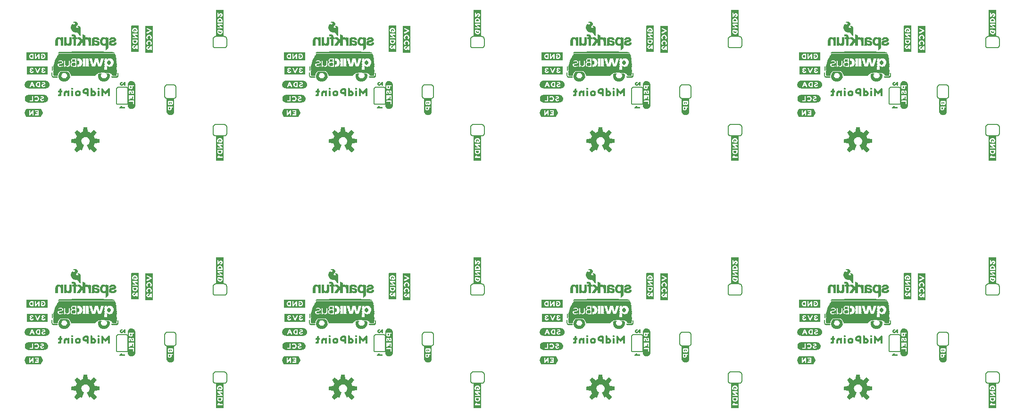
<source format=gbo>
G04 EAGLE Gerber RS-274X export*
G75*
%MOMM*%
%FSLAX34Y34*%
%LPD*%
%INSilkscreen Bottom*%
%IPPOS*%
%AMOC8*
5,1,8,0,0,1.08239X$1,22.5*%
G01*
%ADD10C,0.203200*%
%ADD11R,5.790000X0.040000*%
%ADD12R,8.590000X0.040000*%
%ADD13R,9.200000X0.030000*%
%ADD14R,9.570000X0.040000*%
%ADD15R,9.870000X0.040000*%
%ADD16R,10.060000X0.040000*%
%ADD17R,10.210000X0.030000*%
%ADD18R,10.130000X0.040000*%
%ADD19R,10.210000X0.040000*%
%ADD20R,10.240000X0.040000*%
%ADD21R,10.320000X0.040000*%
%ADD22R,10.400000X0.030000*%
%ADD23R,10.430000X0.040000*%
%ADD24R,10.470000X0.030000*%
%ADD25R,10.500000X0.040000*%
%ADD26R,10.540000X0.040000*%
%ADD27R,10.580000X0.030000*%
%ADD28R,10.580000X0.040000*%
%ADD29R,10.650000X0.040000*%
%ADD30R,10.690000X0.040000*%
%ADD31R,10.690000X0.030000*%
%ADD32R,10.730000X0.040000*%
%ADD33R,1.010000X0.040000*%
%ADD34R,0.300000X0.040000*%
%ADD35R,0.080000X0.040000*%
%ADD36R,0.600000X0.040000*%
%ADD37R,0.560000X0.040000*%
%ADD38R,0.120000X0.040000*%
%ADD39R,0.670000X0.040000*%
%ADD40R,0.190000X0.040000*%
%ADD41R,2.960000X0.040000*%
%ADD42R,0.900000X0.030000*%
%ADD43R,0.190000X0.030000*%
%ADD44R,0.080000X0.030000*%
%ADD45R,0.560000X0.030000*%
%ADD46R,0.040000X0.030000*%
%ADD47R,0.150000X0.030000*%
%ADD48R,2.840000X0.030000*%
%ADD49R,0.830000X0.040000*%
%ADD50R,0.150000X0.040000*%
%ADD51R,0.520000X0.040000*%
%ADD52R,0.490000X0.040000*%
%ADD53R,2.840000X0.040000*%
%ADD54R,0.750000X0.040000*%
%ADD55R,0.410000X0.040000*%
%ADD56R,2.800000X0.040000*%
%ADD57R,0.710000X0.040000*%
%ADD58R,0.040000X0.040000*%
%ADD59R,0.480000X0.040000*%
%ADD60R,0.110000X0.040000*%
%ADD61R,0.340000X0.040000*%
%ADD62R,2.770000X0.040000*%
%ADD63R,0.680000X0.030000*%
%ADD64R,0.440000X0.030000*%
%ADD65R,0.490000X0.030000*%
%ADD66R,0.110000X0.030000*%
%ADD67R,0.300000X0.030000*%
%ADD68R,0.410000X0.030000*%
%ADD69R,2.810000X0.030000*%
%ADD70R,0.640000X0.040000*%
%ADD71R,0.440000X0.040000*%
%ADD72R,0.230000X0.040000*%
%ADD73R,0.630000X0.030000*%
%ADD74R,0.230000X0.030000*%
%ADD75R,0.590000X0.040000*%
%ADD76R,0.380000X0.040000*%
%ADD77R,0.330000X0.040000*%
%ADD78R,1.650000X0.040000*%
%ADD79R,0.780000X0.040000*%
%ADD80R,0.290000X0.040000*%
%ADD81R,0.340000X0.030000*%
%ADD82R,0.330000X0.030000*%
%ADD83R,0.600000X0.030000*%
%ADD84R,0.260000X0.030000*%
%ADD85R,0.420000X0.040000*%
%ADD86R,0.270000X0.040000*%
%ADD87R,0.260000X0.040000*%
%ADD88R,0.450000X0.040000*%
%ADD89R,0.220000X0.040000*%
%ADD90R,0.180000X0.040000*%
%ADD91R,0.520000X0.030000*%
%ADD92R,0.220000X0.030000*%
%ADD93R,0.670000X0.030000*%
%ADD94R,1.310000X0.040000*%
%ADD95R,0.070000X0.040000*%
%ADD96R,0.370000X0.040000*%
%ADD97R,0.640000X0.030000*%
%ADD98R,0.070000X0.030000*%
%ADD99R,1.350000X0.030000*%
%ADD100R,1.280000X0.040000*%
%ADD101R,1.160000X0.040000*%
%ADD102R,0.030000X0.040000*%
%ADD103R,0.980000X0.040000*%
%ADD104R,0.030000X0.030000*%
%ADD105R,0.380000X0.030000*%
%ADD106R,0.890000X0.030000*%
%ADD107R,0.630000X0.040000*%
%ADD108R,0.420000X0.030000*%
%ADD109R,0.450000X0.030000*%
%ADD110R,0.270000X0.030000*%
%ADD111R,0.710000X0.030000*%
%ADD112R,0.860000X0.040000*%
%ADD113R,0.930000X0.030000*%
%ADD114R,0.930000X0.040000*%
%ADD115R,0.530000X0.040000*%
%ADD116R,0.750000X0.030000*%
%ADD117R,0.530000X0.030000*%
%ADD118R,0.370000X0.030000*%
%ADD119R,0.820000X0.040000*%
%ADD120R,0.900000X0.040000*%
%ADD121R,0.970000X0.030000*%
%ADD122R,0.180000X0.030000*%
%ADD123R,1.050000X0.040000*%
%ADD124R,4.640000X0.040000*%
%ADD125R,1.040000X0.040000*%
%ADD126R,1.760000X0.040000*%
%ADD127R,9.160000X0.040000*%
%ADD128R,1.760000X0.030000*%
%ADD129R,9.160000X0.030000*%
%ADD130R,11.400000X0.040000*%
%ADD131R,11.400000X0.030000*%
%ADD132R,8.900000X0.040000*%
%ADD133R,1.380000X0.040000*%
%ADD134R,8.670000X0.030000*%
%ADD135R,1.230000X0.030000*%
%ADD136R,8.600000X0.040000*%
%ADD137R,8.560000X0.040000*%
%ADD138R,1.120000X0.040000*%
%ADD139R,8.520000X0.040000*%
%ADD140R,1.080000X0.040000*%
%ADD141R,8.480000X0.030000*%
%ADD142R,1.270000X0.030000*%
%ADD143R,1.040000X0.030000*%
%ADD144R,8.450000X0.040000*%
%ADD145R,1.420000X0.040000*%
%ADD146R,1.500000X0.040000*%
%ADD147R,2.170000X0.040000*%
%ADD148R,5.570000X0.040000*%
%ADD149R,1.570000X0.040000*%
%ADD150R,0.970000X0.040000*%
%ADD151R,1.420000X0.030000*%
%ADD152R,5.160000X0.030000*%
%ADD153R,1.230000X0.040000*%
%ADD154R,5.010000X0.040000*%
%ADD155R,4.930000X0.040000*%
%ADD156R,0.890000X0.040000*%
%ADD157R,1.080000X0.030000*%
%ADD158R,4.860000X0.030000*%
%ADD159R,4.820000X0.040000*%
%ADD160R,4.750000X0.040000*%
%ADD161R,4.710000X0.040000*%
%ADD162R,4.640000X0.030000*%
%ADD163R,0.480000X0.030000*%
%ADD164R,0.820000X0.030000*%
%ADD165R,4.600000X0.040000*%
%ADD166R,4.520000X0.040000*%
%ADD167R,4.480000X0.040000*%
%ADD168R,0.740000X0.030000*%
%ADD169R,4.410000X0.030000*%
%ADD170R,0.740000X0.040000*%
%ADD171R,4.330000X0.040000*%
%ADD172R,4.290000X0.040000*%
%ADD173R,4.110000X0.040000*%
%ADD174R,0.570000X0.030000*%
%ADD175R,0.570000X0.040000*%
%ADD176R,1.190000X0.040000*%
%ADD177R,1.190000X0.030000*%
%ADD178R,0.940000X0.030000*%
%ADD179R,1.130000X0.040000*%
%ADD180R,0.590000X0.030000*%
%ADD181R,0.680000X0.040000*%
%ADD182R,1.830000X0.040000*%
%ADD183R,1.870000X0.040000*%
%ADD184R,1.800000X0.040000*%
%ADD185R,1.840000X0.040000*%
%ADD186R,1.720000X0.030000*%
%ADD187R,1.640000X0.040000*%
%ADD188R,1.540000X0.040000*%
%ADD189R,1.340000X0.040000*%
%ADD190R,1.270000X0.040000*%
%ADD191C,0.152400*%

G36*
X1529265Y-58170D02*
X1529265Y-58170D01*
X1529321Y-58170D01*
X1529349Y-58155D01*
X1529381Y-58150D01*
X1529440Y-58110D01*
X1529476Y-58092D01*
X1529485Y-58080D01*
X1529501Y-58069D01*
X1533809Y-53761D01*
X1533826Y-53734D01*
X1533850Y-53713D01*
X1533871Y-53661D01*
X1533900Y-53614D01*
X1533903Y-53582D01*
X1533915Y-53552D01*
X1533912Y-53497D01*
X1533917Y-53441D01*
X1533905Y-53411D01*
X1533903Y-53379D01*
X1533869Y-53316D01*
X1533855Y-53279D01*
X1533844Y-53269D01*
X1533835Y-53252D01*
X1528868Y-47161D01*
X1530057Y-44851D01*
X1530064Y-44825D01*
X1530081Y-44793D01*
X1530873Y-42319D01*
X1538692Y-41525D01*
X1538723Y-41515D01*
X1538755Y-41514D01*
X1538804Y-41487D01*
X1538856Y-41469D01*
X1538879Y-41446D01*
X1538907Y-41431D01*
X1538939Y-41385D01*
X1538978Y-41346D01*
X1538988Y-41315D01*
X1539007Y-41289D01*
X1539020Y-41219D01*
X1539033Y-41181D01*
X1539031Y-41166D01*
X1539034Y-41147D01*
X1539034Y-35053D01*
X1539027Y-35022D01*
X1539029Y-34990D01*
X1539007Y-34939D01*
X1538995Y-34884D01*
X1538974Y-34860D01*
X1538962Y-34830D01*
X1538920Y-34794D01*
X1538885Y-34751D01*
X1538855Y-34738D01*
X1538831Y-34717D01*
X1538762Y-34696D01*
X1538726Y-34680D01*
X1538711Y-34680D01*
X1538692Y-34675D01*
X1530873Y-33881D01*
X1530081Y-31407D01*
X1530068Y-31384D01*
X1530057Y-31349D01*
X1528868Y-29039D01*
X1533835Y-22948D01*
X1533849Y-22920D01*
X1533870Y-22896D01*
X1533886Y-22843D01*
X1533911Y-22793D01*
X1533911Y-22761D01*
X1533920Y-22730D01*
X1533910Y-22675D01*
X1533910Y-22619D01*
X1533895Y-22591D01*
X1533890Y-22559D01*
X1533850Y-22500D01*
X1533832Y-22465D01*
X1533820Y-22455D01*
X1533809Y-22439D01*
X1529501Y-18131D01*
X1529474Y-18114D01*
X1529453Y-18090D01*
X1529401Y-18069D01*
X1529354Y-18040D01*
X1529322Y-18037D01*
X1529292Y-18025D01*
X1529237Y-18029D01*
X1529181Y-18023D01*
X1529151Y-18035D01*
X1529119Y-18037D01*
X1529056Y-18071D01*
X1529019Y-18085D01*
X1529009Y-18096D01*
X1528992Y-18105D01*
X1522901Y-23072D01*
X1520591Y-21883D01*
X1520565Y-21876D01*
X1520533Y-21859D01*
X1518059Y-21067D01*
X1517265Y-13248D01*
X1517257Y-13222D01*
X1517256Y-13210D01*
X1517255Y-13207D01*
X1517254Y-13185D01*
X1517227Y-13136D01*
X1517209Y-13084D01*
X1517186Y-13061D01*
X1517171Y-13033D01*
X1517125Y-13001D01*
X1517086Y-12962D01*
X1517055Y-12952D01*
X1517029Y-12933D01*
X1516959Y-12920D01*
X1516921Y-12907D01*
X1516906Y-12909D01*
X1516887Y-12906D01*
X1510793Y-12906D01*
X1510762Y-12913D01*
X1510730Y-12911D01*
X1510679Y-12933D01*
X1510624Y-12945D01*
X1510600Y-12966D01*
X1510570Y-12978D01*
X1510534Y-13020D01*
X1510491Y-13055D01*
X1510478Y-13085D01*
X1510457Y-13109D01*
X1510436Y-13178D01*
X1510420Y-13214D01*
X1510420Y-13229D01*
X1510418Y-13236D01*
X1510417Y-13238D01*
X1510417Y-13239D01*
X1510415Y-13248D01*
X1509621Y-21067D01*
X1507147Y-21859D01*
X1507124Y-21872D01*
X1507089Y-21883D01*
X1504779Y-23072D01*
X1498688Y-18105D01*
X1498660Y-18091D01*
X1498636Y-18070D01*
X1498583Y-18054D01*
X1498533Y-18029D01*
X1498501Y-18029D01*
X1498470Y-18020D01*
X1498415Y-18030D01*
X1498359Y-18030D01*
X1498331Y-18045D01*
X1498299Y-18050D01*
X1498240Y-18090D01*
X1498205Y-18108D01*
X1498195Y-18120D01*
X1498179Y-18131D01*
X1493871Y-22439D01*
X1493854Y-22466D01*
X1493830Y-22487D01*
X1493809Y-22539D01*
X1493780Y-22586D01*
X1493777Y-22618D01*
X1493765Y-22648D01*
X1493769Y-22703D01*
X1493763Y-22759D01*
X1493775Y-22789D01*
X1493777Y-22821D01*
X1493811Y-22884D01*
X1493825Y-22921D01*
X1493836Y-22931D01*
X1493845Y-22948D01*
X1498812Y-29039D01*
X1497623Y-31349D01*
X1497616Y-31375D01*
X1497599Y-31407D01*
X1496807Y-33881D01*
X1488988Y-34675D01*
X1488957Y-34685D01*
X1488925Y-34686D01*
X1488876Y-34713D01*
X1488824Y-34731D01*
X1488801Y-34754D01*
X1488773Y-34769D01*
X1488741Y-34815D01*
X1488702Y-34854D01*
X1488692Y-34885D01*
X1488673Y-34911D01*
X1488660Y-34981D01*
X1488647Y-35019D01*
X1488649Y-35034D01*
X1488646Y-35053D01*
X1488646Y-41147D01*
X1488653Y-41178D01*
X1488651Y-41210D01*
X1488673Y-41261D01*
X1488685Y-41316D01*
X1488706Y-41340D01*
X1488718Y-41370D01*
X1488760Y-41406D01*
X1488795Y-41449D01*
X1488825Y-41462D01*
X1488849Y-41483D01*
X1488918Y-41504D01*
X1488954Y-41520D01*
X1488969Y-41520D01*
X1488988Y-41525D01*
X1496807Y-42319D01*
X1497599Y-44793D01*
X1497612Y-44816D01*
X1497623Y-44851D01*
X1498812Y-47161D01*
X1493845Y-53252D01*
X1493831Y-53280D01*
X1493810Y-53304D01*
X1493794Y-53357D01*
X1493769Y-53407D01*
X1493769Y-53439D01*
X1493760Y-53470D01*
X1493770Y-53525D01*
X1493770Y-53581D01*
X1493785Y-53609D01*
X1493790Y-53641D01*
X1493830Y-53700D01*
X1493848Y-53736D01*
X1493860Y-53745D01*
X1493871Y-53761D01*
X1498179Y-58069D01*
X1498206Y-58086D01*
X1498227Y-58110D01*
X1498279Y-58131D01*
X1498326Y-58160D01*
X1498358Y-58163D01*
X1498388Y-58175D01*
X1498443Y-58172D01*
X1498499Y-58177D01*
X1498529Y-58165D01*
X1498561Y-58163D01*
X1498624Y-58129D01*
X1498661Y-58115D01*
X1498671Y-58104D01*
X1498688Y-58095D01*
X1504779Y-53128D01*
X1507088Y-54318D01*
X1507152Y-54334D01*
X1507215Y-54357D01*
X1507236Y-54355D01*
X1507256Y-54360D01*
X1507321Y-54346D01*
X1507387Y-54339D01*
X1507405Y-54328D01*
X1507425Y-54323D01*
X1507477Y-54282D01*
X1507533Y-54246D01*
X1507546Y-54227D01*
X1507561Y-54215D01*
X1507577Y-54181D01*
X1507613Y-54126D01*
X1511201Y-45464D01*
X1511206Y-45432D01*
X1511220Y-45404D01*
X1511220Y-45348D01*
X1511229Y-45293D01*
X1511220Y-45262D01*
X1511220Y-45231D01*
X1511195Y-45180D01*
X1511179Y-45127D01*
X1511157Y-45104D01*
X1511143Y-45075D01*
X1511087Y-45029D01*
X1511060Y-45001D01*
X1511046Y-44996D01*
X1511031Y-44984D01*
X1509654Y-44239D01*
X1508488Y-43255D01*
X1507548Y-42053D01*
X1506874Y-40685D01*
X1506493Y-39207D01*
X1506421Y-37683D01*
X1506663Y-36177D01*
X1507207Y-34751D01*
X1508031Y-33467D01*
X1509100Y-32378D01*
X1510368Y-31530D01*
X1511783Y-30960D01*
X1513285Y-30690D01*
X1514810Y-30733D01*
X1516294Y-31086D01*
X1517675Y-31736D01*
X1518894Y-32653D01*
X1519900Y-33800D01*
X1520651Y-35129D01*
X1521114Y-36582D01*
X1521271Y-38101D01*
X1521128Y-39550D01*
X1520705Y-40944D01*
X1520019Y-42228D01*
X1519095Y-43354D01*
X1517969Y-44278D01*
X1516651Y-44983D01*
X1516626Y-45004D01*
X1516597Y-45018D01*
X1516562Y-45061D01*
X1516521Y-45097D01*
X1516508Y-45127D01*
X1516488Y-45152D01*
X1516476Y-45206D01*
X1516455Y-45257D01*
X1516457Y-45290D01*
X1516450Y-45322D01*
X1516464Y-45391D01*
X1516467Y-45430D01*
X1516475Y-45444D01*
X1516479Y-45464D01*
X1520067Y-54126D01*
X1520106Y-54180D01*
X1520138Y-54237D01*
X1520155Y-54249D01*
X1520168Y-54266D01*
X1520226Y-54298D01*
X1520281Y-54335D01*
X1520302Y-54338D01*
X1520321Y-54348D01*
X1520387Y-54350D01*
X1520453Y-54359D01*
X1520476Y-54352D01*
X1520494Y-54353D01*
X1520529Y-54336D01*
X1520592Y-54318D01*
X1522901Y-53128D01*
X1528992Y-58095D01*
X1529020Y-58109D01*
X1529044Y-58130D01*
X1529097Y-58146D01*
X1529147Y-58171D01*
X1529179Y-58171D01*
X1529210Y-58180D01*
X1529265Y-58170D01*
G37*
G36*
X1066985Y386330D02*
X1066985Y386330D01*
X1067041Y386330D01*
X1067069Y386345D01*
X1067101Y386350D01*
X1067160Y386390D01*
X1067196Y386408D01*
X1067205Y386420D01*
X1067221Y386431D01*
X1071529Y390739D01*
X1071546Y390766D01*
X1071570Y390787D01*
X1071591Y390839D01*
X1071620Y390886D01*
X1071623Y390918D01*
X1071635Y390948D01*
X1071632Y391003D01*
X1071637Y391059D01*
X1071625Y391089D01*
X1071623Y391121D01*
X1071589Y391184D01*
X1071575Y391221D01*
X1071564Y391231D01*
X1071555Y391248D01*
X1066588Y397339D01*
X1067777Y399649D01*
X1067784Y399675D01*
X1067801Y399707D01*
X1068593Y402181D01*
X1076412Y402975D01*
X1076443Y402985D01*
X1076475Y402986D01*
X1076524Y403013D01*
X1076576Y403031D01*
X1076599Y403054D01*
X1076627Y403069D01*
X1076659Y403115D01*
X1076698Y403154D01*
X1076708Y403185D01*
X1076727Y403211D01*
X1076740Y403281D01*
X1076753Y403319D01*
X1076751Y403334D01*
X1076754Y403353D01*
X1076754Y409447D01*
X1076747Y409478D01*
X1076749Y409510D01*
X1076727Y409561D01*
X1076715Y409616D01*
X1076694Y409640D01*
X1076682Y409670D01*
X1076640Y409706D01*
X1076605Y409749D01*
X1076575Y409762D01*
X1076551Y409783D01*
X1076482Y409804D01*
X1076446Y409820D01*
X1076431Y409820D01*
X1076412Y409825D01*
X1068593Y410619D01*
X1067801Y413093D01*
X1067788Y413116D01*
X1067777Y413151D01*
X1066588Y415461D01*
X1071555Y421552D01*
X1071569Y421580D01*
X1071590Y421604D01*
X1071606Y421657D01*
X1071631Y421707D01*
X1071631Y421739D01*
X1071640Y421770D01*
X1071630Y421825D01*
X1071630Y421881D01*
X1071615Y421909D01*
X1071610Y421941D01*
X1071570Y422000D01*
X1071552Y422036D01*
X1071540Y422045D01*
X1071529Y422061D01*
X1067221Y426369D01*
X1067194Y426386D01*
X1067173Y426410D01*
X1067121Y426431D01*
X1067074Y426460D01*
X1067042Y426463D01*
X1067012Y426475D01*
X1066957Y426472D01*
X1066901Y426477D01*
X1066871Y426465D01*
X1066839Y426463D01*
X1066776Y426429D01*
X1066739Y426415D01*
X1066729Y426404D01*
X1066712Y426395D01*
X1060621Y421428D01*
X1058311Y422617D01*
X1058285Y422624D01*
X1058253Y422641D01*
X1055779Y423433D01*
X1054985Y431252D01*
X1054977Y431278D01*
X1054976Y431290D01*
X1054975Y431293D01*
X1054974Y431315D01*
X1054947Y431364D01*
X1054929Y431416D01*
X1054906Y431439D01*
X1054891Y431467D01*
X1054845Y431499D01*
X1054806Y431538D01*
X1054775Y431548D01*
X1054749Y431567D01*
X1054679Y431580D01*
X1054641Y431593D01*
X1054626Y431591D01*
X1054607Y431594D01*
X1048513Y431594D01*
X1048482Y431587D01*
X1048450Y431589D01*
X1048399Y431567D01*
X1048344Y431555D01*
X1048320Y431534D01*
X1048290Y431522D01*
X1048254Y431480D01*
X1048211Y431445D01*
X1048198Y431415D01*
X1048177Y431391D01*
X1048156Y431322D01*
X1048140Y431286D01*
X1048140Y431271D01*
X1048138Y431264D01*
X1048137Y431262D01*
X1048137Y431261D01*
X1048135Y431252D01*
X1047341Y423433D01*
X1044867Y422641D01*
X1044844Y422628D01*
X1044809Y422617D01*
X1042499Y421428D01*
X1036408Y426395D01*
X1036380Y426409D01*
X1036356Y426430D01*
X1036303Y426446D01*
X1036253Y426471D01*
X1036221Y426471D01*
X1036190Y426480D01*
X1036135Y426470D01*
X1036079Y426470D01*
X1036051Y426455D01*
X1036019Y426450D01*
X1035960Y426410D01*
X1035925Y426392D01*
X1035915Y426380D01*
X1035899Y426369D01*
X1031591Y422061D01*
X1031574Y422034D01*
X1031550Y422013D01*
X1031529Y421961D01*
X1031500Y421914D01*
X1031497Y421882D01*
X1031485Y421852D01*
X1031489Y421797D01*
X1031483Y421741D01*
X1031495Y421711D01*
X1031497Y421679D01*
X1031531Y421616D01*
X1031545Y421579D01*
X1031556Y421569D01*
X1031565Y421552D01*
X1036532Y415461D01*
X1035343Y413151D01*
X1035336Y413125D01*
X1035319Y413093D01*
X1034527Y410619D01*
X1026708Y409825D01*
X1026677Y409815D01*
X1026645Y409814D01*
X1026596Y409787D01*
X1026544Y409769D01*
X1026521Y409746D01*
X1026493Y409731D01*
X1026461Y409685D01*
X1026422Y409646D01*
X1026412Y409615D01*
X1026393Y409589D01*
X1026380Y409519D01*
X1026367Y409481D01*
X1026369Y409466D01*
X1026366Y409447D01*
X1026366Y403353D01*
X1026373Y403322D01*
X1026371Y403290D01*
X1026393Y403239D01*
X1026405Y403184D01*
X1026426Y403160D01*
X1026438Y403130D01*
X1026480Y403094D01*
X1026515Y403051D01*
X1026545Y403038D01*
X1026569Y403017D01*
X1026638Y402996D01*
X1026674Y402980D01*
X1026689Y402980D01*
X1026708Y402975D01*
X1034527Y402181D01*
X1035319Y399707D01*
X1035332Y399684D01*
X1035343Y399649D01*
X1036532Y397339D01*
X1031565Y391248D01*
X1031551Y391220D01*
X1031530Y391196D01*
X1031514Y391143D01*
X1031489Y391093D01*
X1031489Y391061D01*
X1031480Y391030D01*
X1031490Y390975D01*
X1031490Y390919D01*
X1031505Y390891D01*
X1031510Y390859D01*
X1031550Y390800D01*
X1031568Y390765D01*
X1031580Y390755D01*
X1031591Y390739D01*
X1035899Y386431D01*
X1035926Y386414D01*
X1035947Y386390D01*
X1035999Y386369D01*
X1036046Y386340D01*
X1036078Y386337D01*
X1036108Y386325D01*
X1036163Y386329D01*
X1036219Y386323D01*
X1036249Y386335D01*
X1036281Y386337D01*
X1036344Y386371D01*
X1036381Y386385D01*
X1036391Y386396D01*
X1036408Y386405D01*
X1042499Y391372D01*
X1044808Y390182D01*
X1044872Y390166D01*
X1044935Y390143D01*
X1044956Y390145D01*
X1044976Y390140D01*
X1045041Y390154D01*
X1045107Y390161D01*
X1045125Y390172D01*
X1045145Y390177D01*
X1045197Y390218D01*
X1045253Y390254D01*
X1045266Y390273D01*
X1045281Y390285D01*
X1045297Y390320D01*
X1045333Y390374D01*
X1048921Y399036D01*
X1048926Y399068D01*
X1048940Y399096D01*
X1048940Y399152D01*
X1048949Y399207D01*
X1048940Y399238D01*
X1048940Y399269D01*
X1048915Y399320D01*
X1048899Y399373D01*
X1048877Y399396D01*
X1048863Y399425D01*
X1048807Y399471D01*
X1048780Y399499D01*
X1048766Y399504D01*
X1048751Y399517D01*
X1047374Y400261D01*
X1046208Y401245D01*
X1045268Y402447D01*
X1044594Y403815D01*
X1044213Y405293D01*
X1044141Y406817D01*
X1044383Y408323D01*
X1044927Y409749D01*
X1045751Y411033D01*
X1046820Y412122D01*
X1048088Y412970D01*
X1049503Y413540D01*
X1051005Y413810D01*
X1052530Y413767D01*
X1054014Y413414D01*
X1055395Y412764D01*
X1056614Y411847D01*
X1057620Y410700D01*
X1058371Y409371D01*
X1058834Y407918D01*
X1058991Y406399D01*
X1058848Y404950D01*
X1058425Y403556D01*
X1057739Y402272D01*
X1056815Y401146D01*
X1055689Y400222D01*
X1054371Y399517D01*
X1054346Y399496D01*
X1054317Y399482D01*
X1054282Y399439D01*
X1054241Y399403D01*
X1054228Y399373D01*
X1054208Y399348D01*
X1054196Y399294D01*
X1054175Y399243D01*
X1054177Y399210D01*
X1054170Y399178D01*
X1054184Y399109D01*
X1054187Y399070D01*
X1054195Y399056D01*
X1054199Y399036D01*
X1057787Y390374D01*
X1057826Y390320D01*
X1057858Y390263D01*
X1057875Y390251D01*
X1057888Y390234D01*
X1057946Y390203D01*
X1058001Y390165D01*
X1058022Y390162D01*
X1058041Y390152D01*
X1058107Y390151D01*
X1058173Y390141D01*
X1058196Y390148D01*
X1058214Y390147D01*
X1058249Y390164D01*
X1058312Y390182D01*
X1060621Y391372D01*
X1066712Y386405D01*
X1066740Y386391D01*
X1066764Y386370D01*
X1066817Y386354D01*
X1066867Y386329D01*
X1066899Y386329D01*
X1066930Y386320D01*
X1066985Y386330D01*
G37*
G36*
X604705Y386330D02*
X604705Y386330D01*
X604761Y386330D01*
X604789Y386345D01*
X604821Y386350D01*
X604880Y386390D01*
X604916Y386408D01*
X604925Y386420D01*
X604941Y386431D01*
X609249Y390739D01*
X609266Y390766D01*
X609290Y390787D01*
X609311Y390839D01*
X609340Y390886D01*
X609343Y390918D01*
X609355Y390948D01*
X609352Y391003D01*
X609357Y391059D01*
X609345Y391089D01*
X609343Y391121D01*
X609309Y391184D01*
X609295Y391221D01*
X609284Y391231D01*
X609275Y391248D01*
X604308Y397339D01*
X605497Y399649D01*
X605504Y399675D01*
X605521Y399707D01*
X606313Y402181D01*
X614132Y402975D01*
X614163Y402985D01*
X614195Y402986D01*
X614244Y403013D01*
X614296Y403031D01*
X614319Y403054D01*
X614347Y403069D01*
X614379Y403115D01*
X614418Y403154D01*
X614428Y403185D01*
X614447Y403211D01*
X614460Y403281D01*
X614473Y403319D01*
X614471Y403334D01*
X614474Y403353D01*
X614474Y409447D01*
X614467Y409478D01*
X614469Y409510D01*
X614447Y409561D01*
X614435Y409616D01*
X614414Y409640D01*
X614402Y409670D01*
X614360Y409706D01*
X614325Y409749D01*
X614295Y409762D01*
X614271Y409783D01*
X614202Y409804D01*
X614166Y409820D01*
X614151Y409820D01*
X614132Y409825D01*
X606313Y410619D01*
X605521Y413093D01*
X605508Y413116D01*
X605497Y413151D01*
X604308Y415461D01*
X609275Y421552D01*
X609289Y421580D01*
X609310Y421604D01*
X609326Y421657D01*
X609351Y421707D01*
X609351Y421739D01*
X609360Y421770D01*
X609350Y421825D01*
X609350Y421881D01*
X609335Y421909D01*
X609330Y421941D01*
X609290Y422000D01*
X609272Y422036D01*
X609260Y422045D01*
X609249Y422061D01*
X604941Y426369D01*
X604914Y426386D01*
X604893Y426410D01*
X604841Y426431D01*
X604794Y426460D01*
X604762Y426463D01*
X604732Y426475D01*
X604677Y426472D01*
X604621Y426477D01*
X604591Y426465D01*
X604559Y426463D01*
X604496Y426429D01*
X604459Y426415D01*
X604449Y426404D01*
X604432Y426395D01*
X598341Y421428D01*
X596031Y422617D01*
X596005Y422624D01*
X595973Y422641D01*
X593499Y423433D01*
X592705Y431252D01*
X592697Y431278D01*
X592696Y431290D01*
X592695Y431293D01*
X592694Y431315D01*
X592667Y431364D01*
X592649Y431416D01*
X592626Y431439D01*
X592611Y431467D01*
X592565Y431499D01*
X592526Y431538D01*
X592495Y431548D01*
X592469Y431567D01*
X592399Y431580D01*
X592361Y431593D01*
X592346Y431591D01*
X592327Y431594D01*
X586233Y431594D01*
X586202Y431587D01*
X586170Y431589D01*
X586119Y431567D01*
X586064Y431555D01*
X586040Y431534D01*
X586010Y431522D01*
X585974Y431480D01*
X585931Y431445D01*
X585918Y431415D01*
X585897Y431391D01*
X585876Y431322D01*
X585860Y431286D01*
X585860Y431271D01*
X585858Y431264D01*
X585857Y431262D01*
X585857Y431261D01*
X585855Y431252D01*
X585061Y423433D01*
X582587Y422641D01*
X582564Y422628D01*
X582529Y422617D01*
X580219Y421428D01*
X574128Y426395D01*
X574100Y426409D01*
X574076Y426430D01*
X574023Y426446D01*
X573973Y426471D01*
X573941Y426471D01*
X573910Y426480D01*
X573855Y426470D01*
X573799Y426470D01*
X573771Y426455D01*
X573739Y426450D01*
X573680Y426410D01*
X573645Y426392D01*
X573635Y426380D01*
X573619Y426369D01*
X569311Y422061D01*
X569294Y422034D01*
X569270Y422013D01*
X569249Y421961D01*
X569220Y421914D01*
X569217Y421882D01*
X569205Y421852D01*
X569209Y421797D01*
X569203Y421741D01*
X569215Y421711D01*
X569217Y421679D01*
X569251Y421616D01*
X569265Y421579D01*
X569276Y421569D01*
X569285Y421552D01*
X574252Y415461D01*
X573063Y413151D01*
X573056Y413125D01*
X573039Y413093D01*
X572247Y410619D01*
X564428Y409825D01*
X564397Y409815D01*
X564365Y409814D01*
X564316Y409787D01*
X564264Y409769D01*
X564241Y409746D01*
X564213Y409731D01*
X564181Y409685D01*
X564142Y409646D01*
X564132Y409615D01*
X564113Y409589D01*
X564100Y409519D01*
X564087Y409481D01*
X564089Y409466D01*
X564086Y409447D01*
X564086Y403353D01*
X564093Y403322D01*
X564091Y403290D01*
X564113Y403239D01*
X564125Y403184D01*
X564146Y403160D01*
X564158Y403130D01*
X564200Y403094D01*
X564235Y403051D01*
X564265Y403038D01*
X564289Y403017D01*
X564358Y402996D01*
X564394Y402980D01*
X564409Y402980D01*
X564428Y402975D01*
X572247Y402181D01*
X573039Y399707D01*
X573052Y399684D01*
X573063Y399649D01*
X574252Y397339D01*
X569285Y391248D01*
X569271Y391220D01*
X569250Y391196D01*
X569234Y391143D01*
X569209Y391093D01*
X569209Y391061D01*
X569200Y391030D01*
X569210Y390975D01*
X569210Y390919D01*
X569225Y390891D01*
X569230Y390859D01*
X569270Y390800D01*
X569288Y390765D01*
X569300Y390755D01*
X569311Y390739D01*
X573619Y386431D01*
X573646Y386414D01*
X573667Y386390D01*
X573719Y386369D01*
X573766Y386340D01*
X573798Y386337D01*
X573828Y386325D01*
X573883Y386329D01*
X573939Y386323D01*
X573969Y386335D01*
X574001Y386337D01*
X574064Y386371D01*
X574101Y386385D01*
X574111Y386396D01*
X574128Y386405D01*
X580219Y391372D01*
X582528Y390182D01*
X582592Y390166D01*
X582655Y390143D01*
X582676Y390145D01*
X582696Y390140D01*
X582761Y390154D01*
X582827Y390161D01*
X582845Y390172D01*
X582865Y390177D01*
X582917Y390218D01*
X582973Y390254D01*
X582986Y390273D01*
X583001Y390285D01*
X583017Y390320D01*
X583053Y390374D01*
X586641Y399036D01*
X586646Y399068D01*
X586660Y399096D01*
X586660Y399152D01*
X586669Y399207D01*
X586660Y399238D01*
X586660Y399269D01*
X586635Y399320D01*
X586619Y399373D01*
X586597Y399396D01*
X586583Y399425D01*
X586527Y399471D01*
X586500Y399499D01*
X586486Y399504D01*
X586471Y399517D01*
X585094Y400261D01*
X583928Y401245D01*
X582988Y402447D01*
X582314Y403815D01*
X581933Y405293D01*
X581861Y406817D01*
X582103Y408323D01*
X582647Y409749D01*
X583471Y411033D01*
X584540Y412122D01*
X585808Y412970D01*
X587223Y413540D01*
X588725Y413810D01*
X590250Y413767D01*
X591734Y413414D01*
X593115Y412764D01*
X594334Y411847D01*
X595340Y410700D01*
X596091Y409371D01*
X596554Y407918D01*
X596711Y406399D01*
X596568Y404950D01*
X596145Y403556D01*
X595459Y402272D01*
X594535Y401146D01*
X593409Y400222D01*
X592091Y399517D01*
X592066Y399496D01*
X592037Y399482D01*
X592002Y399439D01*
X591961Y399403D01*
X591948Y399373D01*
X591928Y399348D01*
X591916Y399294D01*
X591895Y399243D01*
X591897Y399210D01*
X591890Y399178D01*
X591904Y399109D01*
X591907Y399070D01*
X591915Y399056D01*
X591919Y399036D01*
X595507Y390374D01*
X595546Y390320D01*
X595578Y390263D01*
X595595Y390251D01*
X595608Y390234D01*
X595666Y390203D01*
X595721Y390165D01*
X595742Y390162D01*
X595761Y390152D01*
X595827Y390151D01*
X595893Y390141D01*
X595916Y390148D01*
X595934Y390147D01*
X595969Y390164D01*
X596032Y390182D01*
X598341Y391372D01*
X604432Y386405D01*
X604460Y386391D01*
X604484Y386370D01*
X604537Y386354D01*
X604587Y386329D01*
X604619Y386329D01*
X604650Y386320D01*
X604705Y386330D01*
G37*
G36*
X142425Y386330D02*
X142425Y386330D01*
X142481Y386330D01*
X142509Y386345D01*
X142541Y386350D01*
X142600Y386390D01*
X142636Y386408D01*
X142645Y386420D01*
X142661Y386431D01*
X146969Y390739D01*
X146986Y390766D01*
X147010Y390787D01*
X147031Y390839D01*
X147060Y390886D01*
X147063Y390918D01*
X147075Y390948D01*
X147072Y391003D01*
X147077Y391059D01*
X147065Y391089D01*
X147063Y391121D01*
X147029Y391184D01*
X147015Y391221D01*
X147004Y391231D01*
X146995Y391248D01*
X142028Y397339D01*
X143217Y399649D01*
X143224Y399675D01*
X143241Y399707D01*
X144033Y402181D01*
X151852Y402975D01*
X151883Y402985D01*
X151915Y402986D01*
X151964Y403013D01*
X152016Y403031D01*
X152039Y403054D01*
X152067Y403069D01*
X152099Y403115D01*
X152138Y403154D01*
X152148Y403185D01*
X152167Y403211D01*
X152180Y403281D01*
X152193Y403319D01*
X152191Y403334D01*
X152194Y403353D01*
X152194Y409447D01*
X152187Y409478D01*
X152189Y409510D01*
X152167Y409561D01*
X152155Y409616D01*
X152134Y409640D01*
X152122Y409670D01*
X152080Y409706D01*
X152045Y409749D01*
X152015Y409762D01*
X151991Y409783D01*
X151922Y409804D01*
X151886Y409820D01*
X151871Y409820D01*
X151852Y409825D01*
X144033Y410619D01*
X143241Y413093D01*
X143228Y413116D01*
X143217Y413151D01*
X142028Y415461D01*
X146995Y421552D01*
X147009Y421580D01*
X147030Y421604D01*
X147046Y421657D01*
X147071Y421707D01*
X147071Y421739D01*
X147080Y421770D01*
X147070Y421825D01*
X147070Y421881D01*
X147055Y421909D01*
X147050Y421941D01*
X147010Y422000D01*
X146992Y422036D01*
X146980Y422045D01*
X146969Y422061D01*
X142661Y426369D01*
X142634Y426386D01*
X142613Y426410D01*
X142561Y426431D01*
X142514Y426460D01*
X142482Y426463D01*
X142452Y426475D01*
X142397Y426472D01*
X142341Y426477D01*
X142311Y426465D01*
X142279Y426463D01*
X142216Y426429D01*
X142179Y426415D01*
X142169Y426404D01*
X142152Y426395D01*
X136061Y421428D01*
X133751Y422617D01*
X133725Y422624D01*
X133693Y422641D01*
X131219Y423433D01*
X130425Y431252D01*
X130417Y431278D01*
X130416Y431290D01*
X130415Y431293D01*
X130414Y431315D01*
X130387Y431364D01*
X130369Y431416D01*
X130346Y431439D01*
X130331Y431467D01*
X130285Y431499D01*
X130246Y431538D01*
X130215Y431548D01*
X130189Y431567D01*
X130119Y431580D01*
X130081Y431593D01*
X130066Y431591D01*
X130047Y431594D01*
X123953Y431594D01*
X123922Y431587D01*
X123890Y431589D01*
X123839Y431567D01*
X123784Y431555D01*
X123760Y431534D01*
X123730Y431522D01*
X123694Y431480D01*
X123651Y431445D01*
X123638Y431415D01*
X123617Y431391D01*
X123596Y431322D01*
X123580Y431286D01*
X123580Y431271D01*
X123578Y431264D01*
X123577Y431262D01*
X123577Y431261D01*
X123575Y431252D01*
X122781Y423433D01*
X120307Y422641D01*
X120284Y422628D01*
X120249Y422617D01*
X117939Y421428D01*
X111848Y426395D01*
X111820Y426409D01*
X111796Y426430D01*
X111743Y426446D01*
X111693Y426471D01*
X111661Y426471D01*
X111630Y426480D01*
X111575Y426470D01*
X111519Y426470D01*
X111491Y426455D01*
X111459Y426450D01*
X111400Y426410D01*
X111365Y426392D01*
X111355Y426380D01*
X111339Y426369D01*
X107031Y422061D01*
X107014Y422034D01*
X106990Y422013D01*
X106969Y421961D01*
X106940Y421914D01*
X106937Y421882D01*
X106925Y421852D01*
X106929Y421797D01*
X106923Y421741D01*
X106935Y421711D01*
X106937Y421679D01*
X106971Y421616D01*
X106985Y421579D01*
X106996Y421569D01*
X107005Y421552D01*
X111972Y415461D01*
X110783Y413151D01*
X110776Y413125D01*
X110759Y413093D01*
X109967Y410619D01*
X102148Y409825D01*
X102117Y409815D01*
X102085Y409814D01*
X102036Y409787D01*
X101984Y409769D01*
X101961Y409746D01*
X101933Y409731D01*
X101901Y409685D01*
X101862Y409646D01*
X101852Y409615D01*
X101833Y409589D01*
X101820Y409519D01*
X101807Y409481D01*
X101809Y409466D01*
X101806Y409447D01*
X101806Y403353D01*
X101813Y403322D01*
X101811Y403290D01*
X101833Y403239D01*
X101845Y403184D01*
X101866Y403160D01*
X101878Y403130D01*
X101920Y403094D01*
X101955Y403051D01*
X101985Y403038D01*
X102009Y403017D01*
X102078Y402996D01*
X102114Y402980D01*
X102129Y402980D01*
X102148Y402975D01*
X109967Y402181D01*
X110759Y399707D01*
X110772Y399684D01*
X110783Y399649D01*
X111972Y397339D01*
X107005Y391248D01*
X106991Y391220D01*
X106970Y391196D01*
X106954Y391143D01*
X106929Y391093D01*
X106929Y391061D01*
X106920Y391030D01*
X106930Y390975D01*
X106930Y390919D01*
X106945Y390891D01*
X106950Y390859D01*
X106990Y390800D01*
X107008Y390765D01*
X107020Y390755D01*
X107031Y390739D01*
X111339Y386431D01*
X111366Y386414D01*
X111387Y386390D01*
X111439Y386369D01*
X111486Y386340D01*
X111518Y386337D01*
X111548Y386325D01*
X111603Y386329D01*
X111659Y386323D01*
X111689Y386335D01*
X111721Y386337D01*
X111784Y386371D01*
X111821Y386385D01*
X111831Y386396D01*
X111848Y386405D01*
X117939Y391372D01*
X120248Y390182D01*
X120312Y390166D01*
X120375Y390143D01*
X120396Y390145D01*
X120416Y390140D01*
X120481Y390154D01*
X120547Y390161D01*
X120565Y390172D01*
X120585Y390177D01*
X120637Y390218D01*
X120693Y390254D01*
X120706Y390273D01*
X120721Y390285D01*
X120737Y390320D01*
X120773Y390374D01*
X124361Y399036D01*
X124366Y399068D01*
X124380Y399096D01*
X124380Y399152D01*
X124389Y399207D01*
X124380Y399238D01*
X124380Y399269D01*
X124355Y399320D01*
X124339Y399373D01*
X124317Y399396D01*
X124303Y399425D01*
X124247Y399471D01*
X124220Y399499D01*
X124206Y399504D01*
X124191Y399517D01*
X122814Y400261D01*
X121648Y401245D01*
X120708Y402447D01*
X120034Y403815D01*
X119653Y405293D01*
X119581Y406817D01*
X119823Y408323D01*
X120367Y409749D01*
X121191Y411033D01*
X122260Y412122D01*
X123528Y412970D01*
X124943Y413540D01*
X126445Y413810D01*
X127970Y413767D01*
X129454Y413414D01*
X130835Y412764D01*
X132054Y411847D01*
X133060Y410700D01*
X133811Y409371D01*
X134274Y407918D01*
X134431Y406399D01*
X134288Y404950D01*
X133865Y403556D01*
X133179Y402272D01*
X132255Y401146D01*
X131129Y400222D01*
X129811Y399517D01*
X129786Y399496D01*
X129757Y399482D01*
X129722Y399439D01*
X129681Y399403D01*
X129668Y399373D01*
X129648Y399348D01*
X129636Y399294D01*
X129615Y399243D01*
X129617Y399210D01*
X129610Y399178D01*
X129624Y399109D01*
X129627Y399070D01*
X129635Y399056D01*
X129639Y399036D01*
X133227Y390374D01*
X133266Y390320D01*
X133298Y390263D01*
X133315Y390251D01*
X133328Y390234D01*
X133386Y390203D01*
X133441Y390165D01*
X133462Y390162D01*
X133481Y390152D01*
X133547Y390151D01*
X133613Y390141D01*
X133636Y390148D01*
X133654Y390147D01*
X133689Y390164D01*
X133752Y390182D01*
X136061Y391372D01*
X142152Y386405D01*
X142180Y386391D01*
X142204Y386370D01*
X142257Y386354D01*
X142307Y386329D01*
X142339Y386329D01*
X142370Y386320D01*
X142425Y386330D01*
G37*
G36*
X1529265Y386330D02*
X1529265Y386330D01*
X1529321Y386330D01*
X1529349Y386345D01*
X1529381Y386350D01*
X1529440Y386390D01*
X1529476Y386408D01*
X1529485Y386420D01*
X1529501Y386431D01*
X1533809Y390739D01*
X1533826Y390766D01*
X1533850Y390787D01*
X1533871Y390839D01*
X1533900Y390886D01*
X1533903Y390918D01*
X1533915Y390948D01*
X1533912Y391003D01*
X1533917Y391059D01*
X1533905Y391089D01*
X1533903Y391121D01*
X1533869Y391184D01*
X1533855Y391221D01*
X1533844Y391231D01*
X1533835Y391248D01*
X1528868Y397339D01*
X1530057Y399649D01*
X1530064Y399675D01*
X1530081Y399707D01*
X1530873Y402181D01*
X1538692Y402975D01*
X1538723Y402985D01*
X1538755Y402986D01*
X1538804Y403013D01*
X1538856Y403031D01*
X1538879Y403054D01*
X1538907Y403069D01*
X1538939Y403115D01*
X1538978Y403154D01*
X1538988Y403185D01*
X1539007Y403211D01*
X1539020Y403281D01*
X1539033Y403319D01*
X1539031Y403334D01*
X1539034Y403353D01*
X1539034Y409447D01*
X1539027Y409478D01*
X1539029Y409510D01*
X1539007Y409561D01*
X1538995Y409616D01*
X1538974Y409640D01*
X1538962Y409670D01*
X1538920Y409706D01*
X1538885Y409749D01*
X1538855Y409762D01*
X1538831Y409783D01*
X1538762Y409804D01*
X1538726Y409820D01*
X1538711Y409820D01*
X1538692Y409825D01*
X1530873Y410619D01*
X1530081Y413093D01*
X1530068Y413116D01*
X1530057Y413151D01*
X1528868Y415461D01*
X1533835Y421552D01*
X1533849Y421580D01*
X1533870Y421604D01*
X1533886Y421657D01*
X1533911Y421707D01*
X1533911Y421739D01*
X1533920Y421770D01*
X1533910Y421825D01*
X1533910Y421881D01*
X1533895Y421909D01*
X1533890Y421941D01*
X1533850Y422000D01*
X1533832Y422036D01*
X1533820Y422045D01*
X1533809Y422061D01*
X1529501Y426369D01*
X1529474Y426386D01*
X1529453Y426410D01*
X1529401Y426431D01*
X1529354Y426460D01*
X1529322Y426463D01*
X1529292Y426475D01*
X1529237Y426472D01*
X1529181Y426477D01*
X1529151Y426465D01*
X1529119Y426463D01*
X1529056Y426429D01*
X1529019Y426415D01*
X1529009Y426404D01*
X1528992Y426395D01*
X1522901Y421428D01*
X1520591Y422617D01*
X1520565Y422624D01*
X1520533Y422641D01*
X1518059Y423433D01*
X1517265Y431252D01*
X1517257Y431278D01*
X1517256Y431290D01*
X1517255Y431293D01*
X1517254Y431315D01*
X1517227Y431364D01*
X1517209Y431416D01*
X1517186Y431439D01*
X1517171Y431467D01*
X1517125Y431499D01*
X1517086Y431538D01*
X1517055Y431548D01*
X1517029Y431567D01*
X1516959Y431580D01*
X1516921Y431593D01*
X1516906Y431591D01*
X1516887Y431594D01*
X1510793Y431594D01*
X1510762Y431587D01*
X1510730Y431589D01*
X1510679Y431567D01*
X1510624Y431555D01*
X1510600Y431534D01*
X1510570Y431522D01*
X1510534Y431480D01*
X1510491Y431445D01*
X1510478Y431415D01*
X1510457Y431391D01*
X1510436Y431322D01*
X1510420Y431286D01*
X1510420Y431271D01*
X1510418Y431264D01*
X1510417Y431262D01*
X1510417Y431261D01*
X1510415Y431252D01*
X1509621Y423433D01*
X1507147Y422641D01*
X1507124Y422628D01*
X1507089Y422617D01*
X1504779Y421428D01*
X1498688Y426395D01*
X1498660Y426409D01*
X1498636Y426430D01*
X1498583Y426446D01*
X1498533Y426471D01*
X1498501Y426471D01*
X1498470Y426480D01*
X1498415Y426470D01*
X1498359Y426470D01*
X1498331Y426455D01*
X1498299Y426450D01*
X1498240Y426410D01*
X1498205Y426392D01*
X1498195Y426380D01*
X1498179Y426369D01*
X1493871Y422061D01*
X1493854Y422034D01*
X1493830Y422013D01*
X1493809Y421961D01*
X1493780Y421914D01*
X1493777Y421882D01*
X1493765Y421852D01*
X1493769Y421797D01*
X1493763Y421741D01*
X1493775Y421711D01*
X1493777Y421679D01*
X1493811Y421616D01*
X1493825Y421579D01*
X1493836Y421569D01*
X1493845Y421552D01*
X1498812Y415461D01*
X1497623Y413151D01*
X1497616Y413125D01*
X1497599Y413093D01*
X1496807Y410619D01*
X1488988Y409825D01*
X1488957Y409815D01*
X1488925Y409814D01*
X1488876Y409787D01*
X1488824Y409769D01*
X1488801Y409746D01*
X1488773Y409731D01*
X1488741Y409685D01*
X1488702Y409646D01*
X1488692Y409615D01*
X1488673Y409589D01*
X1488660Y409519D01*
X1488647Y409481D01*
X1488649Y409466D01*
X1488646Y409447D01*
X1488646Y403353D01*
X1488653Y403322D01*
X1488651Y403290D01*
X1488673Y403239D01*
X1488685Y403184D01*
X1488706Y403160D01*
X1488718Y403130D01*
X1488760Y403094D01*
X1488795Y403051D01*
X1488825Y403038D01*
X1488849Y403017D01*
X1488918Y402996D01*
X1488954Y402980D01*
X1488969Y402980D01*
X1488988Y402975D01*
X1496807Y402181D01*
X1497599Y399707D01*
X1497612Y399684D01*
X1497623Y399649D01*
X1498812Y397339D01*
X1493845Y391248D01*
X1493831Y391220D01*
X1493810Y391196D01*
X1493794Y391143D01*
X1493769Y391093D01*
X1493769Y391061D01*
X1493760Y391030D01*
X1493770Y390975D01*
X1493770Y390919D01*
X1493785Y390891D01*
X1493790Y390859D01*
X1493830Y390800D01*
X1493848Y390765D01*
X1493860Y390755D01*
X1493871Y390739D01*
X1498179Y386431D01*
X1498206Y386414D01*
X1498227Y386390D01*
X1498279Y386369D01*
X1498326Y386340D01*
X1498358Y386337D01*
X1498388Y386325D01*
X1498443Y386329D01*
X1498499Y386323D01*
X1498529Y386335D01*
X1498561Y386337D01*
X1498624Y386371D01*
X1498661Y386385D01*
X1498671Y386396D01*
X1498688Y386405D01*
X1504779Y391372D01*
X1507088Y390182D01*
X1507152Y390166D01*
X1507215Y390143D01*
X1507236Y390145D01*
X1507256Y390140D01*
X1507321Y390154D01*
X1507387Y390161D01*
X1507405Y390172D01*
X1507425Y390177D01*
X1507477Y390218D01*
X1507533Y390254D01*
X1507546Y390273D01*
X1507561Y390285D01*
X1507577Y390320D01*
X1507613Y390374D01*
X1511201Y399036D01*
X1511206Y399068D01*
X1511220Y399096D01*
X1511220Y399152D01*
X1511229Y399207D01*
X1511220Y399238D01*
X1511220Y399269D01*
X1511195Y399320D01*
X1511179Y399373D01*
X1511157Y399396D01*
X1511143Y399425D01*
X1511087Y399471D01*
X1511060Y399499D01*
X1511046Y399504D01*
X1511031Y399517D01*
X1509654Y400261D01*
X1508488Y401245D01*
X1507548Y402447D01*
X1506874Y403815D01*
X1506493Y405293D01*
X1506421Y406817D01*
X1506663Y408323D01*
X1507207Y409749D01*
X1508031Y411033D01*
X1509100Y412122D01*
X1510368Y412970D01*
X1511783Y413540D01*
X1513285Y413810D01*
X1514810Y413767D01*
X1516294Y413414D01*
X1517675Y412764D01*
X1518894Y411847D01*
X1519900Y410700D01*
X1520651Y409371D01*
X1521114Y407918D01*
X1521271Y406399D01*
X1521128Y404950D01*
X1520705Y403556D01*
X1520019Y402272D01*
X1519095Y401146D01*
X1517969Y400222D01*
X1516651Y399517D01*
X1516626Y399496D01*
X1516597Y399482D01*
X1516562Y399439D01*
X1516521Y399403D01*
X1516508Y399373D01*
X1516488Y399348D01*
X1516476Y399294D01*
X1516455Y399243D01*
X1516457Y399210D01*
X1516450Y399178D01*
X1516464Y399109D01*
X1516467Y399070D01*
X1516475Y399056D01*
X1516479Y399036D01*
X1520067Y390374D01*
X1520106Y390320D01*
X1520138Y390263D01*
X1520155Y390251D01*
X1520168Y390234D01*
X1520226Y390203D01*
X1520281Y390165D01*
X1520302Y390162D01*
X1520321Y390152D01*
X1520387Y390151D01*
X1520453Y390141D01*
X1520476Y390148D01*
X1520494Y390147D01*
X1520529Y390164D01*
X1520592Y390182D01*
X1522901Y391372D01*
X1528992Y386405D01*
X1529020Y386391D01*
X1529044Y386370D01*
X1529097Y386354D01*
X1529147Y386329D01*
X1529179Y386329D01*
X1529210Y386320D01*
X1529265Y386330D01*
G37*
G36*
X142425Y-58170D02*
X142425Y-58170D01*
X142481Y-58170D01*
X142509Y-58155D01*
X142541Y-58150D01*
X142600Y-58110D01*
X142636Y-58092D01*
X142645Y-58080D01*
X142661Y-58069D01*
X146969Y-53761D01*
X146986Y-53734D01*
X147010Y-53713D01*
X147031Y-53661D01*
X147060Y-53614D01*
X147063Y-53582D01*
X147075Y-53552D01*
X147072Y-53497D01*
X147077Y-53441D01*
X147065Y-53411D01*
X147063Y-53379D01*
X147029Y-53316D01*
X147015Y-53279D01*
X147004Y-53269D01*
X146995Y-53252D01*
X142028Y-47161D01*
X143217Y-44851D01*
X143224Y-44825D01*
X143241Y-44793D01*
X144033Y-42319D01*
X151852Y-41525D01*
X151883Y-41515D01*
X151915Y-41514D01*
X151964Y-41487D01*
X152016Y-41469D01*
X152039Y-41446D01*
X152067Y-41431D01*
X152099Y-41385D01*
X152138Y-41346D01*
X152148Y-41315D01*
X152167Y-41289D01*
X152180Y-41219D01*
X152193Y-41181D01*
X152191Y-41166D01*
X152194Y-41147D01*
X152194Y-35053D01*
X152187Y-35022D01*
X152189Y-34990D01*
X152167Y-34939D01*
X152155Y-34884D01*
X152134Y-34860D01*
X152122Y-34830D01*
X152080Y-34794D01*
X152045Y-34751D01*
X152015Y-34738D01*
X151991Y-34717D01*
X151922Y-34696D01*
X151886Y-34680D01*
X151871Y-34680D01*
X151852Y-34675D01*
X144033Y-33881D01*
X143241Y-31407D01*
X143228Y-31384D01*
X143217Y-31349D01*
X142028Y-29039D01*
X146995Y-22948D01*
X147009Y-22920D01*
X147030Y-22896D01*
X147046Y-22843D01*
X147071Y-22793D01*
X147071Y-22761D01*
X147080Y-22730D01*
X147070Y-22675D01*
X147070Y-22619D01*
X147055Y-22591D01*
X147050Y-22559D01*
X147010Y-22500D01*
X146992Y-22465D01*
X146980Y-22455D01*
X146969Y-22439D01*
X142661Y-18131D01*
X142634Y-18114D01*
X142613Y-18090D01*
X142561Y-18069D01*
X142514Y-18040D01*
X142482Y-18037D01*
X142452Y-18025D01*
X142397Y-18029D01*
X142341Y-18023D01*
X142311Y-18035D01*
X142279Y-18037D01*
X142216Y-18071D01*
X142179Y-18085D01*
X142169Y-18096D01*
X142152Y-18105D01*
X136061Y-23072D01*
X133751Y-21883D01*
X133725Y-21876D01*
X133693Y-21859D01*
X131219Y-21067D01*
X130425Y-13248D01*
X130417Y-13222D01*
X130416Y-13210D01*
X130415Y-13207D01*
X130414Y-13185D01*
X130387Y-13136D01*
X130369Y-13084D01*
X130346Y-13061D01*
X130331Y-13033D01*
X130285Y-13001D01*
X130246Y-12962D01*
X130215Y-12952D01*
X130189Y-12933D01*
X130119Y-12920D01*
X130081Y-12907D01*
X130066Y-12909D01*
X130047Y-12906D01*
X123953Y-12906D01*
X123922Y-12913D01*
X123890Y-12911D01*
X123839Y-12933D01*
X123784Y-12945D01*
X123760Y-12966D01*
X123730Y-12978D01*
X123694Y-13020D01*
X123651Y-13055D01*
X123638Y-13085D01*
X123617Y-13109D01*
X123596Y-13178D01*
X123580Y-13214D01*
X123580Y-13229D01*
X123578Y-13236D01*
X123577Y-13238D01*
X123577Y-13239D01*
X123575Y-13248D01*
X122781Y-21067D01*
X120307Y-21859D01*
X120284Y-21872D01*
X120249Y-21883D01*
X117939Y-23072D01*
X111848Y-18105D01*
X111820Y-18091D01*
X111796Y-18070D01*
X111743Y-18054D01*
X111693Y-18029D01*
X111661Y-18029D01*
X111630Y-18020D01*
X111575Y-18030D01*
X111519Y-18030D01*
X111491Y-18045D01*
X111459Y-18050D01*
X111400Y-18090D01*
X111365Y-18108D01*
X111355Y-18120D01*
X111339Y-18131D01*
X107031Y-22439D01*
X107014Y-22466D01*
X106990Y-22487D01*
X106969Y-22539D01*
X106940Y-22586D01*
X106937Y-22618D01*
X106925Y-22648D01*
X106929Y-22703D01*
X106923Y-22759D01*
X106935Y-22789D01*
X106937Y-22821D01*
X106971Y-22884D01*
X106985Y-22921D01*
X106996Y-22931D01*
X107005Y-22948D01*
X111972Y-29039D01*
X110783Y-31349D01*
X110776Y-31375D01*
X110759Y-31407D01*
X109967Y-33881D01*
X102148Y-34675D01*
X102117Y-34685D01*
X102085Y-34686D01*
X102036Y-34713D01*
X101984Y-34731D01*
X101961Y-34754D01*
X101933Y-34769D01*
X101901Y-34815D01*
X101862Y-34854D01*
X101852Y-34885D01*
X101833Y-34911D01*
X101820Y-34981D01*
X101807Y-35019D01*
X101809Y-35034D01*
X101806Y-35053D01*
X101806Y-41147D01*
X101813Y-41178D01*
X101811Y-41210D01*
X101833Y-41261D01*
X101845Y-41316D01*
X101866Y-41340D01*
X101878Y-41370D01*
X101920Y-41406D01*
X101955Y-41449D01*
X101985Y-41462D01*
X102009Y-41483D01*
X102078Y-41504D01*
X102114Y-41520D01*
X102129Y-41520D01*
X102148Y-41525D01*
X109967Y-42319D01*
X110759Y-44793D01*
X110772Y-44816D01*
X110783Y-44851D01*
X111972Y-47161D01*
X107005Y-53252D01*
X106991Y-53280D01*
X106970Y-53304D01*
X106954Y-53357D01*
X106929Y-53407D01*
X106929Y-53439D01*
X106920Y-53470D01*
X106930Y-53525D01*
X106930Y-53581D01*
X106945Y-53609D01*
X106950Y-53641D01*
X106990Y-53700D01*
X107008Y-53736D01*
X107020Y-53745D01*
X107031Y-53761D01*
X111339Y-58069D01*
X111366Y-58086D01*
X111387Y-58110D01*
X111439Y-58131D01*
X111486Y-58160D01*
X111518Y-58163D01*
X111548Y-58175D01*
X111603Y-58172D01*
X111659Y-58177D01*
X111689Y-58165D01*
X111721Y-58163D01*
X111784Y-58129D01*
X111821Y-58115D01*
X111831Y-58104D01*
X111848Y-58095D01*
X117939Y-53128D01*
X120248Y-54318D01*
X120312Y-54334D01*
X120375Y-54357D01*
X120396Y-54355D01*
X120416Y-54360D01*
X120481Y-54346D01*
X120547Y-54339D01*
X120565Y-54328D01*
X120585Y-54323D01*
X120637Y-54282D01*
X120693Y-54246D01*
X120706Y-54227D01*
X120721Y-54215D01*
X120737Y-54181D01*
X120773Y-54126D01*
X124361Y-45464D01*
X124366Y-45432D01*
X124380Y-45404D01*
X124380Y-45348D01*
X124389Y-45293D01*
X124380Y-45262D01*
X124380Y-45231D01*
X124355Y-45180D01*
X124339Y-45127D01*
X124317Y-45104D01*
X124303Y-45075D01*
X124247Y-45029D01*
X124220Y-45001D01*
X124206Y-44996D01*
X124191Y-44984D01*
X122814Y-44239D01*
X121648Y-43255D01*
X120708Y-42053D01*
X120034Y-40685D01*
X119653Y-39207D01*
X119581Y-37683D01*
X119823Y-36177D01*
X120367Y-34751D01*
X121191Y-33467D01*
X122260Y-32378D01*
X123528Y-31530D01*
X124943Y-30960D01*
X126445Y-30690D01*
X127970Y-30733D01*
X129454Y-31086D01*
X130835Y-31736D01*
X132054Y-32653D01*
X133060Y-33800D01*
X133811Y-35129D01*
X134274Y-36582D01*
X134431Y-38101D01*
X134288Y-39550D01*
X133865Y-40944D01*
X133179Y-42228D01*
X132255Y-43354D01*
X131129Y-44278D01*
X129811Y-44983D01*
X129786Y-45004D01*
X129757Y-45018D01*
X129722Y-45061D01*
X129681Y-45097D01*
X129668Y-45127D01*
X129648Y-45152D01*
X129636Y-45206D01*
X129615Y-45257D01*
X129617Y-45290D01*
X129610Y-45322D01*
X129624Y-45391D01*
X129627Y-45430D01*
X129635Y-45444D01*
X129639Y-45464D01*
X133227Y-54126D01*
X133266Y-54180D01*
X133298Y-54237D01*
X133315Y-54249D01*
X133328Y-54266D01*
X133386Y-54298D01*
X133441Y-54335D01*
X133462Y-54338D01*
X133481Y-54348D01*
X133547Y-54350D01*
X133613Y-54359D01*
X133636Y-54352D01*
X133654Y-54353D01*
X133689Y-54336D01*
X133752Y-54318D01*
X136061Y-53128D01*
X142152Y-58095D01*
X142180Y-58109D01*
X142204Y-58130D01*
X142257Y-58146D01*
X142307Y-58171D01*
X142339Y-58171D01*
X142370Y-58180D01*
X142425Y-58170D01*
G37*
G36*
X604705Y-58170D02*
X604705Y-58170D01*
X604761Y-58170D01*
X604789Y-58155D01*
X604821Y-58150D01*
X604880Y-58110D01*
X604916Y-58092D01*
X604925Y-58080D01*
X604941Y-58069D01*
X609249Y-53761D01*
X609266Y-53734D01*
X609290Y-53713D01*
X609311Y-53661D01*
X609340Y-53614D01*
X609343Y-53582D01*
X609355Y-53552D01*
X609352Y-53497D01*
X609357Y-53441D01*
X609345Y-53411D01*
X609343Y-53379D01*
X609309Y-53316D01*
X609295Y-53279D01*
X609284Y-53269D01*
X609275Y-53252D01*
X604308Y-47161D01*
X605497Y-44851D01*
X605504Y-44825D01*
X605521Y-44793D01*
X606313Y-42319D01*
X614132Y-41525D01*
X614163Y-41515D01*
X614195Y-41514D01*
X614244Y-41487D01*
X614296Y-41469D01*
X614319Y-41446D01*
X614347Y-41431D01*
X614379Y-41385D01*
X614418Y-41346D01*
X614428Y-41315D01*
X614447Y-41289D01*
X614460Y-41219D01*
X614473Y-41181D01*
X614471Y-41166D01*
X614474Y-41147D01*
X614474Y-35053D01*
X614467Y-35022D01*
X614469Y-34990D01*
X614447Y-34939D01*
X614435Y-34884D01*
X614414Y-34860D01*
X614402Y-34830D01*
X614360Y-34794D01*
X614325Y-34751D01*
X614295Y-34738D01*
X614271Y-34717D01*
X614202Y-34696D01*
X614166Y-34680D01*
X614151Y-34680D01*
X614132Y-34675D01*
X606313Y-33881D01*
X605521Y-31407D01*
X605508Y-31384D01*
X605497Y-31349D01*
X604308Y-29039D01*
X609275Y-22948D01*
X609289Y-22920D01*
X609310Y-22896D01*
X609326Y-22843D01*
X609351Y-22793D01*
X609351Y-22761D01*
X609360Y-22730D01*
X609350Y-22675D01*
X609350Y-22619D01*
X609335Y-22591D01*
X609330Y-22559D01*
X609290Y-22500D01*
X609272Y-22465D01*
X609260Y-22455D01*
X609249Y-22439D01*
X604941Y-18131D01*
X604914Y-18114D01*
X604893Y-18090D01*
X604841Y-18069D01*
X604794Y-18040D01*
X604762Y-18037D01*
X604732Y-18025D01*
X604677Y-18029D01*
X604621Y-18023D01*
X604591Y-18035D01*
X604559Y-18037D01*
X604496Y-18071D01*
X604459Y-18085D01*
X604449Y-18096D01*
X604432Y-18105D01*
X598341Y-23072D01*
X596031Y-21883D01*
X596005Y-21876D01*
X595973Y-21859D01*
X593499Y-21067D01*
X592705Y-13248D01*
X592697Y-13222D01*
X592696Y-13210D01*
X592695Y-13207D01*
X592694Y-13185D01*
X592667Y-13136D01*
X592649Y-13084D01*
X592626Y-13061D01*
X592611Y-13033D01*
X592565Y-13001D01*
X592526Y-12962D01*
X592495Y-12952D01*
X592469Y-12933D01*
X592399Y-12920D01*
X592361Y-12907D01*
X592346Y-12909D01*
X592327Y-12906D01*
X586233Y-12906D01*
X586202Y-12913D01*
X586170Y-12911D01*
X586119Y-12933D01*
X586064Y-12945D01*
X586040Y-12966D01*
X586010Y-12978D01*
X585974Y-13020D01*
X585931Y-13055D01*
X585918Y-13085D01*
X585897Y-13109D01*
X585876Y-13178D01*
X585860Y-13214D01*
X585860Y-13229D01*
X585858Y-13236D01*
X585857Y-13238D01*
X585857Y-13239D01*
X585855Y-13248D01*
X585061Y-21067D01*
X582587Y-21859D01*
X582564Y-21872D01*
X582529Y-21883D01*
X580219Y-23072D01*
X574128Y-18105D01*
X574100Y-18091D01*
X574076Y-18070D01*
X574023Y-18054D01*
X573973Y-18029D01*
X573941Y-18029D01*
X573910Y-18020D01*
X573855Y-18030D01*
X573799Y-18030D01*
X573771Y-18045D01*
X573739Y-18050D01*
X573680Y-18090D01*
X573645Y-18108D01*
X573635Y-18120D01*
X573619Y-18131D01*
X569311Y-22439D01*
X569294Y-22466D01*
X569270Y-22487D01*
X569249Y-22539D01*
X569220Y-22586D01*
X569217Y-22618D01*
X569205Y-22648D01*
X569209Y-22703D01*
X569203Y-22759D01*
X569215Y-22789D01*
X569217Y-22821D01*
X569251Y-22884D01*
X569265Y-22921D01*
X569276Y-22931D01*
X569285Y-22948D01*
X574252Y-29039D01*
X573063Y-31349D01*
X573056Y-31375D01*
X573039Y-31407D01*
X572247Y-33881D01*
X564428Y-34675D01*
X564397Y-34685D01*
X564365Y-34686D01*
X564316Y-34713D01*
X564264Y-34731D01*
X564241Y-34754D01*
X564213Y-34769D01*
X564181Y-34815D01*
X564142Y-34854D01*
X564132Y-34885D01*
X564113Y-34911D01*
X564100Y-34981D01*
X564087Y-35019D01*
X564089Y-35034D01*
X564086Y-35053D01*
X564086Y-41147D01*
X564093Y-41178D01*
X564091Y-41210D01*
X564113Y-41261D01*
X564125Y-41316D01*
X564146Y-41340D01*
X564158Y-41370D01*
X564200Y-41406D01*
X564235Y-41449D01*
X564265Y-41462D01*
X564289Y-41483D01*
X564358Y-41504D01*
X564394Y-41520D01*
X564409Y-41520D01*
X564428Y-41525D01*
X572247Y-42319D01*
X573039Y-44793D01*
X573052Y-44816D01*
X573063Y-44851D01*
X574252Y-47161D01*
X569285Y-53252D01*
X569271Y-53280D01*
X569250Y-53304D01*
X569234Y-53357D01*
X569209Y-53407D01*
X569209Y-53439D01*
X569200Y-53470D01*
X569210Y-53525D01*
X569210Y-53581D01*
X569225Y-53609D01*
X569230Y-53641D01*
X569270Y-53700D01*
X569288Y-53736D01*
X569300Y-53745D01*
X569311Y-53761D01*
X573619Y-58069D01*
X573646Y-58086D01*
X573667Y-58110D01*
X573719Y-58131D01*
X573766Y-58160D01*
X573798Y-58163D01*
X573828Y-58175D01*
X573883Y-58172D01*
X573939Y-58177D01*
X573969Y-58165D01*
X574001Y-58163D01*
X574064Y-58129D01*
X574101Y-58115D01*
X574111Y-58104D01*
X574128Y-58095D01*
X580219Y-53128D01*
X582528Y-54318D01*
X582592Y-54334D01*
X582655Y-54357D01*
X582676Y-54355D01*
X582696Y-54360D01*
X582761Y-54346D01*
X582827Y-54339D01*
X582845Y-54328D01*
X582865Y-54323D01*
X582917Y-54282D01*
X582973Y-54246D01*
X582986Y-54227D01*
X583001Y-54215D01*
X583017Y-54181D01*
X583053Y-54126D01*
X586641Y-45464D01*
X586646Y-45432D01*
X586660Y-45404D01*
X586660Y-45348D01*
X586669Y-45293D01*
X586660Y-45262D01*
X586660Y-45231D01*
X586635Y-45180D01*
X586619Y-45127D01*
X586597Y-45104D01*
X586583Y-45075D01*
X586527Y-45029D01*
X586500Y-45001D01*
X586486Y-44996D01*
X586471Y-44984D01*
X585094Y-44239D01*
X583928Y-43255D01*
X582988Y-42053D01*
X582314Y-40685D01*
X581933Y-39207D01*
X581861Y-37683D01*
X582103Y-36177D01*
X582647Y-34751D01*
X583471Y-33467D01*
X584540Y-32378D01*
X585808Y-31530D01*
X587223Y-30960D01*
X588725Y-30690D01*
X590250Y-30733D01*
X591734Y-31086D01*
X593115Y-31736D01*
X594334Y-32653D01*
X595340Y-33800D01*
X596091Y-35129D01*
X596554Y-36582D01*
X596711Y-38101D01*
X596568Y-39550D01*
X596145Y-40944D01*
X595459Y-42228D01*
X594535Y-43354D01*
X593409Y-44278D01*
X592091Y-44983D01*
X592066Y-45004D01*
X592037Y-45018D01*
X592002Y-45061D01*
X591961Y-45097D01*
X591948Y-45127D01*
X591928Y-45152D01*
X591916Y-45206D01*
X591895Y-45257D01*
X591897Y-45290D01*
X591890Y-45322D01*
X591904Y-45391D01*
X591907Y-45430D01*
X591915Y-45444D01*
X591919Y-45464D01*
X595507Y-54126D01*
X595546Y-54180D01*
X595578Y-54237D01*
X595595Y-54249D01*
X595608Y-54266D01*
X595666Y-54298D01*
X595721Y-54335D01*
X595742Y-54338D01*
X595761Y-54348D01*
X595827Y-54350D01*
X595893Y-54359D01*
X595916Y-54352D01*
X595934Y-54353D01*
X595969Y-54336D01*
X596032Y-54318D01*
X598341Y-53128D01*
X604432Y-58095D01*
X604460Y-58109D01*
X604484Y-58130D01*
X604537Y-58146D01*
X604587Y-58171D01*
X604619Y-58171D01*
X604650Y-58180D01*
X604705Y-58170D01*
G37*
G36*
X1066985Y-58170D02*
X1066985Y-58170D01*
X1067041Y-58170D01*
X1067069Y-58155D01*
X1067101Y-58150D01*
X1067160Y-58110D01*
X1067196Y-58092D01*
X1067205Y-58080D01*
X1067221Y-58069D01*
X1071529Y-53761D01*
X1071546Y-53734D01*
X1071570Y-53713D01*
X1071591Y-53661D01*
X1071620Y-53614D01*
X1071623Y-53582D01*
X1071635Y-53552D01*
X1071632Y-53497D01*
X1071637Y-53441D01*
X1071625Y-53411D01*
X1071623Y-53379D01*
X1071589Y-53316D01*
X1071575Y-53279D01*
X1071564Y-53269D01*
X1071555Y-53252D01*
X1066588Y-47161D01*
X1067777Y-44851D01*
X1067784Y-44825D01*
X1067801Y-44793D01*
X1068593Y-42319D01*
X1076412Y-41525D01*
X1076443Y-41515D01*
X1076475Y-41514D01*
X1076524Y-41487D01*
X1076576Y-41469D01*
X1076599Y-41446D01*
X1076627Y-41431D01*
X1076659Y-41385D01*
X1076698Y-41346D01*
X1076708Y-41315D01*
X1076727Y-41289D01*
X1076740Y-41219D01*
X1076753Y-41181D01*
X1076751Y-41166D01*
X1076754Y-41147D01*
X1076754Y-35053D01*
X1076747Y-35022D01*
X1076749Y-34990D01*
X1076727Y-34939D01*
X1076715Y-34884D01*
X1076694Y-34860D01*
X1076682Y-34830D01*
X1076640Y-34794D01*
X1076605Y-34751D01*
X1076575Y-34738D01*
X1076551Y-34717D01*
X1076482Y-34696D01*
X1076446Y-34680D01*
X1076431Y-34680D01*
X1076412Y-34675D01*
X1068593Y-33881D01*
X1067801Y-31407D01*
X1067788Y-31384D01*
X1067777Y-31349D01*
X1066588Y-29039D01*
X1071555Y-22948D01*
X1071569Y-22920D01*
X1071590Y-22896D01*
X1071606Y-22843D01*
X1071631Y-22793D01*
X1071631Y-22761D01*
X1071640Y-22730D01*
X1071630Y-22675D01*
X1071630Y-22619D01*
X1071615Y-22591D01*
X1071610Y-22559D01*
X1071570Y-22500D01*
X1071552Y-22465D01*
X1071540Y-22455D01*
X1071529Y-22439D01*
X1067221Y-18131D01*
X1067194Y-18114D01*
X1067173Y-18090D01*
X1067121Y-18069D01*
X1067074Y-18040D01*
X1067042Y-18037D01*
X1067012Y-18025D01*
X1066957Y-18029D01*
X1066901Y-18023D01*
X1066871Y-18035D01*
X1066839Y-18037D01*
X1066776Y-18071D01*
X1066739Y-18085D01*
X1066729Y-18096D01*
X1066712Y-18105D01*
X1060621Y-23072D01*
X1058311Y-21883D01*
X1058285Y-21876D01*
X1058253Y-21859D01*
X1055779Y-21067D01*
X1054985Y-13248D01*
X1054977Y-13222D01*
X1054976Y-13210D01*
X1054975Y-13207D01*
X1054974Y-13185D01*
X1054947Y-13136D01*
X1054929Y-13084D01*
X1054906Y-13061D01*
X1054891Y-13033D01*
X1054845Y-13001D01*
X1054806Y-12962D01*
X1054775Y-12952D01*
X1054749Y-12933D01*
X1054679Y-12920D01*
X1054641Y-12907D01*
X1054626Y-12909D01*
X1054607Y-12906D01*
X1048513Y-12906D01*
X1048482Y-12913D01*
X1048450Y-12911D01*
X1048399Y-12933D01*
X1048344Y-12945D01*
X1048320Y-12966D01*
X1048290Y-12978D01*
X1048254Y-13020D01*
X1048211Y-13055D01*
X1048198Y-13085D01*
X1048177Y-13109D01*
X1048156Y-13178D01*
X1048140Y-13214D01*
X1048140Y-13229D01*
X1048138Y-13236D01*
X1048137Y-13238D01*
X1048137Y-13239D01*
X1048135Y-13248D01*
X1047341Y-21067D01*
X1044867Y-21859D01*
X1044844Y-21872D01*
X1044809Y-21883D01*
X1042499Y-23072D01*
X1036408Y-18105D01*
X1036380Y-18091D01*
X1036356Y-18070D01*
X1036303Y-18054D01*
X1036253Y-18029D01*
X1036221Y-18029D01*
X1036190Y-18020D01*
X1036135Y-18030D01*
X1036079Y-18030D01*
X1036051Y-18045D01*
X1036019Y-18050D01*
X1035960Y-18090D01*
X1035925Y-18108D01*
X1035915Y-18120D01*
X1035899Y-18131D01*
X1031591Y-22439D01*
X1031574Y-22466D01*
X1031550Y-22487D01*
X1031529Y-22539D01*
X1031500Y-22586D01*
X1031497Y-22618D01*
X1031485Y-22648D01*
X1031489Y-22703D01*
X1031483Y-22759D01*
X1031495Y-22789D01*
X1031497Y-22821D01*
X1031531Y-22884D01*
X1031545Y-22921D01*
X1031556Y-22931D01*
X1031565Y-22948D01*
X1036532Y-29039D01*
X1035343Y-31349D01*
X1035336Y-31375D01*
X1035319Y-31407D01*
X1034527Y-33881D01*
X1026708Y-34675D01*
X1026677Y-34685D01*
X1026645Y-34686D01*
X1026596Y-34713D01*
X1026544Y-34731D01*
X1026521Y-34754D01*
X1026493Y-34769D01*
X1026461Y-34815D01*
X1026422Y-34854D01*
X1026412Y-34885D01*
X1026393Y-34911D01*
X1026380Y-34981D01*
X1026367Y-35019D01*
X1026369Y-35034D01*
X1026366Y-35053D01*
X1026366Y-41147D01*
X1026373Y-41178D01*
X1026371Y-41210D01*
X1026393Y-41261D01*
X1026405Y-41316D01*
X1026426Y-41340D01*
X1026438Y-41370D01*
X1026480Y-41406D01*
X1026515Y-41449D01*
X1026545Y-41462D01*
X1026569Y-41483D01*
X1026638Y-41504D01*
X1026674Y-41520D01*
X1026689Y-41520D01*
X1026708Y-41525D01*
X1034527Y-42319D01*
X1035319Y-44793D01*
X1035332Y-44816D01*
X1035343Y-44851D01*
X1036532Y-47161D01*
X1031565Y-53252D01*
X1031551Y-53280D01*
X1031530Y-53304D01*
X1031514Y-53357D01*
X1031489Y-53407D01*
X1031489Y-53439D01*
X1031480Y-53470D01*
X1031490Y-53525D01*
X1031490Y-53581D01*
X1031505Y-53609D01*
X1031510Y-53641D01*
X1031550Y-53700D01*
X1031568Y-53736D01*
X1031580Y-53745D01*
X1031591Y-53761D01*
X1035899Y-58069D01*
X1035926Y-58086D01*
X1035947Y-58110D01*
X1035999Y-58131D01*
X1036046Y-58160D01*
X1036078Y-58163D01*
X1036108Y-58175D01*
X1036163Y-58172D01*
X1036219Y-58177D01*
X1036249Y-58165D01*
X1036281Y-58163D01*
X1036344Y-58129D01*
X1036381Y-58115D01*
X1036391Y-58104D01*
X1036408Y-58095D01*
X1042499Y-53128D01*
X1044808Y-54318D01*
X1044872Y-54334D01*
X1044935Y-54357D01*
X1044956Y-54355D01*
X1044976Y-54360D01*
X1045041Y-54346D01*
X1045107Y-54339D01*
X1045125Y-54328D01*
X1045145Y-54323D01*
X1045197Y-54282D01*
X1045253Y-54246D01*
X1045266Y-54227D01*
X1045281Y-54215D01*
X1045297Y-54181D01*
X1045333Y-54126D01*
X1048921Y-45464D01*
X1048926Y-45432D01*
X1048940Y-45404D01*
X1048940Y-45348D01*
X1048949Y-45293D01*
X1048940Y-45262D01*
X1048940Y-45231D01*
X1048915Y-45180D01*
X1048899Y-45127D01*
X1048877Y-45104D01*
X1048863Y-45075D01*
X1048807Y-45029D01*
X1048780Y-45001D01*
X1048766Y-44996D01*
X1048751Y-44984D01*
X1047374Y-44239D01*
X1046208Y-43255D01*
X1045268Y-42053D01*
X1044594Y-40685D01*
X1044213Y-39207D01*
X1044141Y-37683D01*
X1044383Y-36177D01*
X1044927Y-34751D01*
X1045751Y-33467D01*
X1046820Y-32378D01*
X1048088Y-31530D01*
X1049503Y-30960D01*
X1051005Y-30690D01*
X1052530Y-30733D01*
X1054014Y-31086D01*
X1055395Y-31736D01*
X1056614Y-32653D01*
X1057620Y-33800D01*
X1058371Y-35129D01*
X1058834Y-36582D01*
X1058991Y-38101D01*
X1058848Y-39550D01*
X1058425Y-40944D01*
X1057739Y-42228D01*
X1056815Y-43354D01*
X1055689Y-44278D01*
X1054371Y-44983D01*
X1054346Y-45004D01*
X1054317Y-45018D01*
X1054282Y-45061D01*
X1054241Y-45097D01*
X1054228Y-45127D01*
X1054208Y-45152D01*
X1054196Y-45206D01*
X1054175Y-45257D01*
X1054177Y-45290D01*
X1054170Y-45322D01*
X1054184Y-45391D01*
X1054187Y-45430D01*
X1054195Y-45444D01*
X1054199Y-45464D01*
X1057787Y-54126D01*
X1057826Y-54180D01*
X1057858Y-54237D01*
X1057875Y-54249D01*
X1057888Y-54266D01*
X1057946Y-54298D01*
X1058001Y-54335D01*
X1058022Y-54338D01*
X1058041Y-54348D01*
X1058107Y-54350D01*
X1058173Y-54359D01*
X1058196Y-54352D01*
X1058214Y-54353D01*
X1058249Y-54336D01*
X1058312Y-54318D01*
X1060621Y-53128D01*
X1066712Y-58095D01*
X1066740Y-58109D01*
X1066764Y-58130D01*
X1066817Y-58146D01*
X1066867Y-58171D01*
X1066899Y-58171D01*
X1066930Y-58180D01*
X1066985Y-58170D01*
G37*
G36*
X709998Y564749D02*
X709998Y564749D01*
X710010Y564746D01*
X710410Y565046D01*
X710414Y565062D01*
X710421Y565067D01*
X710417Y565073D01*
X710419Y565077D01*
X710429Y565085D01*
X710429Y613085D01*
X710393Y613132D01*
X710390Y613130D01*
X710388Y613134D01*
X709788Y613234D01*
X709783Y613231D01*
X709780Y613234D01*
X696880Y613234D01*
X696833Y613198D01*
X696834Y613196D01*
X696832Y613195D01*
X696732Y612695D01*
X696735Y612688D01*
X696731Y612685D01*
X696731Y565185D01*
X696744Y565167D01*
X696741Y565155D01*
X697041Y564755D01*
X697072Y564747D01*
X697080Y564736D01*
X709980Y564736D01*
X709998Y564749D01*
G37*
G36*
X1172278Y120249D02*
X1172278Y120249D01*
X1172290Y120246D01*
X1172690Y120546D01*
X1172694Y120562D01*
X1172701Y120567D01*
X1172697Y120573D01*
X1172699Y120577D01*
X1172709Y120585D01*
X1172709Y168585D01*
X1172673Y168632D01*
X1172670Y168630D01*
X1172668Y168634D01*
X1172068Y168734D01*
X1172063Y168731D01*
X1172060Y168734D01*
X1159160Y168734D01*
X1159113Y168698D01*
X1159114Y168696D01*
X1159112Y168695D01*
X1159012Y168195D01*
X1159015Y168188D01*
X1159011Y168185D01*
X1159011Y120685D01*
X1159024Y120667D01*
X1159021Y120655D01*
X1159321Y120255D01*
X1159352Y120247D01*
X1159360Y120236D01*
X1172260Y120236D01*
X1172278Y120249D01*
G37*
G36*
X247718Y120249D02*
X247718Y120249D01*
X247730Y120246D01*
X248130Y120546D01*
X248134Y120562D01*
X248141Y120567D01*
X248137Y120573D01*
X248139Y120577D01*
X248149Y120585D01*
X248149Y168585D01*
X248113Y168632D01*
X248110Y168630D01*
X248108Y168634D01*
X247508Y168734D01*
X247503Y168731D01*
X247500Y168734D01*
X234600Y168734D01*
X234553Y168698D01*
X234554Y168696D01*
X234552Y168695D01*
X234452Y168195D01*
X234455Y168188D01*
X234451Y168185D01*
X234451Y120685D01*
X234464Y120667D01*
X234461Y120655D01*
X234761Y120255D01*
X234792Y120247D01*
X234800Y120236D01*
X247700Y120236D01*
X247718Y120249D01*
G37*
G36*
X709998Y120249D02*
X709998Y120249D01*
X710010Y120246D01*
X710410Y120546D01*
X710414Y120562D01*
X710421Y120567D01*
X710417Y120573D01*
X710419Y120577D01*
X710429Y120585D01*
X710429Y168585D01*
X710393Y168632D01*
X710390Y168630D01*
X710388Y168634D01*
X709788Y168734D01*
X709783Y168731D01*
X709780Y168734D01*
X696880Y168734D01*
X696833Y168698D01*
X696834Y168696D01*
X696832Y168695D01*
X696732Y168195D01*
X696735Y168188D01*
X696731Y168185D01*
X696731Y120685D01*
X696744Y120667D01*
X696741Y120655D01*
X697041Y120255D01*
X697072Y120247D01*
X697080Y120236D01*
X709980Y120236D01*
X709998Y120249D01*
G37*
G36*
X1634558Y120249D02*
X1634558Y120249D01*
X1634570Y120246D01*
X1634970Y120546D01*
X1634974Y120562D01*
X1634981Y120567D01*
X1634977Y120573D01*
X1634979Y120577D01*
X1634989Y120585D01*
X1634989Y168585D01*
X1634953Y168632D01*
X1634950Y168630D01*
X1634948Y168634D01*
X1634348Y168734D01*
X1634343Y168731D01*
X1634340Y168734D01*
X1621440Y168734D01*
X1621393Y168698D01*
X1621394Y168696D01*
X1621392Y168695D01*
X1621292Y168195D01*
X1621295Y168188D01*
X1621291Y168185D01*
X1621291Y120685D01*
X1621304Y120667D01*
X1621301Y120655D01*
X1621601Y120255D01*
X1621632Y120247D01*
X1621640Y120236D01*
X1634540Y120236D01*
X1634558Y120249D01*
G37*
G36*
X247718Y564749D02*
X247718Y564749D01*
X247730Y564746D01*
X248130Y565046D01*
X248134Y565062D01*
X248141Y565067D01*
X248137Y565073D01*
X248139Y565077D01*
X248149Y565085D01*
X248149Y613085D01*
X248113Y613132D01*
X248110Y613130D01*
X248108Y613134D01*
X247508Y613234D01*
X247503Y613231D01*
X247500Y613234D01*
X234600Y613234D01*
X234553Y613198D01*
X234554Y613196D01*
X234552Y613195D01*
X234452Y612695D01*
X234455Y612688D01*
X234451Y612685D01*
X234451Y565185D01*
X234464Y565167D01*
X234461Y565155D01*
X234761Y564755D01*
X234792Y564747D01*
X234800Y564736D01*
X247700Y564736D01*
X247718Y564749D01*
G37*
G36*
X1172278Y564749D02*
X1172278Y564749D01*
X1172290Y564746D01*
X1172690Y565046D01*
X1172694Y565062D01*
X1172701Y565067D01*
X1172697Y565073D01*
X1172699Y565077D01*
X1172709Y565085D01*
X1172709Y613085D01*
X1172673Y613132D01*
X1172670Y613130D01*
X1172668Y613134D01*
X1172068Y613234D01*
X1172063Y613231D01*
X1172060Y613234D01*
X1159160Y613234D01*
X1159113Y613198D01*
X1159114Y613196D01*
X1159112Y613195D01*
X1159012Y612695D01*
X1159015Y612688D01*
X1159011Y612685D01*
X1159011Y565185D01*
X1159024Y565167D01*
X1159021Y565155D01*
X1159321Y564755D01*
X1159352Y564747D01*
X1159360Y564736D01*
X1172260Y564736D01*
X1172278Y564749D01*
G37*
G36*
X1634558Y564749D02*
X1634558Y564749D01*
X1634570Y564746D01*
X1634970Y565046D01*
X1634974Y565062D01*
X1634981Y565067D01*
X1634977Y565073D01*
X1634979Y565077D01*
X1634989Y565085D01*
X1634989Y613085D01*
X1634953Y613132D01*
X1634950Y613130D01*
X1634948Y613134D01*
X1634348Y613234D01*
X1634343Y613231D01*
X1634340Y613234D01*
X1621440Y613234D01*
X1621393Y613198D01*
X1621394Y613196D01*
X1621392Y613195D01*
X1621292Y612695D01*
X1621295Y612688D01*
X1621291Y612685D01*
X1621291Y565185D01*
X1621304Y565167D01*
X1621301Y565155D01*
X1621601Y564755D01*
X1621632Y564747D01*
X1621640Y564736D01*
X1634540Y564736D01*
X1634558Y564749D01*
G37*
G36*
X374713Y594545D02*
X374713Y594545D01*
X374722Y594541D01*
X375122Y594741D01*
X375132Y594762D01*
X375141Y594769D01*
X375138Y594773D01*
X375141Y594778D01*
X375149Y594785D01*
X375149Y641285D01*
X375142Y641294D01*
X375147Y641301D01*
X374947Y641901D01*
X374903Y641931D01*
X374900Y641934D01*
X362100Y641934D01*
X362091Y641927D01*
X362084Y641932D01*
X361484Y641732D01*
X361454Y641688D01*
X361451Y641685D01*
X361451Y594985D01*
X361464Y594967D01*
X361461Y594955D01*
X361761Y594555D01*
X361792Y594547D01*
X361800Y594536D01*
X374700Y594536D01*
X374713Y594545D01*
G37*
G36*
X836993Y594545D02*
X836993Y594545D01*
X837002Y594541D01*
X837402Y594741D01*
X837412Y594762D01*
X837421Y594769D01*
X837418Y594773D01*
X837421Y594778D01*
X837429Y594785D01*
X837429Y641285D01*
X837422Y641294D01*
X837427Y641301D01*
X837227Y641901D01*
X837183Y641931D01*
X837180Y641934D01*
X824380Y641934D01*
X824371Y641927D01*
X824364Y641932D01*
X823764Y641732D01*
X823734Y641688D01*
X823731Y641685D01*
X823731Y594985D01*
X823744Y594967D01*
X823741Y594955D01*
X824041Y594555D01*
X824072Y594547D01*
X824080Y594536D01*
X836980Y594536D01*
X836993Y594545D01*
G37*
G36*
X1761553Y594545D02*
X1761553Y594545D01*
X1761562Y594541D01*
X1761962Y594741D01*
X1761972Y594762D01*
X1761981Y594769D01*
X1761978Y594773D01*
X1761981Y594778D01*
X1761989Y594785D01*
X1761989Y641285D01*
X1761982Y641294D01*
X1761987Y641301D01*
X1761787Y641901D01*
X1761743Y641931D01*
X1761740Y641934D01*
X1748940Y641934D01*
X1748931Y641927D01*
X1748924Y641932D01*
X1748324Y641732D01*
X1748294Y641688D01*
X1748291Y641685D01*
X1748291Y594985D01*
X1748304Y594967D01*
X1748301Y594955D01*
X1748601Y594555D01*
X1748632Y594547D01*
X1748640Y594536D01*
X1761540Y594536D01*
X1761553Y594545D01*
G37*
G36*
X1299273Y150045D02*
X1299273Y150045D01*
X1299282Y150041D01*
X1299682Y150241D01*
X1299692Y150262D01*
X1299701Y150269D01*
X1299698Y150273D01*
X1299701Y150278D01*
X1299709Y150285D01*
X1299709Y196785D01*
X1299702Y196794D01*
X1299707Y196801D01*
X1299507Y197401D01*
X1299463Y197431D01*
X1299460Y197434D01*
X1286660Y197434D01*
X1286651Y197427D01*
X1286644Y197432D01*
X1286044Y197232D01*
X1286014Y197188D01*
X1286011Y197185D01*
X1286011Y150485D01*
X1286024Y150467D01*
X1286021Y150455D01*
X1286321Y150055D01*
X1286352Y150047D01*
X1286360Y150036D01*
X1299260Y150036D01*
X1299273Y150045D01*
G37*
G36*
X374713Y150045D02*
X374713Y150045D01*
X374722Y150041D01*
X375122Y150241D01*
X375132Y150262D01*
X375141Y150269D01*
X375138Y150273D01*
X375141Y150278D01*
X375149Y150285D01*
X375149Y196785D01*
X375142Y196794D01*
X375147Y196801D01*
X374947Y197401D01*
X374903Y197431D01*
X374900Y197434D01*
X362100Y197434D01*
X362091Y197427D01*
X362084Y197432D01*
X361484Y197232D01*
X361454Y197188D01*
X361451Y197185D01*
X361451Y150485D01*
X361464Y150467D01*
X361461Y150455D01*
X361761Y150055D01*
X361792Y150047D01*
X361800Y150036D01*
X374700Y150036D01*
X374713Y150045D01*
G37*
G36*
X1761553Y150045D02*
X1761553Y150045D01*
X1761562Y150041D01*
X1761962Y150241D01*
X1761972Y150262D01*
X1761981Y150269D01*
X1761978Y150273D01*
X1761981Y150278D01*
X1761989Y150285D01*
X1761989Y196785D01*
X1761982Y196794D01*
X1761987Y196801D01*
X1761787Y197401D01*
X1761743Y197431D01*
X1761740Y197434D01*
X1748940Y197434D01*
X1748931Y197427D01*
X1748924Y197432D01*
X1748324Y197232D01*
X1748294Y197188D01*
X1748291Y197185D01*
X1748291Y150485D01*
X1748304Y150467D01*
X1748301Y150455D01*
X1748601Y150055D01*
X1748632Y150047D01*
X1748640Y150036D01*
X1761540Y150036D01*
X1761553Y150045D01*
G37*
G36*
X1299273Y594545D02*
X1299273Y594545D01*
X1299282Y594541D01*
X1299682Y594741D01*
X1299692Y594762D01*
X1299701Y594769D01*
X1299698Y594773D01*
X1299701Y594778D01*
X1299709Y594785D01*
X1299709Y641285D01*
X1299702Y641294D01*
X1299707Y641301D01*
X1299507Y641901D01*
X1299463Y641931D01*
X1299460Y641934D01*
X1286660Y641934D01*
X1286651Y641927D01*
X1286644Y641932D01*
X1286044Y641732D01*
X1286014Y641688D01*
X1286011Y641685D01*
X1286011Y594985D01*
X1286024Y594967D01*
X1286021Y594955D01*
X1286321Y594555D01*
X1286352Y594547D01*
X1286360Y594536D01*
X1299260Y594536D01*
X1299273Y594545D01*
G37*
G36*
X836993Y150045D02*
X836993Y150045D01*
X837002Y150041D01*
X837402Y150241D01*
X837412Y150262D01*
X837421Y150269D01*
X837418Y150273D01*
X837421Y150278D01*
X837429Y150285D01*
X837429Y196785D01*
X837422Y196794D01*
X837427Y196801D01*
X837227Y197401D01*
X837183Y197431D01*
X837180Y197434D01*
X824380Y197434D01*
X824371Y197427D01*
X824364Y197432D01*
X823764Y197232D01*
X823734Y197188D01*
X823731Y197185D01*
X823731Y150485D01*
X823744Y150467D01*
X823741Y150455D01*
X824041Y150055D01*
X824072Y150047D01*
X824080Y150036D01*
X836980Y150036D01*
X836993Y150045D01*
G37*
G36*
X222109Y121978D02*
X222109Y121978D01*
X222116Y121973D01*
X222716Y122173D01*
X222734Y122201D01*
X222738Y122204D01*
X222737Y122205D01*
X222746Y122217D01*
X222749Y122220D01*
X222749Y168920D01*
X222736Y168938D01*
X222739Y168950D01*
X222439Y169350D01*
X222408Y169359D01*
X222400Y169369D01*
X209500Y169369D01*
X209487Y169360D01*
X209478Y169364D01*
X209078Y169164D01*
X209060Y169127D01*
X209051Y169120D01*
X209051Y122620D01*
X209058Y122611D01*
X209053Y122604D01*
X209253Y122004D01*
X209297Y121974D01*
X209300Y121971D01*
X222100Y121971D01*
X222109Y121978D01*
G37*
G36*
X1146669Y566478D02*
X1146669Y566478D01*
X1146676Y566473D01*
X1147276Y566673D01*
X1147294Y566701D01*
X1147298Y566704D01*
X1147297Y566705D01*
X1147306Y566717D01*
X1147309Y566720D01*
X1147309Y613420D01*
X1147296Y613438D01*
X1147299Y613450D01*
X1146999Y613850D01*
X1146968Y613859D01*
X1146960Y613869D01*
X1134060Y613869D01*
X1134047Y613860D01*
X1134038Y613864D01*
X1133638Y613664D01*
X1133620Y613627D01*
X1133611Y613620D01*
X1133611Y567120D01*
X1133618Y567111D01*
X1133613Y567104D01*
X1133813Y566504D01*
X1133857Y566474D01*
X1133860Y566471D01*
X1146660Y566471D01*
X1146669Y566478D01*
G37*
G36*
X684389Y566478D02*
X684389Y566478D01*
X684396Y566473D01*
X684996Y566673D01*
X685014Y566701D01*
X685018Y566704D01*
X685017Y566705D01*
X685026Y566717D01*
X685029Y566720D01*
X685029Y613420D01*
X685016Y613438D01*
X685019Y613450D01*
X684719Y613850D01*
X684688Y613859D01*
X684680Y613869D01*
X671780Y613869D01*
X671767Y613860D01*
X671758Y613864D01*
X671358Y613664D01*
X671340Y613627D01*
X671331Y613620D01*
X671331Y567120D01*
X671338Y567111D01*
X671333Y567104D01*
X671533Y566504D01*
X671577Y566474D01*
X671580Y566471D01*
X684380Y566471D01*
X684389Y566478D01*
G37*
G36*
X222109Y566478D02*
X222109Y566478D01*
X222116Y566473D01*
X222716Y566673D01*
X222734Y566701D01*
X222738Y566704D01*
X222737Y566705D01*
X222746Y566717D01*
X222749Y566720D01*
X222749Y613420D01*
X222736Y613438D01*
X222739Y613450D01*
X222439Y613850D01*
X222408Y613859D01*
X222400Y613869D01*
X209500Y613869D01*
X209487Y613860D01*
X209478Y613864D01*
X209078Y613664D01*
X209060Y613627D01*
X209051Y613620D01*
X209051Y567120D01*
X209058Y567111D01*
X209053Y567104D01*
X209253Y566504D01*
X209297Y566474D01*
X209300Y566471D01*
X222100Y566471D01*
X222109Y566478D01*
G37*
G36*
X1608949Y566478D02*
X1608949Y566478D01*
X1608956Y566473D01*
X1609556Y566673D01*
X1609574Y566701D01*
X1609578Y566704D01*
X1609577Y566705D01*
X1609586Y566717D01*
X1609589Y566720D01*
X1609589Y613420D01*
X1609576Y613438D01*
X1609579Y613450D01*
X1609279Y613850D01*
X1609248Y613859D01*
X1609240Y613869D01*
X1596340Y613869D01*
X1596327Y613860D01*
X1596318Y613864D01*
X1595918Y613664D01*
X1595900Y613627D01*
X1595891Y613620D01*
X1595891Y567120D01*
X1595898Y567111D01*
X1595893Y567104D01*
X1596093Y566504D01*
X1596137Y566474D01*
X1596140Y566471D01*
X1608940Y566471D01*
X1608949Y566478D01*
G37*
G36*
X1146669Y121978D02*
X1146669Y121978D01*
X1146676Y121973D01*
X1147276Y122173D01*
X1147294Y122201D01*
X1147298Y122204D01*
X1147297Y122205D01*
X1147306Y122217D01*
X1147309Y122220D01*
X1147309Y168920D01*
X1147296Y168938D01*
X1147299Y168950D01*
X1146999Y169350D01*
X1146968Y169359D01*
X1146960Y169369D01*
X1134060Y169369D01*
X1134047Y169360D01*
X1134038Y169364D01*
X1133638Y169164D01*
X1133620Y169127D01*
X1133611Y169120D01*
X1133611Y122620D01*
X1133618Y122611D01*
X1133613Y122604D01*
X1133813Y122004D01*
X1133857Y121974D01*
X1133860Y121971D01*
X1146660Y121971D01*
X1146669Y121978D01*
G37*
G36*
X1608949Y121978D02*
X1608949Y121978D01*
X1608956Y121973D01*
X1609556Y122173D01*
X1609574Y122201D01*
X1609578Y122204D01*
X1609577Y122205D01*
X1609586Y122217D01*
X1609589Y122220D01*
X1609589Y168920D01*
X1609576Y168938D01*
X1609579Y168950D01*
X1609279Y169350D01*
X1609248Y169359D01*
X1609240Y169369D01*
X1596340Y169369D01*
X1596327Y169360D01*
X1596318Y169364D01*
X1595918Y169164D01*
X1595900Y169127D01*
X1595891Y169120D01*
X1595891Y122620D01*
X1595898Y122611D01*
X1595893Y122604D01*
X1596093Y122004D01*
X1596137Y121974D01*
X1596140Y121971D01*
X1608940Y121971D01*
X1608949Y121978D01*
G37*
G36*
X684389Y121978D02*
X684389Y121978D01*
X684396Y121973D01*
X684996Y122173D01*
X685014Y122201D01*
X685018Y122204D01*
X685017Y122205D01*
X685026Y122217D01*
X685029Y122220D01*
X685029Y168920D01*
X685016Y168938D01*
X685019Y168950D01*
X684719Y169350D01*
X684688Y169359D01*
X684680Y169369D01*
X671780Y169369D01*
X671767Y169360D01*
X671758Y169364D01*
X671358Y169164D01*
X671340Y169127D01*
X671331Y169120D01*
X671331Y122620D01*
X671338Y122611D01*
X671333Y122604D01*
X671533Y122004D01*
X671577Y121974D01*
X671580Y121971D01*
X684380Y121971D01*
X684389Y121978D01*
G37*
G36*
X1134315Y464104D02*
X1134315Y464104D01*
X1134318Y464101D01*
X1134918Y464201D01*
X1135617Y464301D01*
X1135621Y464305D01*
X1135624Y464303D01*
X1136324Y464503D01*
X1136325Y464504D01*
X1136326Y464503D01*
X1136926Y464703D01*
X1136929Y464708D01*
X1136932Y464706D01*
X1137532Y465006D01*
X1137534Y465010D01*
X1137537Y465009D01*
X1138137Y465409D01*
X1138138Y465412D01*
X1138141Y465412D01*
X1138641Y465812D01*
X1138642Y465816D01*
X1138645Y465815D01*
X1139145Y466315D01*
X1139145Y466319D01*
X1139148Y466319D01*
X1139548Y466819D01*
X1139549Y466823D01*
X1139551Y466823D01*
X1139951Y467423D01*
X1139951Y467427D01*
X1139954Y467428D01*
X1140554Y468628D01*
X1140553Y468633D01*
X1140557Y468634D01*
X1140757Y469234D01*
X1140755Y469241D01*
X1140759Y469243D01*
X1140959Y470643D01*
X1140956Y470648D01*
X1140959Y470650D01*
X1140959Y507950D01*
X1140956Y507955D01*
X1140959Y507958D01*
X1140859Y508558D01*
X1140759Y509257D01*
X1140755Y509261D01*
X1140757Y509264D01*
X1140557Y509964D01*
X1140552Y509968D01*
X1140554Y509972D01*
X1139954Y511172D01*
X1139947Y511175D01*
X1139948Y511181D01*
X1139548Y511681D01*
X1139548Y511682D01*
X1139048Y512282D01*
X1139044Y512282D01*
X1139045Y512285D01*
X1138645Y512685D01*
X1138638Y512686D01*
X1138637Y512691D01*
X1138039Y513090D01*
X1137541Y513488D01*
X1137533Y513489D01*
X1137532Y513494D01*
X1136932Y513794D01*
X1136930Y513794D01*
X1136929Y513795D01*
X1136229Y514095D01*
X1136221Y514093D01*
X1136218Y514099D01*
X1135621Y514198D01*
X1134924Y514397D01*
X1134914Y514394D01*
X1134910Y514399D01*
X1133510Y514399D01*
X1133505Y514396D01*
X1133502Y514399D01*
X1132902Y514299D01*
X1132899Y514295D01*
X1132896Y514297D01*
X1132196Y514097D01*
X1132195Y514096D01*
X1132194Y514097D01*
X1131594Y513897D01*
X1131591Y513892D01*
X1131588Y513894D01*
X1130388Y513294D01*
X1130386Y513290D01*
X1130383Y513291D01*
X1129783Y512891D01*
X1129780Y512884D01*
X1129775Y512885D01*
X1129275Y512385D01*
X1129275Y512381D01*
X1129272Y512381D01*
X1128472Y511381D01*
X1128471Y511377D01*
X1128469Y511377D01*
X1128069Y510777D01*
X1128069Y510773D01*
X1128066Y510772D01*
X1127766Y510172D01*
X1127767Y510167D01*
X1127763Y510166D01*
X1127563Y509566D01*
X1127564Y509564D01*
X1127563Y509564D01*
X1127523Y509424D01*
X1127509Y509375D01*
X1127467Y509227D01*
X1127424Y509079D01*
X1127410Y509030D01*
X1127368Y508882D01*
X1127363Y508864D01*
X1127366Y508854D01*
X1127361Y508850D01*
X1127361Y508154D01*
X1127261Y507558D01*
X1127264Y507554D01*
X1127263Y507553D01*
X1127263Y507552D01*
X1127261Y507550D01*
X1127261Y470950D01*
X1127264Y470946D01*
X1127261Y470943D01*
X1127361Y470243D01*
X1127362Y470242D01*
X1127361Y470242D01*
X1127461Y469642D01*
X1127561Y468943D01*
X1127566Y468938D01*
X1127563Y468934D01*
X1127763Y468334D01*
X1127768Y468331D01*
X1127766Y468328D01*
X1128066Y467728D01*
X1128070Y467726D01*
X1128069Y467723D01*
X1128869Y466523D01*
X1128876Y466520D01*
X1128875Y466515D01*
X1129375Y466015D01*
X1129379Y466015D01*
X1129379Y466012D01*
X1130379Y465212D01*
X1130387Y465211D01*
X1130388Y465206D01*
X1131588Y464606D01*
X1131595Y464607D01*
X1131596Y464603D01*
X1132295Y464403D01*
X1132894Y464203D01*
X1132901Y464205D01*
X1132903Y464201D01*
X1133603Y464101D01*
X1133608Y464104D01*
X1133610Y464101D01*
X1134310Y464101D01*
X1134315Y464104D01*
G37*
G36*
X672035Y464104D02*
X672035Y464104D01*
X672038Y464101D01*
X672638Y464201D01*
X673337Y464301D01*
X673341Y464305D01*
X673344Y464303D01*
X674044Y464503D01*
X674045Y464504D01*
X674046Y464503D01*
X674646Y464703D01*
X674649Y464708D01*
X674652Y464706D01*
X675252Y465006D01*
X675254Y465010D01*
X675257Y465009D01*
X675857Y465409D01*
X675858Y465412D01*
X675861Y465412D01*
X676361Y465812D01*
X676362Y465816D01*
X676365Y465815D01*
X676865Y466315D01*
X676865Y466319D01*
X676868Y466319D01*
X677268Y466819D01*
X677269Y466823D01*
X677271Y466823D01*
X677671Y467423D01*
X677671Y467427D01*
X677674Y467428D01*
X678274Y468628D01*
X678273Y468633D01*
X678277Y468634D01*
X678477Y469234D01*
X678475Y469241D01*
X678479Y469243D01*
X678679Y470643D01*
X678676Y470648D01*
X678679Y470650D01*
X678679Y507950D01*
X678676Y507955D01*
X678679Y507958D01*
X678579Y508558D01*
X678479Y509257D01*
X678475Y509261D01*
X678477Y509264D01*
X678277Y509964D01*
X678272Y509968D01*
X678274Y509972D01*
X677674Y511172D01*
X677667Y511175D01*
X677668Y511181D01*
X677268Y511681D01*
X677268Y511682D01*
X676768Y512282D01*
X676764Y512282D01*
X676765Y512285D01*
X676365Y512685D01*
X676358Y512686D01*
X676357Y512691D01*
X675759Y513090D01*
X675261Y513488D01*
X675253Y513489D01*
X675252Y513494D01*
X674652Y513794D01*
X674650Y513794D01*
X674649Y513795D01*
X673949Y514095D01*
X673941Y514093D01*
X673938Y514099D01*
X673341Y514198D01*
X672644Y514397D01*
X672634Y514394D01*
X672630Y514399D01*
X671230Y514399D01*
X671225Y514396D01*
X671222Y514399D01*
X670622Y514299D01*
X670619Y514295D01*
X670616Y514297D01*
X669916Y514097D01*
X669915Y514096D01*
X669914Y514097D01*
X669314Y513897D01*
X669311Y513892D01*
X669308Y513894D01*
X668108Y513294D01*
X668106Y513290D01*
X668103Y513291D01*
X667503Y512891D01*
X667500Y512884D01*
X667495Y512885D01*
X666995Y512385D01*
X666995Y512381D01*
X666992Y512381D01*
X666192Y511381D01*
X666191Y511377D01*
X666189Y511377D01*
X665789Y510777D01*
X665789Y510773D01*
X665786Y510772D01*
X665486Y510172D01*
X665487Y510167D01*
X665483Y510166D01*
X665283Y509566D01*
X665284Y509564D01*
X665283Y509564D01*
X665243Y509424D01*
X665229Y509375D01*
X665187Y509227D01*
X665144Y509079D01*
X665130Y509030D01*
X665088Y508882D01*
X665083Y508864D01*
X665086Y508854D01*
X665081Y508850D01*
X665081Y508154D01*
X664981Y507558D01*
X664984Y507554D01*
X664983Y507553D01*
X664983Y507552D01*
X664981Y507550D01*
X664981Y470950D01*
X664984Y470946D01*
X664981Y470943D01*
X665081Y470243D01*
X665082Y470242D01*
X665081Y470242D01*
X665181Y469642D01*
X665281Y468943D01*
X665286Y468938D01*
X665283Y468934D01*
X665483Y468334D01*
X665488Y468331D01*
X665486Y468328D01*
X665786Y467728D01*
X665790Y467726D01*
X665789Y467723D01*
X666589Y466523D01*
X666596Y466520D01*
X666595Y466515D01*
X667095Y466015D01*
X667099Y466015D01*
X667099Y466012D01*
X668099Y465212D01*
X668107Y465211D01*
X668108Y465206D01*
X669308Y464606D01*
X669315Y464607D01*
X669316Y464603D01*
X670015Y464403D01*
X670614Y464203D01*
X670621Y464205D01*
X670623Y464201D01*
X671323Y464101D01*
X671328Y464104D01*
X671330Y464101D01*
X672030Y464101D01*
X672035Y464104D01*
G37*
G36*
X1596595Y464104D02*
X1596595Y464104D01*
X1596598Y464101D01*
X1597198Y464201D01*
X1597897Y464301D01*
X1597901Y464305D01*
X1597904Y464303D01*
X1598604Y464503D01*
X1598605Y464504D01*
X1598606Y464503D01*
X1599206Y464703D01*
X1599209Y464708D01*
X1599212Y464706D01*
X1599812Y465006D01*
X1599814Y465010D01*
X1599817Y465009D01*
X1600417Y465409D01*
X1600418Y465412D01*
X1600421Y465412D01*
X1600921Y465812D01*
X1600922Y465816D01*
X1600925Y465815D01*
X1601425Y466315D01*
X1601425Y466319D01*
X1601428Y466319D01*
X1601828Y466819D01*
X1601829Y466823D01*
X1601831Y466823D01*
X1602231Y467423D01*
X1602231Y467427D01*
X1602234Y467428D01*
X1602834Y468628D01*
X1602833Y468633D01*
X1602837Y468634D01*
X1603037Y469234D01*
X1603035Y469241D01*
X1603039Y469243D01*
X1603239Y470643D01*
X1603236Y470648D01*
X1603239Y470650D01*
X1603239Y507950D01*
X1603236Y507955D01*
X1603239Y507958D01*
X1603139Y508558D01*
X1603039Y509257D01*
X1603035Y509261D01*
X1603037Y509264D01*
X1602837Y509964D01*
X1602832Y509968D01*
X1602834Y509972D01*
X1602234Y511172D01*
X1602227Y511175D01*
X1602228Y511181D01*
X1601828Y511681D01*
X1601828Y511682D01*
X1601328Y512282D01*
X1601324Y512282D01*
X1601325Y512285D01*
X1600925Y512685D01*
X1600918Y512686D01*
X1600917Y512691D01*
X1600319Y513090D01*
X1599821Y513488D01*
X1599813Y513489D01*
X1599812Y513494D01*
X1599212Y513794D01*
X1599210Y513794D01*
X1599209Y513795D01*
X1598509Y514095D01*
X1598501Y514093D01*
X1598498Y514099D01*
X1597901Y514198D01*
X1597204Y514397D01*
X1597194Y514394D01*
X1597190Y514399D01*
X1595790Y514399D01*
X1595785Y514396D01*
X1595782Y514399D01*
X1595182Y514299D01*
X1595179Y514295D01*
X1595176Y514297D01*
X1594476Y514097D01*
X1594475Y514096D01*
X1594474Y514097D01*
X1593874Y513897D01*
X1593871Y513892D01*
X1593868Y513894D01*
X1592668Y513294D01*
X1592666Y513290D01*
X1592663Y513291D01*
X1592063Y512891D01*
X1592060Y512884D01*
X1592055Y512885D01*
X1591555Y512385D01*
X1591555Y512381D01*
X1591552Y512381D01*
X1590752Y511381D01*
X1590751Y511377D01*
X1590749Y511377D01*
X1590349Y510777D01*
X1590349Y510773D01*
X1590346Y510772D01*
X1590046Y510172D01*
X1590047Y510167D01*
X1590043Y510166D01*
X1589843Y509566D01*
X1589844Y509564D01*
X1589843Y509564D01*
X1589803Y509424D01*
X1589789Y509375D01*
X1589747Y509227D01*
X1589704Y509079D01*
X1589690Y509030D01*
X1589648Y508882D01*
X1589643Y508864D01*
X1589646Y508854D01*
X1589641Y508850D01*
X1589641Y508154D01*
X1589541Y507558D01*
X1589544Y507554D01*
X1589543Y507553D01*
X1589543Y507552D01*
X1589541Y507550D01*
X1589541Y470950D01*
X1589544Y470946D01*
X1589541Y470943D01*
X1589641Y470243D01*
X1589642Y470242D01*
X1589641Y470242D01*
X1589741Y469642D01*
X1589841Y468943D01*
X1589846Y468938D01*
X1589843Y468934D01*
X1590043Y468334D01*
X1590048Y468331D01*
X1590046Y468328D01*
X1590346Y467728D01*
X1590350Y467726D01*
X1590349Y467723D01*
X1591149Y466523D01*
X1591156Y466520D01*
X1591155Y466515D01*
X1591655Y466015D01*
X1591659Y466015D01*
X1591659Y466012D01*
X1592659Y465212D01*
X1592667Y465211D01*
X1592668Y465206D01*
X1593868Y464606D01*
X1593875Y464607D01*
X1593876Y464603D01*
X1594575Y464403D01*
X1595174Y464203D01*
X1595181Y464205D01*
X1595183Y464201D01*
X1595883Y464101D01*
X1595888Y464104D01*
X1595890Y464101D01*
X1596590Y464101D01*
X1596595Y464104D01*
G37*
G36*
X209755Y464104D02*
X209755Y464104D01*
X209758Y464101D01*
X210358Y464201D01*
X211057Y464301D01*
X211061Y464305D01*
X211064Y464303D01*
X211764Y464503D01*
X211765Y464504D01*
X211766Y464503D01*
X212366Y464703D01*
X212369Y464708D01*
X212372Y464706D01*
X212972Y465006D01*
X212974Y465010D01*
X212977Y465009D01*
X213577Y465409D01*
X213578Y465412D01*
X213581Y465412D01*
X214081Y465812D01*
X214082Y465816D01*
X214085Y465815D01*
X214585Y466315D01*
X214585Y466319D01*
X214588Y466319D01*
X214988Y466819D01*
X214989Y466823D01*
X214991Y466823D01*
X215391Y467423D01*
X215391Y467427D01*
X215394Y467428D01*
X215994Y468628D01*
X215993Y468633D01*
X215997Y468634D01*
X216197Y469234D01*
X216195Y469241D01*
X216199Y469243D01*
X216399Y470643D01*
X216396Y470648D01*
X216399Y470650D01*
X216399Y507950D01*
X216396Y507955D01*
X216399Y507958D01*
X216299Y508558D01*
X216199Y509257D01*
X216195Y509261D01*
X216197Y509264D01*
X215997Y509964D01*
X215992Y509968D01*
X215994Y509972D01*
X215394Y511172D01*
X215387Y511175D01*
X215388Y511181D01*
X214988Y511681D01*
X214988Y511682D01*
X214488Y512282D01*
X214484Y512282D01*
X214485Y512285D01*
X214085Y512685D01*
X214078Y512686D01*
X214077Y512691D01*
X213479Y513090D01*
X212981Y513488D01*
X212973Y513489D01*
X212972Y513494D01*
X212372Y513794D01*
X212370Y513794D01*
X212369Y513795D01*
X211669Y514095D01*
X211661Y514093D01*
X211658Y514099D01*
X211061Y514198D01*
X210364Y514397D01*
X210354Y514394D01*
X210350Y514399D01*
X208950Y514399D01*
X208945Y514396D01*
X208942Y514399D01*
X208342Y514299D01*
X208339Y514295D01*
X208336Y514297D01*
X207636Y514097D01*
X207635Y514096D01*
X207634Y514097D01*
X207034Y513897D01*
X207031Y513892D01*
X207028Y513894D01*
X205828Y513294D01*
X205826Y513290D01*
X205823Y513291D01*
X205223Y512891D01*
X205220Y512884D01*
X205215Y512885D01*
X204715Y512385D01*
X204715Y512381D01*
X204712Y512381D01*
X203912Y511381D01*
X203911Y511377D01*
X203909Y511377D01*
X203509Y510777D01*
X203509Y510773D01*
X203506Y510772D01*
X203206Y510172D01*
X203207Y510167D01*
X203203Y510166D01*
X203003Y509566D01*
X203004Y509564D01*
X203003Y509564D01*
X202963Y509424D01*
X202949Y509375D01*
X202907Y509227D01*
X202864Y509079D01*
X202850Y509030D01*
X202808Y508882D01*
X202803Y508864D01*
X202806Y508854D01*
X202801Y508850D01*
X202801Y508154D01*
X202701Y507558D01*
X202704Y507554D01*
X202703Y507553D01*
X202703Y507552D01*
X202701Y507550D01*
X202701Y470950D01*
X202704Y470946D01*
X202701Y470943D01*
X202801Y470243D01*
X202802Y470242D01*
X202801Y470242D01*
X202901Y469642D01*
X203001Y468943D01*
X203006Y468938D01*
X203003Y468934D01*
X203203Y468334D01*
X203208Y468331D01*
X203206Y468328D01*
X203506Y467728D01*
X203510Y467726D01*
X203509Y467723D01*
X204309Y466523D01*
X204316Y466520D01*
X204315Y466515D01*
X204815Y466015D01*
X204819Y466015D01*
X204819Y466012D01*
X205819Y465212D01*
X205827Y465211D01*
X205828Y465206D01*
X207028Y464606D01*
X207035Y464607D01*
X207036Y464603D01*
X207735Y464403D01*
X208334Y464203D01*
X208341Y464205D01*
X208343Y464201D01*
X209043Y464101D01*
X209048Y464104D01*
X209050Y464101D01*
X209750Y464101D01*
X209755Y464104D01*
G37*
G36*
X1134315Y19604D02*
X1134315Y19604D01*
X1134318Y19601D01*
X1134918Y19701D01*
X1135617Y19801D01*
X1135621Y19805D01*
X1135624Y19803D01*
X1136324Y20003D01*
X1136325Y20004D01*
X1136326Y20003D01*
X1136926Y20203D01*
X1136929Y20208D01*
X1136932Y20206D01*
X1137532Y20506D01*
X1137534Y20510D01*
X1137537Y20509D01*
X1138137Y20909D01*
X1138138Y20912D01*
X1138141Y20912D01*
X1138641Y21312D01*
X1138642Y21316D01*
X1138645Y21315D01*
X1139145Y21815D01*
X1139145Y21819D01*
X1139148Y21819D01*
X1139548Y22319D01*
X1139549Y22323D01*
X1139551Y22323D01*
X1139951Y22923D01*
X1139951Y22927D01*
X1139954Y22928D01*
X1140554Y24128D01*
X1140553Y24133D01*
X1140557Y24134D01*
X1140757Y24734D01*
X1140755Y24741D01*
X1140759Y24743D01*
X1140959Y26143D01*
X1140956Y26148D01*
X1140959Y26150D01*
X1140959Y63450D01*
X1140956Y63455D01*
X1140959Y63458D01*
X1140859Y64058D01*
X1140759Y64757D01*
X1140755Y64761D01*
X1140757Y64764D01*
X1140557Y65464D01*
X1140552Y65468D01*
X1140554Y65472D01*
X1139954Y66672D01*
X1139947Y66675D01*
X1139948Y66681D01*
X1139548Y67181D01*
X1139548Y67182D01*
X1139048Y67782D01*
X1139044Y67782D01*
X1139045Y67785D01*
X1138645Y68185D01*
X1138638Y68186D01*
X1138637Y68191D01*
X1138039Y68590D01*
X1137541Y68988D01*
X1137533Y68989D01*
X1137532Y68994D01*
X1136932Y69294D01*
X1136930Y69294D01*
X1136929Y69295D01*
X1136229Y69595D01*
X1136221Y69593D01*
X1136218Y69599D01*
X1135621Y69698D01*
X1134924Y69897D01*
X1134914Y69894D01*
X1134910Y69899D01*
X1133510Y69899D01*
X1133505Y69896D01*
X1133502Y69899D01*
X1132902Y69799D01*
X1132899Y69795D01*
X1132896Y69797D01*
X1132196Y69597D01*
X1132195Y69596D01*
X1132194Y69597D01*
X1131594Y69397D01*
X1131591Y69392D01*
X1131588Y69394D01*
X1130388Y68794D01*
X1130386Y68790D01*
X1130383Y68791D01*
X1129783Y68391D01*
X1129780Y68384D01*
X1129775Y68385D01*
X1129275Y67885D01*
X1129275Y67881D01*
X1129272Y67881D01*
X1128472Y66881D01*
X1128471Y66877D01*
X1128469Y66877D01*
X1128069Y66277D01*
X1128069Y66273D01*
X1128066Y66272D01*
X1127766Y65672D01*
X1127767Y65667D01*
X1127763Y65666D01*
X1127563Y65066D01*
X1127564Y65064D01*
X1127563Y65064D01*
X1127523Y64924D01*
X1127509Y64875D01*
X1127467Y64727D01*
X1127424Y64579D01*
X1127410Y64530D01*
X1127368Y64382D01*
X1127363Y64364D01*
X1127366Y64354D01*
X1127361Y64350D01*
X1127361Y63654D01*
X1127261Y63058D01*
X1127264Y63054D01*
X1127263Y63053D01*
X1127263Y63052D01*
X1127261Y63050D01*
X1127261Y26450D01*
X1127264Y26446D01*
X1127261Y26443D01*
X1127361Y25743D01*
X1127362Y25742D01*
X1127361Y25742D01*
X1127461Y25142D01*
X1127561Y24443D01*
X1127566Y24438D01*
X1127563Y24434D01*
X1127763Y23834D01*
X1127768Y23831D01*
X1127766Y23828D01*
X1128066Y23228D01*
X1128070Y23226D01*
X1128069Y23223D01*
X1128869Y22023D01*
X1128876Y22020D01*
X1128875Y22015D01*
X1129375Y21515D01*
X1129379Y21515D01*
X1129379Y21512D01*
X1130379Y20712D01*
X1130387Y20711D01*
X1130388Y20706D01*
X1131588Y20106D01*
X1131595Y20107D01*
X1131596Y20103D01*
X1132295Y19903D01*
X1132894Y19703D01*
X1132901Y19705D01*
X1132903Y19701D01*
X1133603Y19601D01*
X1133608Y19604D01*
X1133610Y19601D01*
X1134310Y19601D01*
X1134315Y19604D01*
G37*
G36*
X209755Y19604D02*
X209755Y19604D01*
X209758Y19601D01*
X210358Y19701D01*
X211057Y19801D01*
X211061Y19805D01*
X211064Y19803D01*
X211764Y20003D01*
X211765Y20004D01*
X211766Y20003D01*
X212366Y20203D01*
X212369Y20208D01*
X212372Y20206D01*
X212972Y20506D01*
X212974Y20510D01*
X212977Y20509D01*
X213577Y20909D01*
X213578Y20912D01*
X213581Y20912D01*
X214081Y21312D01*
X214082Y21316D01*
X214085Y21315D01*
X214585Y21815D01*
X214585Y21819D01*
X214588Y21819D01*
X214988Y22319D01*
X214989Y22323D01*
X214991Y22323D01*
X215391Y22923D01*
X215391Y22927D01*
X215394Y22928D01*
X215994Y24128D01*
X215993Y24133D01*
X215997Y24134D01*
X216197Y24734D01*
X216195Y24741D01*
X216199Y24743D01*
X216399Y26143D01*
X216396Y26148D01*
X216399Y26150D01*
X216399Y63450D01*
X216396Y63455D01*
X216399Y63458D01*
X216299Y64058D01*
X216199Y64757D01*
X216195Y64761D01*
X216197Y64764D01*
X215997Y65464D01*
X215992Y65468D01*
X215994Y65472D01*
X215394Y66672D01*
X215387Y66675D01*
X215388Y66681D01*
X214988Y67181D01*
X214988Y67182D01*
X214488Y67782D01*
X214484Y67782D01*
X214485Y67785D01*
X214085Y68185D01*
X214078Y68186D01*
X214077Y68191D01*
X213479Y68590D01*
X212981Y68988D01*
X212973Y68989D01*
X212972Y68994D01*
X212372Y69294D01*
X212370Y69294D01*
X212369Y69295D01*
X211669Y69595D01*
X211661Y69593D01*
X211658Y69599D01*
X211061Y69698D01*
X210364Y69897D01*
X210354Y69894D01*
X210350Y69899D01*
X208950Y69899D01*
X208945Y69896D01*
X208942Y69899D01*
X208342Y69799D01*
X208339Y69795D01*
X208336Y69797D01*
X207636Y69597D01*
X207635Y69596D01*
X207634Y69597D01*
X207034Y69397D01*
X207031Y69392D01*
X207028Y69394D01*
X205828Y68794D01*
X205826Y68790D01*
X205823Y68791D01*
X205223Y68391D01*
X205220Y68384D01*
X205215Y68385D01*
X204715Y67885D01*
X204715Y67881D01*
X204712Y67881D01*
X203912Y66881D01*
X203911Y66877D01*
X203909Y66877D01*
X203509Y66277D01*
X203509Y66273D01*
X203506Y66272D01*
X203206Y65672D01*
X203207Y65667D01*
X203203Y65666D01*
X203003Y65066D01*
X203004Y65064D01*
X203003Y65064D01*
X202963Y64924D01*
X202949Y64875D01*
X202907Y64727D01*
X202864Y64579D01*
X202850Y64530D01*
X202808Y64382D01*
X202803Y64364D01*
X202806Y64354D01*
X202801Y64350D01*
X202801Y63654D01*
X202701Y63058D01*
X202704Y63054D01*
X202703Y63053D01*
X202703Y63052D01*
X202701Y63050D01*
X202701Y26450D01*
X202704Y26446D01*
X202701Y26443D01*
X202801Y25743D01*
X202802Y25742D01*
X202801Y25742D01*
X202901Y25142D01*
X203001Y24443D01*
X203006Y24438D01*
X203003Y24434D01*
X203203Y23834D01*
X203208Y23831D01*
X203206Y23828D01*
X203506Y23228D01*
X203510Y23226D01*
X203509Y23223D01*
X204309Y22023D01*
X204316Y22020D01*
X204315Y22015D01*
X204815Y21515D01*
X204819Y21515D01*
X204819Y21512D01*
X205819Y20712D01*
X205827Y20711D01*
X205828Y20706D01*
X207028Y20106D01*
X207035Y20107D01*
X207036Y20103D01*
X207735Y19903D01*
X208334Y19703D01*
X208341Y19705D01*
X208343Y19701D01*
X209043Y19601D01*
X209048Y19604D01*
X209050Y19601D01*
X209750Y19601D01*
X209755Y19604D01*
G37*
G36*
X672035Y19604D02*
X672035Y19604D01*
X672038Y19601D01*
X672638Y19701D01*
X673337Y19801D01*
X673341Y19805D01*
X673344Y19803D01*
X674044Y20003D01*
X674045Y20004D01*
X674046Y20003D01*
X674646Y20203D01*
X674649Y20208D01*
X674652Y20206D01*
X675252Y20506D01*
X675254Y20510D01*
X675257Y20509D01*
X675857Y20909D01*
X675858Y20912D01*
X675861Y20912D01*
X676361Y21312D01*
X676362Y21316D01*
X676365Y21315D01*
X676865Y21815D01*
X676865Y21819D01*
X676868Y21819D01*
X677268Y22319D01*
X677269Y22323D01*
X677271Y22323D01*
X677671Y22923D01*
X677671Y22927D01*
X677674Y22928D01*
X678274Y24128D01*
X678273Y24133D01*
X678277Y24134D01*
X678477Y24734D01*
X678475Y24741D01*
X678479Y24743D01*
X678679Y26143D01*
X678676Y26148D01*
X678679Y26150D01*
X678679Y63450D01*
X678676Y63455D01*
X678679Y63458D01*
X678579Y64058D01*
X678479Y64757D01*
X678475Y64761D01*
X678477Y64764D01*
X678277Y65464D01*
X678272Y65468D01*
X678274Y65472D01*
X677674Y66672D01*
X677667Y66675D01*
X677668Y66681D01*
X677268Y67181D01*
X677268Y67182D01*
X676768Y67782D01*
X676764Y67782D01*
X676765Y67785D01*
X676365Y68185D01*
X676358Y68186D01*
X676357Y68191D01*
X675759Y68590D01*
X675261Y68988D01*
X675253Y68989D01*
X675252Y68994D01*
X674652Y69294D01*
X674650Y69294D01*
X674649Y69295D01*
X673949Y69595D01*
X673941Y69593D01*
X673938Y69599D01*
X673341Y69698D01*
X672644Y69897D01*
X672634Y69894D01*
X672630Y69899D01*
X671230Y69899D01*
X671225Y69896D01*
X671222Y69899D01*
X670622Y69799D01*
X670619Y69795D01*
X670616Y69797D01*
X669916Y69597D01*
X669915Y69596D01*
X669914Y69597D01*
X669314Y69397D01*
X669311Y69392D01*
X669308Y69394D01*
X668108Y68794D01*
X668106Y68790D01*
X668103Y68791D01*
X667503Y68391D01*
X667500Y68384D01*
X667495Y68385D01*
X666995Y67885D01*
X666995Y67881D01*
X666992Y67881D01*
X666192Y66881D01*
X666191Y66877D01*
X666189Y66877D01*
X665789Y66277D01*
X665789Y66273D01*
X665786Y66272D01*
X665486Y65672D01*
X665487Y65667D01*
X665483Y65666D01*
X665283Y65066D01*
X665284Y65064D01*
X665283Y65064D01*
X665243Y64924D01*
X665229Y64875D01*
X665187Y64727D01*
X665144Y64579D01*
X665130Y64530D01*
X665088Y64382D01*
X665083Y64364D01*
X665086Y64354D01*
X665081Y64350D01*
X665081Y63654D01*
X664981Y63058D01*
X664984Y63054D01*
X664983Y63053D01*
X664983Y63052D01*
X664981Y63050D01*
X664981Y26450D01*
X664984Y26446D01*
X664981Y26443D01*
X665081Y25743D01*
X665082Y25742D01*
X665081Y25742D01*
X665181Y25142D01*
X665281Y24443D01*
X665286Y24438D01*
X665283Y24434D01*
X665483Y23834D01*
X665488Y23831D01*
X665486Y23828D01*
X665786Y23228D01*
X665790Y23226D01*
X665789Y23223D01*
X666589Y22023D01*
X666596Y22020D01*
X666595Y22015D01*
X667095Y21515D01*
X667099Y21515D01*
X667099Y21512D01*
X668099Y20712D01*
X668107Y20711D01*
X668108Y20706D01*
X669308Y20106D01*
X669315Y20107D01*
X669316Y20103D01*
X670015Y19903D01*
X670614Y19703D01*
X670621Y19705D01*
X670623Y19701D01*
X671323Y19601D01*
X671328Y19604D01*
X671330Y19601D01*
X672030Y19601D01*
X672035Y19604D01*
G37*
G36*
X1596595Y19604D02*
X1596595Y19604D01*
X1596598Y19601D01*
X1597198Y19701D01*
X1597897Y19801D01*
X1597901Y19805D01*
X1597904Y19803D01*
X1598604Y20003D01*
X1598605Y20004D01*
X1598606Y20003D01*
X1599206Y20203D01*
X1599209Y20208D01*
X1599212Y20206D01*
X1599812Y20506D01*
X1599814Y20510D01*
X1599817Y20509D01*
X1600417Y20909D01*
X1600418Y20912D01*
X1600421Y20912D01*
X1600921Y21312D01*
X1600922Y21316D01*
X1600925Y21315D01*
X1601425Y21815D01*
X1601425Y21819D01*
X1601428Y21819D01*
X1601828Y22319D01*
X1601829Y22323D01*
X1601831Y22323D01*
X1602231Y22923D01*
X1602231Y22927D01*
X1602234Y22928D01*
X1602834Y24128D01*
X1602833Y24133D01*
X1602837Y24134D01*
X1603037Y24734D01*
X1603035Y24741D01*
X1603039Y24743D01*
X1603239Y26143D01*
X1603236Y26148D01*
X1603239Y26150D01*
X1603239Y63450D01*
X1603236Y63455D01*
X1603239Y63458D01*
X1603139Y64058D01*
X1603039Y64757D01*
X1603035Y64761D01*
X1603037Y64764D01*
X1602837Y65464D01*
X1602832Y65468D01*
X1602834Y65472D01*
X1602234Y66672D01*
X1602227Y66675D01*
X1602228Y66681D01*
X1601828Y67181D01*
X1601828Y67182D01*
X1601328Y67782D01*
X1601324Y67782D01*
X1601325Y67785D01*
X1600925Y68185D01*
X1600918Y68186D01*
X1600917Y68191D01*
X1600319Y68590D01*
X1599821Y68988D01*
X1599813Y68989D01*
X1599812Y68994D01*
X1599212Y69294D01*
X1599210Y69294D01*
X1599209Y69295D01*
X1598509Y69595D01*
X1598501Y69593D01*
X1598498Y69599D01*
X1597901Y69698D01*
X1597204Y69897D01*
X1597194Y69894D01*
X1597190Y69899D01*
X1595790Y69899D01*
X1595785Y69896D01*
X1595782Y69899D01*
X1595182Y69799D01*
X1595179Y69795D01*
X1595176Y69797D01*
X1594476Y69597D01*
X1594475Y69596D01*
X1594474Y69597D01*
X1593874Y69397D01*
X1593871Y69392D01*
X1593868Y69394D01*
X1592668Y68794D01*
X1592666Y68790D01*
X1592663Y68791D01*
X1592063Y68391D01*
X1592060Y68384D01*
X1592055Y68385D01*
X1591555Y67885D01*
X1591555Y67881D01*
X1591552Y67881D01*
X1590752Y66881D01*
X1590751Y66877D01*
X1590749Y66877D01*
X1590349Y66277D01*
X1590349Y66273D01*
X1590346Y66272D01*
X1590046Y65672D01*
X1590047Y65667D01*
X1590043Y65666D01*
X1589843Y65066D01*
X1589844Y65064D01*
X1589843Y65064D01*
X1589803Y64924D01*
X1589789Y64875D01*
X1589747Y64727D01*
X1589704Y64579D01*
X1589690Y64530D01*
X1589648Y64382D01*
X1589643Y64364D01*
X1589646Y64354D01*
X1589641Y64350D01*
X1589641Y63654D01*
X1589541Y63058D01*
X1589544Y63054D01*
X1589543Y63053D01*
X1589543Y63052D01*
X1589541Y63050D01*
X1589541Y26450D01*
X1589544Y26446D01*
X1589541Y26443D01*
X1589641Y25743D01*
X1589642Y25742D01*
X1589641Y25742D01*
X1589741Y25142D01*
X1589841Y24443D01*
X1589846Y24438D01*
X1589843Y24434D01*
X1590043Y23834D01*
X1590048Y23831D01*
X1590046Y23828D01*
X1590346Y23228D01*
X1590350Y23226D01*
X1590349Y23223D01*
X1591149Y22023D01*
X1591156Y22020D01*
X1591155Y22015D01*
X1591655Y21515D01*
X1591659Y21515D01*
X1591659Y21512D01*
X1592659Y20712D01*
X1592667Y20711D01*
X1592668Y20706D01*
X1593868Y20106D01*
X1593875Y20107D01*
X1593876Y20103D01*
X1594575Y19903D01*
X1595174Y19703D01*
X1595181Y19705D01*
X1595183Y19701D01*
X1595883Y19601D01*
X1595888Y19604D01*
X1595890Y19601D01*
X1596590Y19601D01*
X1596595Y19604D01*
G37*
G36*
X1299171Y-73241D02*
X1299171Y-73241D01*
X1299178Y-73246D01*
X1299678Y-73046D01*
X1299693Y-73022D01*
X1299700Y-73016D01*
X1299698Y-73013D01*
X1299703Y-73005D01*
X1299709Y-73000D01*
X1299709Y-29000D01*
X1299680Y-28962D01*
X1299678Y-28954D01*
X1299178Y-28754D01*
X1299165Y-28758D01*
X1299160Y-28751D01*
X1286260Y-28751D01*
X1286227Y-28776D01*
X1286216Y-28778D01*
X1286016Y-29178D01*
X1286019Y-29194D01*
X1286011Y-29200D01*
X1286011Y-72800D01*
X1286024Y-72818D01*
X1286021Y-72830D01*
X1286321Y-73230D01*
X1286352Y-73239D01*
X1286360Y-73249D01*
X1299160Y-73249D01*
X1299171Y-73241D01*
G37*
G36*
X836891Y-73241D02*
X836891Y-73241D01*
X836898Y-73246D01*
X837398Y-73046D01*
X837413Y-73022D01*
X837420Y-73016D01*
X837418Y-73013D01*
X837423Y-73005D01*
X837429Y-73000D01*
X837429Y-29000D01*
X837400Y-28962D01*
X837398Y-28954D01*
X836898Y-28754D01*
X836885Y-28758D01*
X836880Y-28751D01*
X823980Y-28751D01*
X823947Y-28776D01*
X823936Y-28778D01*
X823736Y-29178D01*
X823739Y-29194D01*
X823731Y-29200D01*
X823731Y-72800D01*
X823744Y-72818D01*
X823741Y-72830D01*
X824041Y-73230D01*
X824072Y-73239D01*
X824080Y-73249D01*
X836880Y-73249D01*
X836891Y-73241D01*
G37*
G36*
X1761451Y-73241D02*
X1761451Y-73241D01*
X1761458Y-73246D01*
X1761958Y-73046D01*
X1761973Y-73022D01*
X1761980Y-73016D01*
X1761978Y-73013D01*
X1761983Y-73005D01*
X1761989Y-73000D01*
X1761989Y-29000D01*
X1761960Y-28962D01*
X1761958Y-28954D01*
X1761458Y-28754D01*
X1761445Y-28758D01*
X1761440Y-28751D01*
X1748540Y-28751D01*
X1748507Y-28776D01*
X1748496Y-28778D01*
X1748296Y-29178D01*
X1748299Y-29194D01*
X1748291Y-29200D01*
X1748291Y-72800D01*
X1748304Y-72818D01*
X1748301Y-72830D01*
X1748601Y-73230D01*
X1748632Y-73239D01*
X1748640Y-73249D01*
X1761440Y-73249D01*
X1761451Y-73241D01*
G37*
G36*
X374611Y-73241D02*
X374611Y-73241D01*
X374618Y-73246D01*
X375118Y-73046D01*
X375133Y-73022D01*
X375140Y-73016D01*
X375138Y-73013D01*
X375143Y-73005D01*
X375149Y-73000D01*
X375149Y-29000D01*
X375120Y-28962D01*
X375118Y-28954D01*
X374618Y-28754D01*
X374605Y-28758D01*
X374600Y-28751D01*
X361700Y-28751D01*
X361667Y-28776D01*
X361656Y-28778D01*
X361456Y-29178D01*
X361459Y-29194D01*
X361451Y-29200D01*
X361451Y-72800D01*
X361464Y-72818D01*
X361461Y-72830D01*
X361761Y-73230D01*
X361792Y-73239D01*
X361800Y-73249D01*
X374600Y-73249D01*
X374611Y-73241D01*
G37*
G36*
X1299171Y371259D02*
X1299171Y371259D01*
X1299178Y371254D01*
X1299678Y371454D01*
X1299693Y371478D01*
X1299700Y371484D01*
X1299698Y371487D01*
X1299703Y371495D01*
X1299709Y371500D01*
X1299709Y415500D01*
X1299680Y415538D01*
X1299678Y415546D01*
X1299178Y415746D01*
X1299165Y415742D01*
X1299160Y415749D01*
X1286260Y415749D01*
X1286227Y415724D01*
X1286216Y415722D01*
X1286016Y415322D01*
X1286019Y415306D01*
X1286011Y415300D01*
X1286011Y371700D01*
X1286024Y371682D01*
X1286021Y371670D01*
X1286321Y371270D01*
X1286352Y371262D01*
X1286360Y371251D01*
X1299160Y371251D01*
X1299171Y371259D01*
G37*
G36*
X374611Y371259D02*
X374611Y371259D01*
X374618Y371254D01*
X375118Y371454D01*
X375133Y371478D01*
X375140Y371484D01*
X375138Y371487D01*
X375143Y371495D01*
X375149Y371500D01*
X375149Y415500D01*
X375120Y415538D01*
X375118Y415546D01*
X374618Y415746D01*
X374605Y415742D01*
X374600Y415749D01*
X361700Y415749D01*
X361667Y415724D01*
X361656Y415722D01*
X361456Y415322D01*
X361459Y415306D01*
X361451Y415300D01*
X361451Y371700D01*
X361464Y371682D01*
X361461Y371670D01*
X361761Y371270D01*
X361792Y371262D01*
X361800Y371251D01*
X374600Y371251D01*
X374611Y371259D01*
G37*
G36*
X836891Y371259D02*
X836891Y371259D01*
X836898Y371254D01*
X837398Y371454D01*
X837413Y371478D01*
X837420Y371484D01*
X837418Y371487D01*
X837423Y371495D01*
X837429Y371500D01*
X837429Y415500D01*
X837400Y415538D01*
X837398Y415546D01*
X836898Y415746D01*
X836885Y415742D01*
X836880Y415749D01*
X823980Y415749D01*
X823947Y415724D01*
X823936Y415722D01*
X823736Y415322D01*
X823739Y415306D01*
X823731Y415300D01*
X823731Y371700D01*
X823744Y371682D01*
X823741Y371670D01*
X824041Y371270D01*
X824072Y371262D01*
X824080Y371251D01*
X836880Y371251D01*
X836891Y371259D01*
G37*
G36*
X1761451Y371259D02*
X1761451Y371259D01*
X1761458Y371254D01*
X1761958Y371454D01*
X1761973Y371478D01*
X1761980Y371484D01*
X1761978Y371487D01*
X1761983Y371495D01*
X1761989Y371500D01*
X1761989Y415500D01*
X1761960Y415538D01*
X1761958Y415546D01*
X1761458Y415746D01*
X1761445Y415742D01*
X1761440Y415749D01*
X1748540Y415749D01*
X1748507Y415724D01*
X1748496Y415722D01*
X1748296Y415322D01*
X1748299Y415306D01*
X1748291Y415300D01*
X1748291Y371700D01*
X1748304Y371682D01*
X1748301Y371670D01*
X1748601Y371270D01*
X1748632Y371262D01*
X1748640Y371251D01*
X1761440Y371251D01*
X1761451Y371259D01*
G37*
G36*
X1442682Y501055D02*
X1442682Y501055D01*
X1442691Y501052D01*
X1443391Y501152D01*
X1443402Y501158D01*
X1443411Y501157D01*
X1444111Y501357D01*
X1444114Y501359D01*
X1444117Y501358D01*
X1445317Y501758D01*
X1445336Y501774D01*
X1445353Y501776D01*
X1445945Y502171D01*
X1446537Y502467D01*
X1446557Y502488D01*
X1446576Y502494D01*
X1447576Y503494D01*
X1447580Y503504D01*
X1447587Y503507D01*
X1447987Y504007D01*
X1447992Y504025D01*
X1448004Y504033D01*
X1448904Y505833D01*
X1448906Y505862D01*
X1448918Y505879D01*
X1449016Y506569D01*
X1449214Y507259D01*
X1449211Y507284D01*
X1449219Y507300D01*
X1449219Y508600D01*
X1449215Y508612D01*
X1449218Y508621D01*
X1449118Y509321D01*
X1449110Y509335D01*
X1449112Y509347D01*
X1448913Y509944D01*
X1448714Y510641D01*
X1448703Y510654D01*
X1448704Y510667D01*
X1448104Y511867D01*
X1448094Y511875D01*
X1448092Y511886D01*
X1448088Y511888D01*
X1448087Y511893D01*
X1447687Y512393D01*
X1447678Y512398D01*
X1447676Y512406D01*
X1446676Y513406D01*
X1446659Y513413D01*
X1446653Y513424D01*
X1446053Y513824D01*
X1446049Y513825D01*
X1446047Y513828D01*
X1445547Y514128D01*
X1445535Y514130D01*
X1445529Y514137D01*
X1444829Y514437D01*
X1444821Y514437D01*
X1444817Y514442D01*
X1444217Y514642D01*
X1444213Y514641D01*
X1444211Y514644D01*
X1443511Y514844D01*
X1443501Y514843D01*
X1443495Y514847D01*
X1442895Y514947D01*
X1442880Y514944D01*
X1442870Y514949D01*
X1442370Y514949D01*
X1442364Y514947D01*
X1442358Y514949D01*
X1442340Y514938D01*
X1442321Y514930D01*
X1442289Y514940D01*
X1442270Y514949D01*
X1411170Y514949D01*
X1411158Y514945D01*
X1411149Y514948D01*
X1409749Y514748D01*
X1409735Y514740D01*
X1409723Y514742D01*
X1409123Y514542D01*
X1409113Y514533D01*
X1409103Y514534D01*
X1407903Y513934D01*
X1407896Y513925D01*
X1407887Y513924D01*
X1407287Y513524D01*
X1407283Y513518D01*
X1407277Y513517D01*
X1406777Y513117D01*
X1406772Y513108D01*
X1406764Y513106D01*
X1406264Y512606D01*
X1406257Y512589D01*
X1406246Y512583D01*
X1405849Y511988D01*
X1405453Y511493D01*
X1405448Y511475D01*
X1405437Y511467D01*
X1405137Y510867D01*
X1405135Y510850D01*
X1405127Y510841D01*
X1404927Y510144D01*
X1404728Y509547D01*
X1404729Y509531D01*
X1404722Y509521D01*
X1404522Y508121D01*
X1404529Y508094D01*
X1404523Y508075D01*
X1404621Y507488D01*
X1404621Y506800D01*
X1404630Y506776D01*
X1404627Y506759D01*
X1404827Y506059D01*
X1404829Y506056D01*
X1404828Y506053D01*
X1405028Y505453D01*
X1405037Y505443D01*
X1405037Y505433D01*
X1405637Y504233D01*
X1405645Y504226D01*
X1405646Y504217D01*
X1406046Y503617D01*
X1406060Y503607D01*
X1406064Y503594D01*
X1406564Y503094D01*
X1406574Y503090D01*
X1406577Y503083D01*
X1407577Y502283D01*
X1407584Y502281D01*
X1407587Y502276D01*
X1408187Y501876D01*
X1408198Y501873D01*
X1408203Y501867D01*
X1408803Y501567D01*
X1408820Y501565D01*
X1408829Y501557D01*
X1409526Y501357D01*
X1410123Y501158D01*
X1410152Y501160D01*
X1410170Y501151D01*
X1410859Y501151D01*
X1411549Y501052D01*
X1411561Y501055D01*
X1411570Y501051D01*
X1442670Y501051D01*
X1442682Y501055D01*
G37*
G36*
X518122Y501055D02*
X518122Y501055D01*
X518131Y501052D01*
X518831Y501152D01*
X518842Y501158D01*
X518851Y501157D01*
X519551Y501357D01*
X519554Y501359D01*
X519557Y501358D01*
X520757Y501758D01*
X520776Y501774D01*
X520793Y501776D01*
X521385Y502171D01*
X521977Y502467D01*
X521997Y502488D01*
X522016Y502494D01*
X523016Y503494D01*
X523020Y503504D01*
X523027Y503507D01*
X523427Y504007D01*
X523432Y504025D01*
X523444Y504033D01*
X524344Y505833D01*
X524346Y505862D01*
X524358Y505879D01*
X524456Y506569D01*
X524654Y507259D01*
X524651Y507284D01*
X524659Y507300D01*
X524659Y508600D01*
X524655Y508612D01*
X524658Y508621D01*
X524558Y509321D01*
X524550Y509335D01*
X524552Y509347D01*
X524353Y509944D01*
X524154Y510641D01*
X524143Y510654D01*
X524144Y510667D01*
X523544Y511867D01*
X523534Y511875D01*
X523532Y511886D01*
X523528Y511888D01*
X523527Y511893D01*
X523127Y512393D01*
X523118Y512398D01*
X523116Y512406D01*
X522116Y513406D01*
X522099Y513413D01*
X522093Y513424D01*
X521493Y513824D01*
X521489Y513825D01*
X521487Y513828D01*
X520987Y514128D01*
X520975Y514130D01*
X520969Y514137D01*
X520269Y514437D01*
X520261Y514437D01*
X520257Y514442D01*
X519657Y514642D01*
X519653Y514641D01*
X519651Y514644D01*
X518951Y514844D01*
X518941Y514843D01*
X518935Y514847D01*
X518335Y514947D01*
X518320Y514944D01*
X518310Y514949D01*
X517810Y514949D01*
X517804Y514947D01*
X517798Y514949D01*
X517780Y514938D01*
X517761Y514930D01*
X517729Y514940D01*
X517710Y514949D01*
X486610Y514949D01*
X486598Y514945D01*
X486589Y514948D01*
X485189Y514748D01*
X485175Y514740D01*
X485163Y514742D01*
X484563Y514542D01*
X484553Y514533D01*
X484543Y514534D01*
X483343Y513934D01*
X483336Y513925D01*
X483327Y513924D01*
X482727Y513524D01*
X482723Y513518D01*
X482717Y513517D01*
X482217Y513117D01*
X482212Y513108D01*
X482204Y513106D01*
X481704Y512606D01*
X481697Y512589D01*
X481686Y512583D01*
X481289Y511988D01*
X480893Y511493D01*
X480888Y511475D01*
X480877Y511467D01*
X480577Y510867D01*
X480575Y510850D01*
X480567Y510841D01*
X480367Y510144D01*
X480168Y509547D01*
X480169Y509531D01*
X480162Y509521D01*
X479962Y508121D01*
X479969Y508094D01*
X479963Y508075D01*
X480061Y507488D01*
X480061Y506800D01*
X480070Y506776D01*
X480067Y506759D01*
X480267Y506059D01*
X480269Y506056D01*
X480268Y506053D01*
X480468Y505453D01*
X480477Y505443D01*
X480477Y505433D01*
X481077Y504233D01*
X481085Y504226D01*
X481086Y504217D01*
X481486Y503617D01*
X481500Y503607D01*
X481504Y503594D01*
X482004Y503094D01*
X482014Y503090D01*
X482017Y503083D01*
X483017Y502283D01*
X483024Y502281D01*
X483027Y502276D01*
X483627Y501876D01*
X483638Y501873D01*
X483643Y501867D01*
X484243Y501567D01*
X484260Y501565D01*
X484269Y501557D01*
X484966Y501357D01*
X485563Y501158D01*
X485592Y501160D01*
X485610Y501151D01*
X486299Y501151D01*
X486989Y501052D01*
X487001Y501055D01*
X487010Y501051D01*
X518110Y501051D01*
X518122Y501055D01*
G37*
G36*
X980402Y501055D02*
X980402Y501055D01*
X980411Y501052D01*
X981111Y501152D01*
X981122Y501158D01*
X981131Y501157D01*
X981831Y501357D01*
X981834Y501359D01*
X981837Y501358D01*
X983037Y501758D01*
X983056Y501774D01*
X983073Y501776D01*
X983665Y502171D01*
X984257Y502467D01*
X984277Y502488D01*
X984296Y502494D01*
X985296Y503494D01*
X985300Y503504D01*
X985307Y503507D01*
X985707Y504007D01*
X985712Y504025D01*
X985724Y504033D01*
X986624Y505833D01*
X986626Y505862D01*
X986638Y505879D01*
X986736Y506569D01*
X986934Y507259D01*
X986931Y507284D01*
X986939Y507300D01*
X986939Y508600D01*
X986935Y508612D01*
X986938Y508621D01*
X986838Y509321D01*
X986830Y509335D01*
X986832Y509347D01*
X986633Y509944D01*
X986434Y510641D01*
X986423Y510654D01*
X986424Y510667D01*
X985824Y511867D01*
X985814Y511875D01*
X985812Y511886D01*
X985808Y511888D01*
X985807Y511893D01*
X985407Y512393D01*
X985398Y512398D01*
X985396Y512406D01*
X984396Y513406D01*
X984379Y513413D01*
X984373Y513424D01*
X983773Y513824D01*
X983769Y513825D01*
X983767Y513828D01*
X983267Y514128D01*
X983255Y514130D01*
X983249Y514137D01*
X982549Y514437D01*
X982541Y514437D01*
X982537Y514442D01*
X981937Y514642D01*
X981933Y514641D01*
X981931Y514644D01*
X981231Y514844D01*
X981221Y514843D01*
X981215Y514847D01*
X980615Y514947D01*
X980600Y514944D01*
X980590Y514949D01*
X980090Y514949D01*
X980084Y514947D01*
X980078Y514949D01*
X980060Y514938D01*
X980041Y514930D01*
X980009Y514940D01*
X979990Y514949D01*
X948890Y514949D01*
X948878Y514945D01*
X948869Y514948D01*
X947469Y514748D01*
X947455Y514740D01*
X947443Y514742D01*
X946843Y514542D01*
X946833Y514533D01*
X946823Y514534D01*
X945623Y513934D01*
X945616Y513925D01*
X945607Y513924D01*
X945007Y513524D01*
X945003Y513518D01*
X944997Y513517D01*
X944497Y513117D01*
X944492Y513108D01*
X944484Y513106D01*
X943984Y512606D01*
X943977Y512589D01*
X943966Y512583D01*
X943569Y511988D01*
X943173Y511493D01*
X943168Y511475D01*
X943157Y511467D01*
X942857Y510867D01*
X942855Y510850D01*
X942847Y510841D01*
X942647Y510144D01*
X942448Y509547D01*
X942449Y509531D01*
X942442Y509521D01*
X942242Y508121D01*
X942249Y508094D01*
X942243Y508075D01*
X942341Y507488D01*
X942341Y506800D01*
X942350Y506776D01*
X942347Y506759D01*
X942547Y506059D01*
X942549Y506056D01*
X942548Y506053D01*
X942748Y505453D01*
X942757Y505443D01*
X942757Y505433D01*
X943357Y504233D01*
X943365Y504226D01*
X943366Y504217D01*
X943766Y503617D01*
X943780Y503607D01*
X943784Y503594D01*
X944284Y503094D01*
X944294Y503090D01*
X944297Y503083D01*
X945297Y502283D01*
X945304Y502281D01*
X945307Y502276D01*
X945907Y501876D01*
X945918Y501873D01*
X945923Y501867D01*
X946523Y501567D01*
X946540Y501565D01*
X946549Y501557D01*
X947246Y501357D01*
X947843Y501158D01*
X947872Y501160D01*
X947890Y501151D01*
X948579Y501151D01*
X949269Y501052D01*
X949281Y501055D01*
X949290Y501051D01*
X980390Y501051D01*
X980402Y501055D01*
G37*
G36*
X55842Y501055D02*
X55842Y501055D01*
X55851Y501052D01*
X56551Y501152D01*
X56562Y501158D01*
X56571Y501157D01*
X57271Y501357D01*
X57274Y501359D01*
X57277Y501358D01*
X58477Y501758D01*
X58496Y501774D01*
X58513Y501776D01*
X59105Y502171D01*
X59697Y502467D01*
X59717Y502488D01*
X59736Y502494D01*
X60736Y503494D01*
X60740Y503504D01*
X60747Y503507D01*
X61147Y504007D01*
X61152Y504025D01*
X61164Y504033D01*
X62064Y505833D01*
X62066Y505862D01*
X62078Y505879D01*
X62176Y506569D01*
X62374Y507259D01*
X62371Y507284D01*
X62379Y507300D01*
X62379Y508600D01*
X62375Y508612D01*
X62378Y508621D01*
X62278Y509321D01*
X62270Y509335D01*
X62272Y509347D01*
X62073Y509944D01*
X61874Y510641D01*
X61863Y510654D01*
X61864Y510667D01*
X61264Y511867D01*
X61254Y511875D01*
X61252Y511886D01*
X61248Y511888D01*
X61247Y511893D01*
X60847Y512393D01*
X60838Y512398D01*
X60836Y512406D01*
X59836Y513406D01*
X59819Y513413D01*
X59813Y513424D01*
X59213Y513824D01*
X59209Y513825D01*
X59207Y513828D01*
X58707Y514128D01*
X58695Y514130D01*
X58689Y514137D01*
X57989Y514437D01*
X57981Y514437D01*
X57977Y514442D01*
X57377Y514642D01*
X57373Y514641D01*
X57371Y514644D01*
X56671Y514844D01*
X56661Y514843D01*
X56655Y514847D01*
X56055Y514947D01*
X56040Y514944D01*
X56030Y514949D01*
X55530Y514949D01*
X55524Y514947D01*
X55518Y514949D01*
X55500Y514938D01*
X55481Y514930D01*
X55449Y514940D01*
X55430Y514949D01*
X24330Y514949D01*
X24318Y514945D01*
X24309Y514948D01*
X22909Y514748D01*
X22895Y514740D01*
X22883Y514742D01*
X22283Y514542D01*
X22273Y514533D01*
X22263Y514534D01*
X21063Y513934D01*
X21056Y513925D01*
X21047Y513924D01*
X20447Y513524D01*
X20443Y513518D01*
X20437Y513517D01*
X19937Y513117D01*
X19932Y513108D01*
X19924Y513106D01*
X19424Y512606D01*
X19417Y512589D01*
X19406Y512583D01*
X19009Y511988D01*
X18613Y511493D01*
X18608Y511475D01*
X18597Y511467D01*
X18297Y510867D01*
X18295Y510850D01*
X18287Y510841D01*
X18087Y510144D01*
X17888Y509547D01*
X17889Y509531D01*
X17882Y509521D01*
X17682Y508121D01*
X17689Y508094D01*
X17683Y508075D01*
X17781Y507488D01*
X17781Y506800D01*
X17790Y506776D01*
X17787Y506759D01*
X17987Y506059D01*
X17989Y506056D01*
X17988Y506053D01*
X18188Y505453D01*
X18197Y505443D01*
X18197Y505433D01*
X18797Y504233D01*
X18805Y504226D01*
X18806Y504217D01*
X19206Y503617D01*
X19220Y503607D01*
X19224Y503594D01*
X19724Y503094D01*
X19734Y503090D01*
X19737Y503083D01*
X20737Y502283D01*
X20744Y502281D01*
X20747Y502276D01*
X21347Y501876D01*
X21358Y501873D01*
X21363Y501867D01*
X21963Y501567D01*
X21980Y501565D01*
X21989Y501557D01*
X22686Y501357D01*
X23283Y501158D01*
X23312Y501160D01*
X23330Y501151D01*
X24019Y501151D01*
X24709Y501052D01*
X24721Y501055D01*
X24730Y501051D01*
X55830Y501051D01*
X55842Y501055D01*
G37*
G36*
X55842Y56555D02*
X55842Y56555D01*
X55851Y56552D01*
X56551Y56652D01*
X56562Y56658D01*
X56571Y56657D01*
X57271Y56857D01*
X57274Y56859D01*
X57277Y56858D01*
X58477Y57258D01*
X58496Y57274D01*
X58513Y57276D01*
X59105Y57671D01*
X59697Y57967D01*
X59717Y57988D01*
X59736Y57994D01*
X60736Y58994D01*
X60740Y59004D01*
X60747Y59007D01*
X61147Y59507D01*
X61152Y59525D01*
X61164Y59533D01*
X62064Y61333D01*
X62066Y61362D01*
X62078Y61379D01*
X62176Y62069D01*
X62374Y62759D01*
X62371Y62784D01*
X62379Y62800D01*
X62379Y64100D01*
X62375Y64112D01*
X62378Y64121D01*
X62278Y64821D01*
X62270Y64835D01*
X62272Y64847D01*
X62073Y65444D01*
X61874Y66141D01*
X61863Y66154D01*
X61864Y66167D01*
X61264Y67367D01*
X61254Y67375D01*
X61252Y67386D01*
X61248Y67388D01*
X61247Y67393D01*
X60847Y67893D01*
X60838Y67898D01*
X60836Y67906D01*
X59836Y68906D01*
X59819Y68913D01*
X59813Y68924D01*
X59213Y69324D01*
X59209Y69325D01*
X59207Y69328D01*
X58707Y69628D01*
X58695Y69630D01*
X58689Y69637D01*
X57989Y69937D01*
X57981Y69937D01*
X57977Y69942D01*
X57377Y70142D01*
X57373Y70141D01*
X57371Y70144D01*
X56671Y70344D01*
X56661Y70343D01*
X56655Y70347D01*
X56055Y70447D01*
X56040Y70444D01*
X56030Y70449D01*
X55530Y70449D01*
X55524Y70447D01*
X55518Y70449D01*
X55500Y70438D01*
X55481Y70430D01*
X55449Y70440D01*
X55430Y70449D01*
X24330Y70449D01*
X24318Y70445D01*
X24309Y70448D01*
X22909Y70248D01*
X22895Y70240D01*
X22883Y70242D01*
X22283Y70042D01*
X22273Y70033D01*
X22263Y70034D01*
X21063Y69434D01*
X21056Y69425D01*
X21047Y69424D01*
X20447Y69024D01*
X20443Y69018D01*
X20437Y69017D01*
X19937Y68617D01*
X19932Y68608D01*
X19924Y68606D01*
X19424Y68106D01*
X19417Y68089D01*
X19406Y68083D01*
X19009Y67488D01*
X18613Y66993D01*
X18608Y66975D01*
X18597Y66967D01*
X18297Y66367D01*
X18295Y66350D01*
X18287Y66341D01*
X18087Y65644D01*
X17888Y65047D01*
X17889Y65031D01*
X17882Y65021D01*
X17682Y63621D01*
X17689Y63594D01*
X17683Y63575D01*
X17781Y62988D01*
X17781Y62300D01*
X17790Y62276D01*
X17787Y62259D01*
X17987Y61559D01*
X17989Y61556D01*
X17988Y61553D01*
X18188Y60953D01*
X18197Y60943D01*
X18197Y60933D01*
X18797Y59733D01*
X18805Y59726D01*
X18806Y59717D01*
X19206Y59117D01*
X19220Y59107D01*
X19224Y59094D01*
X19724Y58594D01*
X19734Y58590D01*
X19737Y58583D01*
X20737Y57783D01*
X20744Y57781D01*
X20747Y57776D01*
X21347Y57376D01*
X21358Y57373D01*
X21363Y57367D01*
X21963Y57067D01*
X21980Y57065D01*
X21989Y57057D01*
X22686Y56857D01*
X23283Y56658D01*
X23312Y56660D01*
X23330Y56651D01*
X24019Y56651D01*
X24709Y56552D01*
X24721Y56555D01*
X24730Y56551D01*
X55830Y56551D01*
X55842Y56555D01*
G37*
G36*
X1442682Y56555D02*
X1442682Y56555D01*
X1442691Y56552D01*
X1443391Y56652D01*
X1443402Y56658D01*
X1443411Y56657D01*
X1444111Y56857D01*
X1444114Y56859D01*
X1444117Y56858D01*
X1445317Y57258D01*
X1445336Y57274D01*
X1445353Y57276D01*
X1445945Y57671D01*
X1446537Y57967D01*
X1446557Y57988D01*
X1446576Y57994D01*
X1447576Y58994D01*
X1447580Y59004D01*
X1447587Y59007D01*
X1447987Y59507D01*
X1447992Y59525D01*
X1448004Y59533D01*
X1448904Y61333D01*
X1448906Y61362D01*
X1448918Y61379D01*
X1449016Y62069D01*
X1449214Y62759D01*
X1449211Y62784D01*
X1449219Y62800D01*
X1449219Y64100D01*
X1449215Y64112D01*
X1449218Y64121D01*
X1449118Y64821D01*
X1449110Y64835D01*
X1449112Y64847D01*
X1448913Y65444D01*
X1448714Y66141D01*
X1448703Y66154D01*
X1448704Y66167D01*
X1448104Y67367D01*
X1448094Y67375D01*
X1448092Y67386D01*
X1448088Y67388D01*
X1448087Y67393D01*
X1447687Y67893D01*
X1447678Y67898D01*
X1447676Y67906D01*
X1446676Y68906D01*
X1446659Y68913D01*
X1446653Y68924D01*
X1446053Y69324D01*
X1446049Y69325D01*
X1446047Y69328D01*
X1445547Y69628D01*
X1445535Y69630D01*
X1445529Y69637D01*
X1444829Y69937D01*
X1444821Y69937D01*
X1444817Y69942D01*
X1444217Y70142D01*
X1444213Y70141D01*
X1444211Y70144D01*
X1443511Y70344D01*
X1443501Y70343D01*
X1443495Y70347D01*
X1442895Y70447D01*
X1442880Y70444D01*
X1442870Y70449D01*
X1442370Y70449D01*
X1442364Y70447D01*
X1442358Y70449D01*
X1442340Y70438D01*
X1442321Y70430D01*
X1442289Y70440D01*
X1442270Y70449D01*
X1411170Y70449D01*
X1411158Y70445D01*
X1411149Y70448D01*
X1409749Y70248D01*
X1409735Y70240D01*
X1409723Y70242D01*
X1409123Y70042D01*
X1409113Y70033D01*
X1409103Y70034D01*
X1407903Y69434D01*
X1407896Y69425D01*
X1407887Y69424D01*
X1407287Y69024D01*
X1407283Y69018D01*
X1407277Y69017D01*
X1406777Y68617D01*
X1406772Y68608D01*
X1406764Y68606D01*
X1406264Y68106D01*
X1406257Y68089D01*
X1406246Y68083D01*
X1405849Y67488D01*
X1405453Y66993D01*
X1405448Y66975D01*
X1405437Y66967D01*
X1405137Y66367D01*
X1405135Y66350D01*
X1405127Y66341D01*
X1404927Y65644D01*
X1404728Y65047D01*
X1404729Y65031D01*
X1404722Y65021D01*
X1404522Y63621D01*
X1404529Y63594D01*
X1404523Y63575D01*
X1404621Y62988D01*
X1404621Y62300D01*
X1404630Y62276D01*
X1404627Y62259D01*
X1404827Y61559D01*
X1404829Y61556D01*
X1404828Y61553D01*
X1405028Y60953D01*
X1405037Y60943D01*
X1405037Y60933D01*
X1405637Y59733D01*
X1405645Y59726D01*
X1405646Y59717D01*
X1406046Y59117D01*
X1406060Y59107D01*
X1406064Y59094D01*
X1406564Y58594D01*
X1406574Y58590D01*
X1406577Y58583D01*
X1407577Y57783D01*
X1407584Y57781D01*
X1407587Y57776D01*
X1408187Y57376D01*
X1408198Y57373D01*
X1408203Y57367D01*
X1408803Y57067D01*
X1408820Y57065D01*
X1408829Y57057D01*
X1409526Y56857D01*
X1410123Y56658D01*
X1410152Y56660D01*
X1410170Y56651D01*
X1410859Y56651D01*
X1411549Y56552D01*
X1411561Y56555D01*
X1411570Y56551D01*
X1442670Y56551D01*
X1442682Y56555D01*
G37*
G36*
X980402Y56555D02*
X980402Y56555D01*
X980411Y56552D01*
X981111Y56652D01*
X981122Y56658D01*
X981131Y56657D01*
X981831Y56857D01*
X981834Y56859D01*
X981837Y56858D01*
X983037Y57258D01*
X983056Y57274D01*
X983073Y57276D01*
X983665Y57671D01*
X984257Y57967D01*
X984277Y57988D01*
X984296Y57994D01*
X985296Y58994D01*
X985300Y59004D01*
X985307Y59007D01*
X985707Y59507D01*
X985712Y59525D01*
X985724Y59533D01*
X986624Y61333D01*
X986626Y61362D01*
X986638Y61379D01*
X986736Y62069D01*
X986934Y62759D01*
X986931Y62784D01*
X986939Y62800D01*
X986939Y64100D01*
X986935Y64112D01*
X986938Y64121D01*
X986838Y64821D01*
X986830Y64835D01*
X986832Y64847D01*
X986633Y65444D01*
X986434Y66141D01*
X986423Y66154D01*
X986424Y66167D01*
X985824Y67367D01*
X985814Y67375D01*
X985812Y67386D01*
X985808Y67388D01*
X985807Y67393D01*
X985407Y67893D01*
X985398Y67898D01*
X985396Y67906D01*
X984396Y68906D01*
X984379Y68913D01*
X984373Y68924D01*
X983773Y69324D01*
X983769Y69325D01*
X983767Y69328D01*
X983267Y69628D01*
X983255Y69630D01*
X983249Y69637D01*
X982549Y69937D01*
X982541Y69937D01*
X982537Y69942D01*
X981937Y70142D01*
X981933Y70141D01*
X981931Y70144D01*
X981231Y70344D01*
X981221Y70343D01*
X981215Y70347D01*
X980615Y70447D01*
X980600Y70444D01*
X980590Y70449D01*
X980090Y70449D01*
X980084Y70447D01*
X980078Y70449D01*
X980060Y70438D01*
X980041Y70430D01*
X980009Y70440D01*
X979990Y70449D01*
X948890Y70449D01*
X948878Y70445D01*
X948869Y70448D01*
X947469Y70248D01*
X947455Y70240D01*
X947443Y70242D01*
X946843Y70042D01*
X946833Y70033D01*
X946823Y70034D01*
X945623Y69434D01*
X945616Y69425D01*
X945607Y69424D01*
X945007Y69024D01*
X945003Y69018D01*
X944997Y69017D01*
X944497Y68617D01*
X944492Y68608D01*
X944484Y68606D01*
X943984Y68106D01*
X943977Y68089D01*
X943966Y68083D01*
X943569Y67488D01*
X943173Y66993D01*
X943168Y66975D01*
X943157Y66967D01*
X942857Y66367D01*
X942855Y66350D01*
X942847Y66341D01*
X942647Y65644D01*
X942448Y65047D01*
X942449Y65031D01*
X942442Y65021D01*
X942242Y63621D01*
X942249Y63594D01*
X942243Y63575D01*
X942341Y62988D01*
X942341Y62300D01*
X942350Y62276D01*
X942347Y62259D01*
X942547Y61559D01*
X942549Y61556D01*
X942548Y61553D01*
X942748Y60953D01*
X942757Y60943D01*
X942757Y60933D01*
X943357Y59733D01*
X943365Y59726D01*
X943366Y59717D01*
X943766Y59117D01*
X943780Y59107D01*
X943784Y59094D01*
X944284Y58594D01*
X944294Y58590D01*
X944297Y58583D01*
X945297Y57783D01*
X945304Y57781D01*
X945307Y57776D01*
X945907Y57376D01*
X945918Y57373D01*
X945923Y57367D01*
X946523Y57067D01*
X946540Y57065D01*
X946549Y57057D01*
X947246Y56857D01*
X947843Y56658D01*
X947872Y56660D01*
X947890Y56651D01*
X948579Y56651D01*
X949269Y56552D01*
X949281Y56555D01*
X949290Y56551D01*
X980390Y56551D01*
X980402Y56555D01*
G37*
G36*
X518122Y56555D02*
X518122Y56555D01*
X518131Y56552D01*
X518831Y56652D01*
X518842Y56658D01*
X518851Y56657D01*
X519551Y56857D01*
X519554Y56859D01*
X519557Y56858D01*
X520757Y57258D01*
X520776Y57274D01*
X520793Y57276D01*
X521385Y57671D01*
X521977Y57967D01*
X521997Y57988D01*
X522016Y57994D01*
X523016Y58994D01*
X523020Y59004D01*
X523027Y59007D01*
X523427Y59507D01*
X523432Y59525D01*
X523444Y59533D01*
X524344Y61333D01*
X524346Y61362D01*
X524358Y61379D01*
X524456Y62069D01*
X524654Y62759D01*
X524651Y62784D01*
X524659Y62800D01*
X524659Y64100D01*
X524655Y64112D01*
X524658Y64121D01*
X524558Y64821D01*
X524550Y64835D01*
X524552Y64847D01*
X524353Y65444D01*
X524154Y66141D01*
X524143Y66154D01*
X524144Y66167D01*
X523544Y67367D01*
X523534Y67375D01*
X523532Y67386D01*
X523528Y67388D01*
X523527Y67393D01*
X523127Y67893D01*
X523118Y67898D01*
X523116Y67906D01*
X522116Y68906D01*
X522099Y68913D01*
X522093Y68924D01*
X521493Y69324D01*
X521489Y69325D01*
X521487Y69328D01*
X520987Y69628D01*
X520975Y69630D01*
X520969Y69637D01*
X520269Y69937D01*
X520261Y69937D01*
X520257Y69942D01*
X519657Y70142D01*
X519653Y70141D01*
X519651Y70144D01*
X518951Y70344D01*
X518941Y70343D01*
X518935Y70347D01*
X518335Y70447D01*
X518320Y70444D01*
X518310Y70449D01*
X517810Y70449D01*
X517804Y70447D01*
X517798Y70449D01*
X517780Y70438D01*
X517761Y70430D01*
X517729Y70440D01*
X517710Y70449D01*
X486610Y70449D01*
X486598Y70445D01*
X486589Y70448D01*
X485189Y70248D01*
X485175Y70240D01*
X485163Y70242D01*
X484563Y70042D01*
X484553Y70033D01*
X484543Y70034D01*
X483343Y69434D01*
X483336Y69425D01*
X483327Y69424D01*
X482727Y69024D01*
X482723Y69018D01*
X482717Y69017D01*
X482217Y68617D01*
X482212Y68608D01*
X482204Y68606D01*
X481704Y68106D01*
X481697Y68089D01*
X481686Y68083D01*
X481289Y67488D01*
X480893Y66993D01*
X480888Y66975D01*
X480877Y66967D01*
X480577Y66367D01*
X480575Y66350D01*
X480567Y66341D01*
X480367Y65644D01*
X480168Y65047D01*
X480169Y65031D01*
X480162Y65021D01*
X479962Y63621D01*
X479969Y63594D01*
X479963Y63575D01*
X480061Y62988D01*
X480061Y62300D01*
X480070Y62276D01*
X480067Y62259D01*
X480267Y61559D01*
X480269Y61556D01*
X480268Y61553D01*
X480468Y60953D01*
X480477Y60943D01*
X480477Y60933D01*
X481077Y59733D01*
X481085Y59726D01*
X481086Y59717D01*
X481486Y59117D01*
X481500Y59107D01*
X481504Y59094D01*
X482004Y58594D01*
X482014Y58590D01*
X482017Y58583D01*
X483017Y57783D01*
X483024Y57781D01*
X483027Y57776D01*
X483627Y57376D01*
X483638Y57373D01*
X483643Y57367D01*
X484243Y57067D01*
X484260Y57065D01*
X484269Y57057D01*
X484966Y56857D01*
X485563Y56658D01*
X485592Y56660D01*
X485610Y56651D01*
X486299Y56651D01*
X486989Y56552D01*
X487001Y56555D01*
X487010Y56551D01*
X518110Y56551D01*
X518122Y56555D01*
G37*
G36*
X1439642Y31155D02*
X1439642Y31155D01*
X1439651Y31152D01*
X1440341Y31251D01*
X1441030Y31251D01*
X1441057Y31261D01*
X1441077Y31258D01*
X1441674Y31457D01*
X1442371Y31657D01*
X1442384Y31667D01*
X1442397Y31667D01*
X1442997Y31967D01*
X1443004Y31975D01*
X1443013Y31976D01*
X1443613Y32376D01*
X1443617Y32382D01*
X1443619Y32383D01*
X1443623Y32383D01*
X1444623Y33183D01*
X1444628Y33192D01*
X1444636Y33194D01*
X1445136Y33694D01*
X1445143Y33711D01*
X1445154Y33717D01*
X1445554Y34317D01*
X1445555Y34321D01*
X1445558Y34323D01*
X1445858Y34823D01*
X1445859Y34830D01*
X1445864Y34833D01*
X1446164Y35433D01*
X1446165Y35450D01*
X1446174Y35459D01*
X1446372Y36155D01*
X1446572Y36753D01*
X1446571Y36769D01*
X1446578Y36779D01*
X1446678Y37479D01*
X1446675Y37491D01*
X1446679Y37500D01*
X1446679Y38900D01*
X1446669Y38927D01*
X1446672Y38947D01*
X1446476Y39534D01*
X1446378Y40221D01*
X1446363Y40247D01*
X1446364Y40267D01*
X1445464Y42067D01*
X1445449Y42080D01*
X1445447Y42093D01*
X1445047Y42593D01*
X1445038Y42598D01*
X1445036Y42606D01*
X1444036Y43606D01*
X1444009Y43617D01*
X1443997Y43634D01*
X1443405Y43929D01*
X1442813Y44324D01*
X1442789Y44329D01*
X1442777Y44342D01*
X1441577Y44742D01*
X1441573Y44741D01*
X1441571Y44744D01*
X1440871Y44944D01*
X1440859Y44942D01*
X1440851Y44948D01*
X1440151Y45048D01*
X1440139Y45045D01*
X1440130Y45049D01*
X1439830Y45049D01*
X1439823Y45046D01*
X1439815Y45049D01*
X1439796Y45036D01*
X1439782Y45031D01*
X1439753Y45038D01*
X1439730Y45049D01*
X1411330Y45049D01*
X1411318Y45045D01*
X1411309Y45048D01*
X1410609Y44948D01*
X1410595Y44940D01*
X1410583Y44942D01*
X1409986Y44743D01*
X1409289Y44544D01*
X1409286Y44541D01*
X1409283Y44542D01*
X1408683Y44342D01*
X1408664Y44326D01*
X1408647Y44324D01*
X1408047Y43924D01*
X1408043Y43918D01*
X1408037Y43917D01*
X1407037Y43117D01*
X1407032Y43108D01*
X1407024Y43106D01*
X1406524Y42606D01*
X1406520Y42596D01*
X1406513Y42593D01*
X1406113Y42093D01*
X1406111Y42086D01*
X1406106Y42083D01*
X1405706Y41483D01*
X1405703Y41472D01*
X1405697Y41467D01*
X1405397Y40867D01*
X1405395Y40850D01*
X1405387Y40841D01*
X1405187Y40144D01*
X1404988Y39547D01*
X1404989Y39533D01*
X1404986Y39526D01*
X1404982Y39521D01*
X1404882Y38821D01*
X1404885Y38809D01*
X1404881Y38800D01*
X1404881Y37500D01*
X1404885Y37488D01*
X1404882Y37479D01*
X1404982Y36779D01*
X1404988Y36768D01*
X1404987Y36759D01*
X1405187Y36059D01*
X1405189Y36056D01*
X1405188Y36053D01*
X1405388Y35453D01*
X1405397Y35443D01*
X1405397Y35433D01*
X1405997Y34233D01*
X1406011Y34220D01*
X1406013Y34207D01*
X1406413Y33707D01*
X1406422Y33702D01*
X1406424Y33694D01*
X1407424Y32694D01*
X1407434Y32690D01*
X1407437Y32683D01*
X1407937Y32283D01*
X1407955Y32278D01*
X1407963Y32267D01*
X1409163Y31667D01*
X1409180Y31665D01*
X1409189Y31657D01*
X1409886Y31457D01*
X1410483Y31258D01*
X1410499Y31259D01*
X1410509Y31252D01*
X1411209Y31152D01*
X1411221Y31155D01*
X1411230Y31151D01*
X1439630Y31151D01*
X1439642Y31155D01*
G37*
G36*
X52802Y31155D02*
X52802Y31155D01*
X52811Y31152D01*
X53501Y31251D01*
X54190Y31251D01*
X54217Y31261D01*
X54237Y31258D01*
X54834Y31457D01*
X55531Y31657D01*
X55544Y31667D01*
X55557Y31667D01*
X56157Y31967D01*
X56164Y31975D01*
X56173Y31976D01*
X56773Y32376D01*
X56777Y32382D01*
X56779Y32383D01*
X56783Y32383D01*
X57783Y33183D01*
X57788Y33192D01*
X57796Y33194D01*
X58296Y33694D01*
X58303Y33711D01*
X58314Y33717D01*
X58714Y34317D01*
X58715Y34321D01*
X58718Y34323D01*
X59018Y34823D01*
X59019Y34830D01*
X59024Y34833D01*
X59324Y35433D01*
X59325Y35450D01*
X59334Y35459D01*
X59532Y36155D01*
X59732Y36753D01*
X59731Y36769D01*
X59738Y36779D01*
X59838Y37479D01*
X59835Y37491D01*
X59839Y37500D01*
X59839Y38900D01*
X59829Y38927D01*
X59832Y38947D01*
X59636Y39534D01*
X59538Y40221D01*
X59523Y40247D01*
X59524Y40267D01*
X58624Y42067D01*
X58609Y42080D01*
X58607Y42093D01*
X58207Y42593D01*
X58198Y42598D01*
X58196Y42606D01*
X57196Y43606D01*
X57169Y43617D01*
X57157Y43634D01*
X56565Y43929D01*
X55973Y44324D01*
X55949Y44329D01*
X55937Y44342D01*
X54737Y44742D01*
X54733Y44741D01*
X54731Y44744D01*
X54031Y44944D01*
X54019Y44942D01*
X54011Y44948D01*
X53311Y45048D01*
X53299Y45045D01*
X53290Y45049D01*
X52990Y45049D01*
X52983Y45046D01*
X52975Y45049D01*
X52956Y45036D01*
X52942Y45031D01*
X52913Y45038D01*
X52890Y45049D01*
X24490Y45049D01*
X24478Y45045D01*
X24469Y45048D01*
X23769Y44948D01*
X23755Y44940D01*
X23743Y44942D01*
X23146Y44743D01*
X22449Y44544D01*
X22446Y44541D01*
X22443Y44542D01*
X21843Y44342D01*
X21824Y44326D01*
X21807Y44324D01*
X21207Y43924D01*
X21203Y43918D01*
X21197Y43917D01*
X20197Y43117D01*
X20192Y43108D01*
X20184Y43106D01*
X19684Y42606D01*
X19680Y42596D01*
X19673Y42593D01*
X19273Y42093D01*
X19271Y42086D01*
X19266Y42083D01*
X18866Y41483D01*
X18863Y41472D01*
X18857Y41467D01*
X18557Y40867D01*
X18555Y40850D01*
X18547Y40841D01*
X18347Y40144D01*
X18148Y39547D01*
X18149Y39533D01*
X18146Y39526D01*
X18142Y39521D01*
X18042Y38821D01*
X18045Y38809D01*
X18041Y38800D01*
X18041Y37500D01*
X18045Y37488D01*
X18042Y37479D01*
X18142Y36779D01*
X18148Y36768D01*
X18147Y36759D01*
X18347Y36059D01*
X18349Y36056D01*
X18348Y36053D01*
X18548Y35453D01*
X18557Y35443D01*
X18557Y35433D01*
X19157Y34233D01*
X19171Y34220D01*
X19173Y34207D01*
X19573Y33707D01*
X19582Y33702D01*
X19584Y33694D01*
X20584Y32694D01*
X20594Y32690D01*
X20597Y32683D01*
X21097Y32283D01*
X21115Y32278D01*
X21123Y32267D01*
X22323Y31667D01*
X22340Y31665D01*
X22349Y31657D01*
X23046Y31457D01*
X23643Y31258D01*
X23659Y31259D01*
X23669Y31252D01*
X24369Y31152D01*
X24381Y31155D01*
X24390Y31151D01*
X52790Y31151D01*
X52802Y31155D01*
G37*
G36*
X977362Y31155D02*
X977362Y31155D01*
X977371Y31152D01*
X978061Y31251D01*
X978750Y31251D01*
X978777Y31261D01*
X978797Y31258D01*
X979394Y31457D01*
X980091Y31657D01*
X980104Y31667D01*
X980117Y31667D01*
X980717Y31967D01*
X980724Y31975D01*
X980733Y31976D01*
X981333Y32376D01*
X981337Y32382D01*
X981339Y32383D01*
X981343Y32383D01*
X982343Y33183D01*
X982348Y33192D01*
X982356Y33194D01*
X982856Y33694D01*
X982863Y33711D01*
X982874Y33717D01*
X983274Y34317D01*
X983275Y34321D01*
X983278Y34323D01*
X983578Y34823D01*
X983579Y34830D01*
X983584Y34833D01*
X983884Y35433D01*
X983885Y35450D01*
X983894Y35459D01*
X984092Y36155D01*
X984292Y36753D01*
X984291Y36769D01*
X984298Y36779D01*
X984398Y37479D01*
X984395Y37491D01*
X984399Y37500D01*
X984399Y38900D01*
X984389Y38927D01*
X984392Y38947D01*
X984196Y39534D01*
X984098Y40221D01*
X984083Y40247D01*
X984084Y40267D01*
X983184Y42067D01*
X983169Y42080D01*
X983167Y42093D01*
X982767Y42593D01*
X982758Y42598D01*
X982756Y42606D01*
X981756Y43606D01*
X981729Y43617D01*
X981717Y43634D01*
X981125Y43929D01*
X980533Y44324D01*
X980509Y44329D01*
X980497Y44342D01*
X979297Y44742D01*
X979293Y44741D01*
X979291Y44744D01*
X978591Y44944D01*
X978579Y44942D01*
X978571Y44948D01*
X977871Y45048D01*
X977859Y45045D01*
X977850Y45049D01*
X977550Y45049D01*
X977543Y45046D01*
X977535Y45049D01*
X977516Y45036D01*
X977502Y45031D01*
X977473Y45038D01*
X977450Y45049D01*
X949050Y45049D01*
X949038Y45045D01*
X949029Y45048D01*
X948329Y44948D01*
X948315Y44940D01*
X948303Y44942D01*
X947706Y44743D01*
X947009Y44544D01*
X947006Y44541D01*
X947003Y44542D01*
X946403Y44342D01*
X946384Y44326D01*
X946367Y44324D01*
X945767Y43924D01*
X945763Y43918D01*
X945757Y43917D01*
X944757Y43117D01*
X944752Y43108D01*
X944744Y43106D01*
X944244Y42606D01*
X944240Y42596D01*
X944233Y42593D01*
X943833Y42093D01*
X943831Y42086D01*
X943826Y42083D01*
X943426Y41483D01*
X943423Y41472D01*
X943417Y41467D01*
X943117Y40867D01*
X943115Y40850D01*
X943107Y40841D01*
X942907Y40144D01*
X942708Y39547D01*
X942709Y39533D01*
X942706Y39526D01*
X942702Y39521D01*
X942602Y38821D01*
X942605Y38809D01*
X942601Y38800D01*
X942601Y37500D01*
X942605Y37488D01*
X942602Y37479D01*
X942702Y36779D01*
X942708Y36768D01*
X942707Y36759D01*
X942907Y36059D01*
X942909Y36056D01*
X942908Y36053D01*
X943108Y35453D01*
X943117Y35443D01*
X943117Y35433D01*
X943717Y34233D01*
X943731Y34220D01*
X943733Y34207D01*
X944133Y33707D01*
X944142Y33702D01*
X944144Y33694D01*
X945144Y32694D01*
X945154Y32690D01*
X945157Y32683D01*
X945657Y32283D01*
X945675Y32278D01*
X945683Y32267D01*
X946883Y31667D01*
X946900Y31665D01*
X946909Y31657D01*
X947606Y31457D01*
X948203Y31258D01*
X948219Y31259D01*
X948229Y31252D01*
X948929Y31152D01*
X948941Y31155D01*
X948950Y31151D01*
X977350Y31151D01*
X977362Y31155D01*
G37*
G36*
X515082Y31155D02*
X515082Y31155D01*
X515091Y31152D01*
X515781Y31251D01*
X516470Y31251D01*
X516497Y31261D01*
X516517Y31258D01*
X517114Y31457D01*
X517811Y31657D01*
X517824Y31667D01*
X517837Y31667D01*
X518437Y31967D01*
X518444Y31975D01*
X518453Y31976D01*
X519053Y32376D01*
X519057Y32382D01*
X519059Y32383D01*
X519063Y32383D01*
X520063Y33183D01*
X520068Y33192D01*
X520076Y33194D01*
X520576Y33694D01*
X520583Y33711D01*
X520594Y33717D01*
X520994Y34317D01*
X520995Y34321D01*
X520998Y34323D01*
X521298Y34823D01*
X521299Y34830D01*
X521304Y34833D01*
X521604Y35433D01*
X521605Y35450D01*
X521614Y35459D01*
X521812Y36155D01*
X522012Y36753D01*
X522011Y36769D01*
X522018Y36779D01*
X522118Y37479D01*
X522115Y37491D01*
X522119Y37500D01*
X522119Y38900D01*
X522109Y38927D01*
X522112Y38947D01*
X521916Y39534D01*
X521818Y40221D01*
X521803Y40247D01*
X521804Y40267D01*
X520904Y42067D01*
X520889Y42080D01*
X520887Y42093D01*
X520487Y42593D01*
X520478Y42598D01*
X520476Y42606D01*
X519476Y43606D01*
X519449Y43617D01*
X519437Y43634D01*
X518845Y43929D01*
X518253Y44324D01*
X518229Y44329D01*
X518217Y44342D01*
X517017Y44742D01*
X517013Y44741D01*
X517011Y44744D01*
X516311Y44944D01*
X516299Y44942D01*
X516291Y44948D01*
X515591Y45048D01*
X515579Y45045D01*
X515570Y45049D01*
X515270Y45049D01*
X515263Y45046D01*
X515255Y45049D01*
X515236Y45036D01*
X515222Y45031D01*
X515193Y45038D01*
X515170Y45049D01*
X486770Y45049D01*
X486758Y45045D01*
X486749Y45048D01*
X486049Y44948D01*
X486035Y44940D01*
X486023Y44942D01*
X485426Y44743D01*
X484729Y44544D01*
X484726Y44541D01*
X484723Y44542D01*
X484123Y44342D01*
X484104Y44326D01*
X484087Y44324D01*
X483487Y43924D01*
X483483Y43918D01*
X483477Y43917D01*
X482477Y43117D01*
X482472Y43108D01*
X482464Y43106D01*
X481964Y42606D01*
X481960Y42596D01*
X481953Y42593D01*
X481553Y42093D01*
X481551Y42086D01*
X481546Y42083D01*
X481146Y41483D01*
X481143Y41472D01*
X481137Y41467D01*
X480837Y40867D01*
X480835Y40850D01*
X480827Y40841D01*
X480627Y40144D01*
X480428Y39547D01*
X480429Y39533D01*
X480426Y39526D01*
X480422Y39521D01*
X480322Y38821D01*
X480325Y38809D01*
X480321Y38800D01*
X480321Y37500D01*
X480325Y37488D01*
X480322Y37479D01*
X480422Y36779D01*
X480428Y36768D01*
X480427Y36759D01*
X480627Y36059D01*
X480629Y36056D01*
X480628Y36053D01*
X480828Y35453D01*
X480837Y35443D01*
X480837Y35433D01*
X481437Y34233D01*
X481451Y34220D01*
X481453Y34207D01*
X481853Y33707D01*
X481862Y33702D01*
X481864Y33694D01*
X482864Y32694D01*
X482874Y32690D01*
X482877Y32683D01*
X483377Y32283D01*
X483395Y32278D01*
X483403Y32267D01*
X484603Y31667D01*
X484620Y31665D01*
X484629Y31657D01*
X485326Y31457D01*
X485923Y31258D01*
X485939Y31259D01*
X485949Y31252D01*
X486649Y31152D01*
X486661Y31155D01*
X486670Y31151D01*
X515070Y31151D01*
X515082Y31155D01*
G37*
G36*
X977362Y475655D02*
X977362Y475655D01*
X977371Y475652D01*
X978061Y475751D01*
X978750Y475751D01*
X978777Y475761D01*
X978797Y475758D01*
X979394Y475957D01*
X980091Y476157D01*
X980104Y476167D01*
X980117Y476167D01*
X980717Y476467D01*
X980724Y476475D01*
X980733Y476476D01*
X981333Y476876D01*
X981337Y476882D01*
X981339Y476883D01*
X981343Y476883D01*
X982343Y477683D01*
X982348Y477692D01*
X982356Y477694D01*
X982856Y478194D01*
X982863Y478211D01*
X982874Y478217D01*
X983274Y478817D01*
X983275Y478821D01*
X983278Y478823D01*
X983578Y479323D01*
X983579Y479330D01*
X983584Y479333D01*
X983884Y479933D01*
X983885Y479950D01*
X983894Y479959D01*
X984092Y480655D01*
X984292Y481253D01*
X984291Y481269D01*
X984298Y481279D01*
X984398Y481979D01*
X984395Y481991D01*
X984399Y482000D01*
X984399Y483400D01*
X984389Y483427D01*
X984392Y483447D01*
X984196Y484034D01*
X984098Y484721D01*
X984083Y484747D01*
X984084Y484767D01*
X983184Y486567D01*
X983169Y486580D01*
X983167Y486593D01*
X982767Y487093D01*
X982758Y487098D01*
X982756Y487106D01*
X981756Y488106D01*
X981729Y488117D01*
X981717Y488134D01*
X981125Y488429D01*
X980533Y488824D01*
X980509Y488829D01*
X980497Y488842D01*
X979297Y489242D01*
X979293Y489241D01*
X979291Y489244D01*
X978591Y489444D01*
X978579Y489442D01*
X978571Y489448D01*
X977871Y489548D01*
X977859Y489545D01*
X977850Y489549D01*
X977550Y489549D01*
X977543Y489546D01*
X977535Y489549D01*
X977516Y489536D01*
X977502Y489531D01*
X977473Y489538D01*
X977450Y489549D01*
X949050Y489549D01*
X949038Y489545D01*
X949029Y489548D01*
X948329Y489448D01*
X948315Y489440D01*
X948303Y489442D01*
X947706Y489243D01*
X947009Y489044D01*
X947006Y489041D01*
X947003Y489042D01*
X946403Y488842D01*
X946384Y488826D01*
X946367Y488824D01*
X945767Y488424D01*
X945763Y488418D01*
X945757Y488417D01*
X944757Y487617D01*
X944752Y487608D01*
X944744Y487606D01*
X944244Y487106D01*
X944240Y487096D01*
X944233Y487093D01*
X943833Y486593D01*
X943831Y486586D01*
X943826Y486583D01*
X943426Y485983D01*
X943423Y485972D01*
X943417Y485967D01*
X943117Y485367D01*
X943115Y485350D01*
X943107Y485341D01*
X942907Y484644D01*
X942708Y484047D01*
X942709Y484033D01*
X942706Y484026D01*
X942702Y484021D01*
X942602Y483321D01*
X942605Y483309D01*
X942601Y483300D01*
X942601Y482000D01*
X942605Y481988D01*
X942602Y481979D01*
X942702Y481279D01*
X942708Y481268D01*
X942707Y481259D01*
X942907Y480559D01*
X942909Y480556D01*
X942908Y480553D01*
X943108Y479953D01*
X943117Y479943D01*
X943117Y479933D01*
X943717Y478733D01*
X943731Y478720D01*
X943733Y478707D01*
X944133Y478207D01*
X944142Y478202D01*
X944144Y478194D01*
X945144Y477194D01*
X945154Y477190D01*
X945157Y477183D01*
X945657Y476783D01*
X945675Y476778D01*
X945683Y476767D01*
X946883Y476167D01*
X946900Y476165D01*
X946909Y476157D01*
X947606Y475957D01*
X948203Y475758D01*
X948219Y475759D01*
X948229Y475752D01*
X948929Y475652D01*
X948941Y475655D01*
X948950Y475651D01*
X977350Y475651D01*
X977362Y475655D01*
G37*
G36*
X1439642Y475655D02*
X1439642Y475655D01*
X1439651Y475652D01*
X1440341Y475751D01*
X1441030Y475751D01*
X1441057Y475761D01*
X1441077Y475758D01*
X1441674Y475957D01*
X1442371Y476157D01*
X1442384Y476167D01*
X1442397Y476167D01*
X1442997Y476467D01*
X1443004Y476475D01*
X1443013Y476476D01*
X1443613Y476876D01*
X1443617Y476882D01*
X1443619Y476883D01*
X1443623Y476883D01*
X1444623Y477683D01*
X1444628Y477692D01*
X1444636Y477694D01*
X1445136Y478194D01*
X1445143Y478211D01*
X1445154Y478217D01*
X1445554Y478817D01*
X1445555Y478821D01*
X1445558Y478823D01*
X1445858Y479323D01*
X1445859Y479330D01*
X1445864Y479333D01*
X1446164Y479933D01*
X1446165Y479950D01*
X1446174Y479959D01*
X1446372Y480655D01*
X1446572Y481253D01*
X1446571Y481269D01*
X1446578Y481279D01*
X1446678Y481979D01*
X1446675Y481991D01*
X1446679Y482000D01*
X1446679Y483400D01*
X1446669Y483427D01*
X1446672Y483447D01*
X1446476Y484034D01*
X1446378Y484721D01*
X1446363Y484747D01*
X1446364Y484767D01*
X1445464Y486567D01*
X1445449Y486580D01*
X1445447Y486593D01*
X1445047Y487093D01*
X1445038Y487098D01*
X1445036Y487106D01*
X1444036Y488106D01*
X1444009Y488117D01*
X1443997Y488134D01*
X1443405Y488429D01*
X1442813Y488824D01*
X1442789Y488829D01*
X1442777Y488842D01*
X1441577Y489242D01*
X1441573Y489241D01*
X1441571Y489244D01*
X1440871Y489444D01*
X1440859Y489442D01*
X1440851Y489448D01*
X1440151Y489548D01*
X1440139Y489545D01*
X1440130Y489549D01*
X1439830Y489549D01*
X1439823Y489546D01*
X1439815Y489549D01*
X1439796Y489536D01*
X1439782Y489531D01*
X1439753Y489538D01*
X1439730Y489549D01*
X1411330Y489549D01*
X1411318Y489545D01*
X1411309Y489548D01*
X1410609Y489448D01*
X1410595Y489440D01*
X1410583Y489442D01*
X1409986Y489243D01*
X1409289Y489044D01*
X1409286Y489041D01*
X1409283Y489042D01*
X1408683Y488842D01*
X1408664Y488826D01*
X1408647Y488824D01*
X1408047Y488424D01*
X1408043Y488418D01*
X1408037Y488417D01*
X1407037Y487617D01*
X1407032Y487608D01*
X1407024Y487606D01*
X1406524Y487106D01*
X1406520Y487096D01*
X1406513Y487093D01*
X1406113Y486593D01*
X1406111Y486586D01*
X1406106Y486583D01*
X1405706Y485983D01*
X1405703Y485972D01*
X1405697Y485967D01*
X1405397Y485367D01*
X1405395Y485350D01*
X1405387Y485341D01*
X1405187Y484644D01*
X1404988Y484047D01*
X1404989Y484033D01*
X1404986Y484026D01*
X1404982Y484021D01*
X1404882Y483321D01*
X1404885Y483309D01*
X1404881Y483300D01*
X1404881Y482000D01*
X1404885Y481988D01*
X1404882Y481979D01*
X1404982Y481279D01*
X1404988Y481268D01*
X1404987Y481259D01*
X1405187Y480559D01*
X1405189Y480556D01*
X1405188Y480553D01*
X1405388Y479953D01*
X1405397Y479943D01*
X1405397Y479933D01*
X1405997Y478733D01*
X1406011Y478720D01*
X1406013Y478707D01*
X1406413Y478207D01*
X1406422Y478202D01*
X1406424Y478194D01*
X1407424Y477194D01*
X1407434Y477190D01*
X1407437Y477183D01*
X1407937Y476783D01*
X1407955Y476778D01*
X1407963Y476767D01*
X1409163Y476167D01*
X1409180Y476165D01*
X1409189Y476157D01*
X1409886Y475957D01*
X1410483Y475758D01*
X1410499Y475759D01*
X1410509Y475752D01*
X1411209Y475652D01*
X1411221Y475655D01*
X1411230Y475651D01*
X1439630Y475651D01*
X1439642Y475655D01*
G37*
G36*
X515082Y475655D02*
X515082Y475655D01*
X515091Y475652D01*
X515781Y475751D01*
X516470Y475751D01*
X516497Y475761D01*
X516517Y475758D01*
X517114Y475957D01*
X517811Y476157D01*
X517824Y476167D01*
X517837Y476167D01*
X518437Y476467D01*
X518444Y476475D01*
X518453Y476476D01*
X519053Y476876D01*
X519057Y476882D01*
X519059Y476883D01*
X519063Y476883D01*
X520063Y477683D01*
X520068Y477692D01*
X520076Y477694D01*
X520576Y478194D01*
X520583Y478211D01*
X520594Y478217D01*
X520994Y478817D01*
X520995Y478821D01*
X520998Y478823D01*
X521298Y479323D01*
X521299Y479330D01*
X521304Y479333D01*
X521604Y479933D01*
X521605Y479950D01*
X521614Y479959D01*
X521812Y480655D01*
X522012Y481253D01*
X522011Y481269D01*
X522018Y481279D01*
X522118Y481979D01*
X522115Y481991D01*
X522119Y482000D01*
X522119Y483400D01*
X522109Y483427D01*
X522112Y483447D01*
X521916Y484034D01*
X521818Y484721D01*
X521803Y484747D01*
X521804Y484767D01*
X520904Y486567D01*
X520889Y486580D01*
X520887Y486593D01*
X520487Y487093D01*
X520478Y487098D01*
X520476Y487106D01*
X519476Y488106D01*
X519449Y488117D01*
X519437Y488134D01*
X518845Y488429D01*
X518253Y488824D01*
X518229Y488829D01*
X518217Y488842D01*
X517017Y489242D01*
X517013Y489241D01*
X517011Y489244D01*
X516311Y489444D01*
X516299Y489442D01*
X516291Y489448D01*
X515591Y489548D01*
X515579Y489545D01*
X515570Y489549D01*
X515270Y489549D01*
X515263Y489546D01*
X515255Y489549D01*
X515236Y489536D01*
X515222Y489531D01*
X515193Y489538D01*
X515170Y489549D01*
X486770Y489549D01*
X486758Y489545D01*
X486749Y489548D01*
X486049Y489448D01*
X486035Y489440D01*
X486023Y489442D01*
X485426Y489243D01*
X484729Y489044D01*
X484726Y489041D01*
X484723Y489042D01*
X484123Y488842D01*
X484104Y488826D01*
X484087Y488824D01*
X483487Y488424D01*
X483483Y488418D01*
X483477Y488417D01*
X482477Y487617D01*
X482472Y487608D01*
X482464Y487606D01*
X481964Y487106D01*
X481960Y487096D01*
X481953Y487093D01*
X481553Y486593D01*
X481551Y486586D01*
X481546Y486583D01*
X481146Y485983D01*
X481143Y485972D01*
X481137Y485967D01*
X480837Y485367D01*
X480835Y485350D01*
X480827Y485341D01*
X480627Y484644D01*
X480428Y484047D01*
X480429Y484033D01*
X480426Y484026D01*
X480422Y484021D01*
X480322Y483321D01*
X480325Y483309D01*
X480321Y483300D01*
X480321Y482000D01*
X480325Y481988D01*
X480322Y481979D01*
X480422Y481279D01*
X480428Y481268D01*
X480427Y481259D01*
X480627Y480559D01*
X480629Y480556D01*
X480628Y480553D01*
X480828Y479953D01*
X480837Y479943D01*
X480837Y479933D01*
X481437Y478733D01*
X481451Y478720D01*
X481453Y478707D01*
X481853Y478207D01*
X481862Y478202D01*
X481864Y478194D01*
X482864Y477194D01*
X482874Y477190D01*
X482877Y477183D01*
X483377Y476783D01*
X483395Y476778D01*
X483403Y476767D01*
X484603Y476167D01*
X484620Y476165D01*
X484629Y476157D01*
X485326Y475957D01*
X485923Y475758D01*
X485939Y475759D01*
X485949Y475752D01*
X486649Y475652D01*
X486661Y475655D01*
X486670Y475651D01*
X515070Y475651D01*
X515082Y475655D01*
G37*
G36*
X52802Y475655D02*
X52802Y475655D01*
X52811Y475652D01*
X53501Y475751D01*
X54190Y475751D01*
X54217Y475761D01*
X54237Y475758D01*
X54834Y475957D01*
X55531Y476157D01*
X55544Y476167D01*
X55557Y476167D01*
X56157Y476467D01*
X56164Y476475D01*
X56173Y476476D01*
X56773Y476876D01*
X56777Y476882D01*
X56779Y476883D01*
X56783Y476883D01*
X57783Y477683D01*
X57788Y477692D01*
X57796Y477694D01*
X58296Y478194D01*
X58303Y478211D01*
X58314Y478217D01*
X58714Y478817D01*
X58715Y478821D01*
X58718Y478823D01*
X59018Y479323D01*
X59019Y479330D01*
X59024Y479333D01*
X59324Y479933D01*
X59325Y479950D01*
X59334Y479959D01*
X59532Y480655D01*
X59732Y481253D01*
X59731Y481269D01*
X59738Y481279D01*
X59838Y481979D01*
X59835Y481991D01*
X59839Y482000D01*
X59839Y483400D01*
X59829Y483427D01*
X59832Y483447D01*
X59636Y484034D01*
X59538Y484721D01*
X59523Y484747D01*
X59524Y484767D01*
X58624Y486567D01*
X58609Y486580D01*
X58607Y486593D01*
X58207Y487093D01*
X58198Y487098D01*
X58196Y487106D01*
X57196Y488106D01*
X57169Y488117D01*
X57157Y488134D01*
X56565Y488429D01*
X55973Y488824D01*
X55949Y488829D01*
X55937Y488842D01*
X54737Y489242D01*
X54733Y489241D01*
X54731Y489244D01*
X54031Y489444D01*
X54019Y489442D01*
X54011Y489448D01*
X53311Y489548D01*
X53299Y489545D01*
X53290Y489549D01*
X52990Y489549D01*
X52983Y489546D01*
X52975Y489549D01*
X52956Y489536D01*
X52942Y489531D01*
X52913Y489538D01*
X52890Y489549D01*
X24490Y489549D01*
X24478Y489545D01*
X24469Y489548D01*
X23769Y489448D01*
X23755Y489440D01*
X23743Y489442D01*
X23146Y489243D01*
X22449Y489044D01*
X22446Y489041D01*
X22443Y489042D01*
X21843Y488842D01*
X21824Y488826D01*
X21807Y488824D01*
X21207Y488424D01*
X21203Y488418D01*
X21197Y488417D01*
X20197Y487617D01*
X20192Y487608D01*
X20184Y487606D01*
X19684Y487106D01*
X19680Y487096D01*
X19673Y487093D01*
X19273Y486593D01*
X19271Y486586D01*
X19266Y486583D01*
X18866Y485983D01*
X18863Y485972D01*
X18857Y485967D01*
X18557Y485367D01*
X18555Y485350D01*
X18547Y485341D01*
X18347Y484644D01*
X18148Y484047D01*
X18149Y484033D01*
X18146Y484026D01*
X18142Y484021D01*
X18042Y483321D01*
X18045Y483309D01*
X18041Y483300D01*
X18041Y482000D01*
X18045Y481988D01*
X18042Y481979D01*
X18142Y481279D01*
X18148Y481268D01*
X18147Y481259D01*
X18347Y480559D01*
X18349Y480556D01*
X18348Y480553D01*
X18548Y479953D01*
X18557Y479943D01*
X18557Y479933D01*
X19157Y478733D01*
X19171Y478720D01*
X19173Y478707D01*
X19573Y478207D01*
X19582Y478202D01*
X19584Y478194D01*
X20584Y477194D01*
X20594Y477190D01*
X20597Y477183D01*
X21097Y476783D01*
X21115Y476778D01*
X21123Y476767D01*
X22323Y476167D01*
X22340Y476165D01*
X22349Y476157D01*
X23046Y475957D01*
X23643Y475758D01*
X23659Y475759D01*
X23669Y475752D01*
X24369Y475652D01*
X24381Y475655D01*
X24390Y475651D01*
X52790Y475651D01*
X52802Y475655D01*
G37*
G36*
X58244Y107356D02*
X58244Y107356D01*
X58255Y107353D01*
X58855Y107453D01*
X58885Y107471D01*
X58919Y107480D01*
X58927Y107495D01*
X58947Y107507D01*
X58970Y107582D01*
X58979Y107600D01*
X58979Y121100D01*
X58962Y121144D01*
X58950Y121189D01*
X58944Y121192D01*
X58941Y121200D01*
X58845Y121249D01*
X58836Y121246D01*
X58830Y121249D01*
X55530Y121249D01*
X55529Y121249D01*
X55528Y121249D01*
X55523Y121247D01*
X55480Y121230D01*
X55442Y121243D01*
X55430Y121249D01*
X21630Y121249D01*
X21616Y121244D01*
X21605Y121247D01*
X21005Y121147D01*
X20975Y121129D01*
X20941Y121120D01*
X20933Y121105D01*
X20913Y121093D01*
X20890Y121018D01*
X20881Y121000D01*
X20881Y107500D01*
X20898Y107456D01*
X20910Y107411D01*
X20916Y107408D01*
X20919Y107400D01*
X21015Y107351D01*
X21024Y107354D01*
X21030Y107351D01*
X58230Y107351D01*
X58244Y107356D01*
G37*
G36*
X520524Y107356D02*
X520524Y107356D01*
X520535Y107353D01*
X521135Y107453D01*
X521165Y107471D01*
X521199Y107480D01*
X521207Y107495D01*
X521227Y107507D01*
X521250Y107582D01*
X521259Y107600D01*
X521259Y121100D01*
X521242Y121144D01*
X521230Y121189D01*
X521224Y121192D01*
X521221Y121200D01*
X521125Y121249D01*
X521116Y121246D01*
X521110Y121249D01*
X517810Y121249D01*
X517809Y121249D01*
X517808Y121249D01*
X517803Y121247D01*
X517760Y121230D01*
X517722Y121243D01*
X517710Y121249D01*
X483910Y121249D01*
X483896Y121244D01*
X483885Y121247D01*
X483285Y121147D01*
X483255Y121129D01*
X483221Y121120D01*
X483213Y121105D01*
X483193Y121093D01*
X483170Y121018D01*
X483161Y121000D01*
X483161Y107500D01*
X483178Y107456D01*
X483190Y107411D01*
X483196Y107408D01*
X483199Y107400D01*
X483295Y107351D01*
X483304Y107354D01*
X483310Y107351D01*
X520510Y107351D01*
X520524Y107356D01*
G37*
G36*
X982804Y551856D02*
X982804Y551856D01*
X982815Y551853D01*
X983415Y551953D01*
X983445Y551971D01*
X983479Y551980D01*
X983487Y551995D01*
X983507Y552007D01*
X983530Y552082D01*
X983539Y552100D01*
X983539Y565600D01*
X983522Y565644D01*
X983510Y565689D01*
X983504Y565692D01*
X983501Y565700D01*
X983405Y565749D01*
X983396Y565746D01*
X983390Y565749D01*
X980090Y565749D01*
X980089Y565749D01*
X980088Y565749D01*
X980083Y565747D01*
X980040Y565730D01*
X980002Y565743D01*
X979990Y565749D01*
X946190Y565749D01*
X946176Y565744D01*
X946165Y565747D01*
X945565Y565647D01*
X945535Y565629D01*
X945501Y565620D01*
X945493Y565605D01*
X945473Y565593D01*
X945450Y565518D01*
X945441Y565500D01*
X945441Y552000D01*
X945458Y551956D01*
X945470Y551911D01*
X945476Y551908D01*
X945479Y551900D01*
X945575Y551851D01*
X945584Y551854D01*
X945590Y551851D01*
X982790Y551851D01*
X982804Y551856D01*
G37*
G36*
X1445084Y107356D02*
X1445084Y107356D01*
X1445095Y107353D01*
X1445695Y107453D01*
X1445725Y107471D01*
X1445759Y107480D01*
X1445767Y107495D01*
X1445787Y107507D01*
X1445810Y107582D01*
X1445819Y107600D01*
X1445819Y121100D01*
X1445802Y121144D01*
X1445790Y121189D01*
X1445784Y121192D01*
X1445781Y121200D01*
X1445685Y121249D01*
X1445676Y121246D01*
X1445670Y121249D01*
X1442370Y121249D01*
X1442369Y121249D01*
X1442368Y121249D01*
X1442363Y121247D01*
X1442320Y121230D01*
X1442282Y121243D01*
X1442270Y121249D01*
X1408470Y121249D01*
X1408456Y121244D01*
X1408445Y121247D01*
X1407845Y121147D01*
X1407815Y121129D01*
X1407781Y121120D01*
X1407773Y121105D01*
X1407753Y121093D01*
X1407730Y121018D01*
X1407721Y121000D01*
X1407721Y107500D01*
X1407738Y107456D01*
X1407750Y107411D01*
X1407756Y107408D01*
X1407759Y107400D01*
X1407855Y107351D01*
X1407864Y107354D01*
X1407870Y107351D01*
X1445070Y107351D01*
X1445084Y107356D01*
G37*
G36*
X1445084Y551856D02*
X1445084Y551856D01*
X1445095Y551853D01*
X1445695Y551953D01*
X1445725Y551971D01*
X1445759Y551980D01*
X1445767Y551995D01*
X1445787Y552007D01*
X1445810Y552082D01*
X1445819Y552100D01*
X1445819Y565600D01*
X1445802Y565644D01*
X1445790Y565689D01*
X1445784Y565692D01*
X1445781Y565700D01*
X1445685Y565749D01*
X1445676Y565746D01*
X1445670Y565749D01*
X1442370Y565749D01*
X1442369Y565749D01*
X1442368Y565749D01*
X1442363Y565747D01*
X1442320Y565730D01*
X1442282Y565743D01*
X1442270Y565749D01*
X1408470Y565749D01*
X1408456Y565744D01*
X1408445Y565747D01*
X1407845Y565647D01*
X1407815Y565629D01*
X1407781Y565620D01*
X1407773Y565605D01*
X1407753Y565593D01*
X1407730Y565518D01*
X1407721Y565500D01*
X1407721Y552000D01*
X1407738Y551956D01*
X1407750Y551911D01*
X1407756Y551908D01*
X1407759Y551900D01*
X1407855Y551851D01*
X1407864Y551854D01*
X1407870Y551851D01*
X1445070Y551851D01*
X1445084Y551856D01*
G37*
G36*
X982804Y107356D02*
X982804Y107356D01*
X982815Y107353D01*
X983415Y107453D01*
X983445Y107471D01*
X983479Y107480D01*
X983487Y107495D01*
X983507Y107507D01*
X983530Y107582D01*
X983539Y107600D01*
X983539Y121100D01*
X983522Y121144D01*
X983510Y121189D01*
X983504Y121192D01*
X983501Y121200D01*
X983405Y121249D01*
X983396Y121246D01*
X983390Y121249D01*
X980090Y121249D01*
X980089Y121249D01*
X980088Y121249D01*
X980083Y121247D01*
X980040Y121230D01*
X980002Y121243D01*
X979990Y121249D01*
X946190Y121249D01*
X946176Y121244D01*
X946165Y121247D01*
X945565Y121147D01*
X945535Y121129D01*
X945501Y121120D01*
X945493Y121105D01*
X945473Y121093D01*
X945450Y121018D01*
X945441Y121000D01*
X945441Y107500D01*
X945458Y107456D01*
X945470Y107411D01*
X945476Y107408D01*
X945479Y107400D01*
X945575Y107351D01*
X945584Y107354D01*
X945590Y107351D01*
X982790Y107351D01*
X982804Y107356D01*
G37*
G36*
X520524Y551856D02*
X520524Y551856D01*
X520535Y551853D01*
X521135Y551953D01*
X521165Y551971D01*
X521199Y551980D01*
X521207Y551995D01*
X521227Y552007D01*
X521250Y552082D01*
X521259Y552100D01*
X521259Y565600D01*
X521242Y565644D01*
X521230Y565689D01*
X521224Y565692D01*
X521221Y565700D01*
X521125Y565749D01*
X521116Y565746D01*
X521110Y565749D01*
X517810Y565749D01*
X517809Y565749D01*
X517808Y565749D01*
X517803Y565747D01*
X517760Y565730D01*
X517722Y565743D01*
X517710Y565749D01*
X483910Y565749D01*
X483896Y565744D01*
X483885Y565747D01*
X483285Y565647D01*
X483255Y565629D01*
X483221Y565620D01*
X483213Y565605D01*
X483193Y565593D01*
X483170Y565518D01*
X483161Y565500D01*
X483161Y552000D01*
X483178Y551956D01*
X483190Y551911D01*
X483196Y551908D01*
X483199Y551900D01*
X483295Y551851D01*
X483304Y551854D01*
X483310Y551851D01*
X520510Y551851D01*
X520524Y551856D01*
G37*
G36*
X58244Y551856D02*
X58244Y551856D01*
X58255Y551853D01*
X58855Y551953D01*
X58885Y551971D01*
X58919Y551980D01*
X58927Y551995D01*
X58947Y552007D01*
X58970Y552082D01*
X58979Y552100D01*
X58979Y565600D01*
X58962Y565644D01*
X58950Y565689D01*
X58944Y565692D01*
X58941Y565700D01*
X58845Y565749D01*
X58836Y565746D01*
X58830Y565749D01*
X55530Y565749D01*
X55529Y565749D01*
X55528Y565749D01*
X55523Y565747D01*
X55480Y565730D01*
X55442Y565743D01*
X55430Y565749D01*
X21630Y565749D01*
X21616Y565744D01*
X21605Y565747D01*
X21005Y565647D01*
X20975Y565629D01*
X20941Y565620D01*
X20933Y565605D01*
X20913Y565593D01*
X20890Y565518D01*
X20881Y565500D01*
X20881Y552000D01*
X20898Y551956D01*
X20910Y551911D01*
X20916Y551908D01*
X20919Y551900D01*
X21015Y551851D01*
X21024Y551854D01*
X21030Y551851D01*
X58230Y551851D01*
X58244Y551856D01*
G37*
G36*
X58363Y526463D02*
X58363Y526463D01*
X58385Y526461D01*
X58885Y526661D01*
X58900Y526675D01*
X58919Y526680D01*
X58931Y526703D01*
X58964Y526735D01*
X58968Y526777D01*
X58979Y526800D01*
X58979Y539700D01*
X58967Y539733D01*
X58969Y539755D01*
X58769Y540255D01*
X58758Y540266D01*
X58757Y540271D01*
X58755Y540272D01*
X58750Y540289D01*
X58727Y540301D01*
X58695Y540334D01*
X58653Y540338D01*
X58630Y540349D01*
X55530Y540349D01*
X55524Y540347D01*
X55517Y540349D01*
X55498Y540337D01*
X55481Y540331D01*
X55452Y540338D01*
X55430Y540349D01*
X22330Y540349D01*
X22316Y540344D01*
X22305Y540347D01*
X21705Y540247D01*
X21675Y540229D01*
X21641Y540220D01*
X21633Y540205D01*
X21613Y540193D01*
X21590Y540118D01*
X21581Y540100D01*
X21581Y527200D01*
X21586Y527186D01*
X21583Y527175D01*
X21683Y526575D01*
X21701Y526545D01*
X21710Y526511D01*
X21725Y526503D01*
X21737Y526483D01*
X21812Y526460D01*
X21830Y526451D01*
X58330Y526451D01*
X58363Y526463D01*
G37*
G36*
X520643Y81963D02*
X520643Y81963D01*
X520665Y81961D01*
X521165Y82161D01*
X521180Y82175D01*
X521199Y82180D01*
X521211Y82203D01*
X521244Y82235D01*
X521248Y82277D01*
X521259Y82300D01*
X521259Y95200D01*
X521247Y95233D01*
X521249Y95255D01*
X521049Y95755D01*
X521038Y95766D01*
X521037Y95771D01*
X521035Y95772D01*
X521030Y95789D01*
X521007Y95801D01*
X520975Y95834D01*
X520933Y95838D01*
X520910Y95849D01*
X517810Y95849D01*
X517804Y95847D01*
X517797Y95849D01*
X517778Y95837D01*
X517761Y95831D01*
X517732Y95838D01*
X517710Y95849D01*
X484610Y95849D01*
X484596Y95844D01*
X484585Y95847D01*
X483985Y95747D01*
X483955Y95729D01*
X483921Y95720D01*
X483913Y95705D01*
X483893Y95693D01*
X483870Y95618D01*
X483861Y95600D01*
X483861Y82700D01*
X483866Y82686D01*
X483863Y82675D01*
X483963Y82075D01*
X483981Y82045D01*
X483990Y82011D01*
X484005Y82003D01*
X484017Y81983D01*
X484092Y81960D01*
X484110Y81951D01*
X520610Y81951D01*
X520643Y81963D01*
G37*
G36*
X982923Y526463D02*
X982923Y526463D01*
X982945Y526461D01*
X983445Y526661D01*
X983460Y526675D01*
X983479Y526680D01*
X983491Y526703D01*
X983524Y526735D01*
X983528Y526777D01*
X983539Y526800D01*
X983539Y539700D01*
X983527Y539733D01*
X983529Y539755D01*
X983329Y540255D01*
X983318Y540266D01*
X983317Y540271D01*
X983315Y540272D01*
X983310Y540289D01*
X983287Y540301D01*
X983255Y540334D01*
X983213Y540338D01*
X983190Y540349D01*
X980090Y540349D01*
X980084Y540347D01*
X980077Y540349D01*
X980058Y540337D01*
X980041Y540331D01*
X980012Y540338D01*
X979990Y540349D01*
X946890Y540349D01*
X946876Y540344D01*
X946865Y540347D01*
X946265Y540247D01*
X946235Y540229D01*
X946201Y540220D01*
X946193Y540205D01*
X946173Y540193D01*
X946150Y540118D01*
X946141Y540100D01*
X946141Y527200D01*
X946146Y527186D01*
X946143Y527175D01*
X946243Y526575D01*
X946261Y526545D01*
X946270Y526511D01*
X946285Y526503D01*
X946297Y526483D01*
X946372Y526460D01*
X946390Y526451D01*
X982890Y526451D01*
X982923Y526463D01*
G37*
G36*
X1445203Y81963D02*
X1445203Y81963D01*
X1445225Y81961D01*
X1445725Y82161D01*
X1445740Y82175D01*
X1445759Y82180D01*
X1445771Y82203D01*
X1445804Y82235D01*
X1445808Y82277D01*
X1445819Y82300D01*
X1445819Y95200D01*
X1445807Y95233D01*
X1445809Y95255D01*
X1445609Y95755D01*
X1445598Y95766D01*
X1445597Y95771D01*
X1445595Y95772D01*
X1445590Y95789D01*
X1445567Y95801D01*
X1445535Y95834D01*
X1445493Y95838D01*
X1445470Y95849D01*
X1442370Y95849D01*
X1442364Y95847D01*
X1442357Y95849D01*
X1442338Y95837D01*
X1442321Y95831D01*
X1442292Y95838D01*
X1442270Y95849D01*
X1409170Y95849D01*
X1409156Y95844D01*
X1409145Y95847D01*
X1408545Y95747D01*
X1408515Y95729D01*
X1408481Y95720D01*
X1408473Y95705D01*
X1408453Y95693D01*
X1408430Y95618D01*
X1408421Y95600D01*
X1408421Y82700D01*
X1408426Y82686D01*
X1408423Y82675D01*
X1408523Y82075D01*
X1408541Y82045D01*
X1408550Y82011D01*
X1408565Y82003D01*
X1408577Y81983D01*
X1408652Y81960D01*
X1408670Y81951D01*
X1445170Y81951D01*
X1445203Y81963D01*
G37*
G36*
X982923Y81963D02*
X982923Y81963D01*
X982945Y81961D01*
X983445Y82161D01*
X983460Y82175D01*
X983479Y82180D01*
X983491Y82203D01*
X983524Y82235D01*
X983528Y82277D01*
X983539Y82300D01*
X983539Y95200D01*
X983527Y95233D01*
X983529Y95255D01*
X983329Y95755D01*
X983318Y95766D01*
X983317Y95771D01*
X983315Y95772D01*
X983310Y95789D01*
X983287Y95801D01*
X983255Y95834D01*
X983213Y95838D01*
X983190Y95849D01*
X980090Y95849D01*
X980084Y95847D01*
X980077Y95849D01*
X980058Y95837D01*
X980041Y95831D01*
X980012Y95838D01*
X979990Y95849D01*
X946890Y95849D01*
X946876Y95844D01*
X946865Y95847D01*
X946265Y95747D01*
X946235Y95729D01*
X946201Y95720D01*
X946193Y95705D01*
X946173Y95693D01*
X946150Y95618D01*
X946141Y95600D01*
X946141Y82700D01*
X946146Y82686D01*
X946143Y82675D01*
X946243Y82075D01*
X946261Y82045D01*
X946270Y82011D01*
X946285Y82003D01*
X946297Y81983D01*
X946372Y81960D01*
X946390Y81951D01*
X982890Y81951D01*
X982923Y81963D01*
G37*
G36*
X58363Y81963D02*
X58363Y81963D01*
X58385Y81961D01*
X58885Y82161D01*
X58900Y82175D01*
X58919Y82180D01*
X58931Y82203D01*
X58964Y82235D01*
X58968Y82277D01*
X58979Y82300D01*
X58979Y95200D01*
X58967Y95233D01*
X58969Y95255D01*
X58769Y95755D01*
X58758Y95766D01*
X58757Y95771D01*
X58755Y95772D01*
X58750Y95789D01*
X58727Y95801D01*
X58695Y95834D01*
X58653Y95838D01*
X58630Y95849D01*
X55530Y95849D01*
X55524Y95847D01*
X55517Y95849D01*
X55498Y95837D01*
X55481Y95831D01*
X55452Y95838D01*
X55430Y95849D01*
X22330Y95849D01*
X22316Y95844D01*
X22305Y95847D01*
X21705Y95747D01*
X21675Y95729D01*
X21641Y95720D01*
X21633Y95705D01*
X21613Y95693D01*
X21590Y95618D01*
X21581Y95600D01*
X21581Y82700D01*
X21586Y82686D01*
X21583Y82675D01*
X21683Y82075D01*
X21701Y82045D01*
X21710Y82011D01*
X21725Y82003D01*
X21737Y81983D01*
X21812Y81960D01*
X21830Y81951D01*
X58330Y81951D01*
X58363Y81963D01*
G37*
G36*
X520643Y526463D02*
X520643Y526463D01*
X520665Y526461D01*
X521165Y526661D01*
X521180Y526675D01*
X521199Y526680D01*
X521211Y526703D01*
X521244Y526735D01*
X521248Y526777D01*
X521259Y526800D01*
X521259Y539700D01*
X521247Y539733D01*
X521249Y539755D01*
X521049Y540255D01*
X521038Y540266D01*
X521037Y540271D01*
X521035Y540272D01*
X521030Y540289D01*
X521007Y540301D01*
X520975Y540334D01*
X520933Y540338D01*
X520910Y540349D01*
X517810Y540349D01*
X517804Y540347D01*
X517797Y540349D01*
X517778Y540337D01*
X517761Y540331D01*
X517732Y540338D01*
X517710Y540349D01*
X484610Y540349D01*
X484596Y540344D01*
X484585Y540347D01*
X483985Y540247D01*
X483955Y540229D01*
X483921Y540220D01*
X483913Y540205D01*
X483893Y540193D01*
X483870Y540118D01*
X483861Y540100D01*
X483861Y527200D01*
X483866Y527186D01*
X483863Y527175D01*
X483963Y526575D01*
X483981Y526545D01*
X483990Y526511D01*
X484005Y526503D01*
X484017Y526483D01*
X484092Y526460D01*
X484110Y526451D01*
X520610Y526451D01*
X520643Y526463D01*
G37*
G36*
X1445203Y526463D02*
X1445203Y526463D01*
X1445225Y526461D01*
X1445725Y526661D01*
X1445740Y526675D01*
X1445759Y526680D01*
X1445771Y526703D01*
X1445804Y526735D01*
X1445808Y526777D01*
X1445819Y526800D01*
X1445819Y539700D01*
X1445807Y539733D01*
X1445809Y539755D01*
X1445609Y540255D01*
X1445598Y540266D01*
X1445597Y540271D01*
X1445595Y540272D01*
X1445590Y540289D01*
X1445567Y540301D01*
X1445535Y540334D01*
X1445493Y540338D01*
X1445470Y540349D01*
X1442370Y540349D01*
X1442364Y540347D01*
X1442357Y540349D01*
X1442338Y540337D01*
X1442321Y540331D01*
X1442292Y540338D01*
X1442270Y540349D01*
X1409170Y540349D01*
X1409156Y540344D01*
X1409145Y540347D01*
X1408545Y540247D01*
X1408515Y540229D01*
X1408481Y540220D01*
X1408473Y540205D01*
X1408453Y540193D01*
X1408430Y540118D01*
X1408421Y540100D01*
X1408421Y527200D01*
X1408426Y527186D01*
X1408423Y527175D01*
X1408523Y526575D01*
X1408541Y526545D01*
X1408550Y526511D01*
X1408565Y526503D01*
X1408577Y526483D01*
X1408652Y526460D01*
X1408670Y526451D01*
X1445170Y526451D01*
X1445203Y526463D01*
G37*
G36*
X1433654Y5756D02*
X1433654Y5756D01*
X1433665Y5753D01*
X1434265Y5853D01*
X1434357Y5907D01*
X1434362Y5924D01*
X1434373Y5932D01*
X1437773Y12532D01*
X1437773Y12533D01*
X1437773Y12536D01*
X1437780Y12601D01*
X1437780Y12602D01*
X1437784Y12638D01*
X1437773Y12653D01*
X1437774Y12667D01*
X1437474Y13266D01*
X1434474Y19366D01*
X1434395Y19439D01*
X1434390Y19439D01*
X1434387Y19442D01*
X1433787Y19642D01*
X1433758Y19640D01*
X1433740Y19649D01*
X1430940Y19649D01*
X1430922Y19642D01*
X1430903Y19645D01*
X1430893Y19636D01*
X1430863Y19638D01*
X1430840Y19649D01*
X1407840Y19649D01*
X1407740Y19611D01*
X1407733Y19598D01*
X1407723Y19593D01*
X1407323Y19093D01*
X1407318Y19076D01*
X1407307Y19069D01*
X1404207Y13069D01*
X1404200Y12998D01*
X1404193Y12975D01*
X1404293Y12375D01*
X1404306Y12353D01*
X1404306Y12334D01*
X1407306Y6234D01*
X1407328Y6214D01*
X1407334Y6194D01*
X1407734Y5794D01*
X1407833Y5751D01*
X1407837Y5752D01*
X1407840Y5751D01*
X1433640Y5751D01*
X1433654Y5756D01*
G37*
G36*
X46814Y5756D02*
X46814Y5756D01*
X46825Y5753D01*
X47425Y5853D01*
X47517Y5907D01*
X47522Y5924D01*
X47533Y5932D01*
X50933Y12532D01*
X50933Y12533D01*
X50933Y12536D01*
X50940Y12601D01*
X50940Y12602D01*
X50944Y12638D01*
X50933Y12653D01*
X50934Y12667D01*
X50634Y13266D01*
X47634Y19366D01*
X47555Y19439D01*
X47550Y19439D01*
X47547Y19442D01*
X46947Y19642D01*
X46918Y19640D01*
X46900Y19649D01*
X44100Y19649D01*
X44082Y19642D01*
X44063Y19645D01*
X44053Y19636D01*
X44023Y19638D01*
X44000Y19649D01*
X21000Y19649D01*
X20900Y19611D01*
X20893Y19598D01*
X20883Y19593D01*
X20483Y19093D01*
X20478Y19076D01*
X20467Y19069D01*
X17367Y13069D01*
X17360Y12998D01*
X17353Y12975D01*
X17453Y12375D01*
X17466Y12353D01*
X17466Y12334D01*
X20466Y6234D01*
X20488Y6214D01*
X20494Y6194D01*
X20894Y5794D01*
X20993Y5751D01*
X20997Y5752D01*
X21000Y5751D01*
X46800Y5751D01*
X46814Y5756D01*
G37*
G36*
X509094Y5756D02*
X509094Y5756D01*
X509105Y5753D01*
X509705Y5853D01*
X509797Y5907D01*
X509802Y5924D01*
X509813Y5932D01*
X513213Y12532D01*
X513213Y12533D01*
X513213Y12536D01*
X513220Y12601D01*
X513220Y12602D01*
X513224Y12638D01*
X513213Y12653D01*
X513214Y12667D01*
X512914Y13266D01*
X509914Y19366D01*
X509835Y19439D01*
X509830Y19439D01*
X509827Y19442D01*
X509227Y19642D01*
X509198Y19640D01*
X509180Y19649D01*
X506380Y19649D01*
X506362Y19642D01*
X506343Y19645D01*
X506333Y19636D01*
X506303Y19638D01*
X506280Y19649D01*
X483280Y19649D01*
X483180Y19611D01*
X483173Y19598D01*
X483163Y19593D01*
X482763Y19093D01*
X482758Y19076D01*
X482747Y19069D01*
X479647Y13069D01*
X479640Y12998D01*
X479633Y12975D01*
X479733Y12375D01*
X479746Y12353D01*
X479746Y12334D01*
X482746Y6234D01*
X482768Y6214D01*
X482774Y6194D01*
X483174Y5794D01*
X483273Y5751D01*
X483277Y5752D01*
X483280Y5751D01*
X509080Y5751D01*
X509094Y5756D01*
G37*
G36*
X971374Y5756D02*
X971374Y5756D01*
X971385Y5753D01*
X971985Y5853D01*
X972077Y5907D01*
X972082Y5924D01*
X972093Y5932D01*
X975493Y12532D01*
X975493Y12533D01*
X975493Y12536D01*
X975500Y12601D01*
X975500Y12602D01*
X975504Y12638D01*
X975493Y12653D01*
X975494Y12667D01*
X975194Y13266D01*
X972194Y19366D01*
X972115Y19439D01*
X972110Y19439D01*
X972107Y19442D01*
X971507Y19642D01*
X971478Y19640D01*
X971460Y19649D01*
X968660Y19649D01*
X968642Y19642D01*
X968623Y19645D01*
X968613Y19636D01*
X968583Y19638D01*
X968560Y19649D01*
X945560Y19649D01*
X945460Y19611D01*
X945453Y19598D01*
X945443Y19593D01*
X945043Y19093D01*
X945038Y19076D01*
X945027Y19069D01*
X941927Y13069D01*
X941920Y12998D01*
X941913Y12975D01*
X942013Y12375D01*
X942026Y12353D01*
X942026Y12334D01*
X945026Y6234D01*
X945048Y6214D01*
X945054Y6194D01*
X945454Y5794D01*
X945553Y5751D01*
X945557Y5752D01*
X945560Y5751D01*
X971360Y5751D01*
X971374Y5756D01*
G37*
G36*
X509094Y450256D02*
X509094Y450256D01*
X509105Y450253D01*
X509705Y450353D01*
X509797Y450407D01*
X509802Y450424D01*
X509813Y450432D01*
X513213Y457032D01*
X513213Y457033D01*
X513213Y457036D01*
X513220Y457101D01*
X513220Y457102D01*
X513224Y457138D01*
X513213Y457153D01*
X513214Y457167D01*
X512914Y457766D01*
X509914Y463866D01*
X509835Y463939D01*
X509830Y463939D01*
X509827Y463942D01*
X509227Y464142D01*
X509198Y464140D01*
X509180Y464149D01*
X506380Y464149D01*
X506362Y464142D01*
X506343Y464145D01*
X506333Y464136D01*
X506303Y464138D01*
X506280Y464149D01*
X483280Y464149D01*
X483180Y464111D01*
X483173Y464098D01*
X483163Y464093D01*
X482763Y463593D01*
X482758Y463576D01*
X482747Y463569D01*
X479647Y457569D01*
X479640Y457498D01*
X479633Y457475D01*
X479733Y456875D01*
X479746Y456853D01*
X479746Y456834D01*
X482746Y450734D01*
X482768Y450714D01*
X482774Y450694D01*
X483174Y450294D01*
X483273Y450251D01*
X483277Y450252D01*
X483280Y450251D01*
X509080Y450251D01*
X509094Y450256D01*
G37*
G36*
X46814Y450256D02*
X46814Y450256D01*
X46825Y450253D01*
X47425Y450353D01*
X47517Y450407D01*
X47522Y450424D01*
X47533Y450432D01*
X50933Y457032D01*
X50933Y457033D01*
X50933Y457036D01*
X50940Y457101D01*
X50940Y457102D01*
X50944Y457138D01*
X50933Y457153D01*
X50934Y457167D01*
X50634Y457766D01*
X47634Y463866D01*
X47555Y463939D01*
X47550Y463939D01*
X47547Y463942D01*
X46947Y464142D01*
X46918Y464140D01*
X46900Y464149D01*
X44100Y464149D01*
X44082Y464142D01*
X44063Y464145D01*
X44053Y464136D01*
X44023Y464138D01*
X44000Y464149D01*
X21000Y464149D01*
X20900Y464111D01*
X20893Y464098D01*
X20883Y464093D01*
X20483Y463593D01*
X20478Y463576D01*
X20467Y463569D01*
X17367Y457569D01*
X17360Y457498D01*
X17353Y457475D01*
X17453Y456875D01*
X17466Y456853D01*
X17466Y456834D01*
X20466Y450734D01*
X20488Y450714D01*
X20494Y450694D01*
X20894Y450294D01*
X20993Y450251D01*
X20997Y450252D01*
X21000Y450251D01*
X46800Y450251D01*
X46814Y450256D01*
G37*
G36*
X971374Y450256D02*
X971374Y450256D01*
X971385Y450253D01*
X971985Y450353D01*
X972077Y450407D01*
X972082Y450424D01*
X972093Y450432D01*
X975493Y457032D01*
X975493Y457033D01*
X975493Y457036D01*
X975500Y457101D01*
X975500Y457102D01*
X975504Y457138D01*
X975493Y457153D01*
X975494Y457167D01*
X975194Y457766D01*
X972194Y463866D01*
X972115Y463939D01*
X972110Y463939D01*
X972107Y463942D01*
X971507Y464142D01*
X971478Y464140D01*
X971460Y464149D01*
X968660Y464149D01*
X968642Y464142D01*
X968623Y464145D01*
X968613Y464136D01*
X968583Y464138D01*
X968560Y464149D01*
X945560Y464149D01*
X945460Y464111D01*
X945453Y464098D01*
X945443Y464093D01*
X945043Y463593D01*
X945038Y463576D01*
X945027Y463569D01*
X941927Y457569D01*
X941920Y457498D01*
X941913Y457475D01*
X942013Y456875D01*
X942026Y456853D01*
X942026Y456834D01*
X945026Y450734D01*
X945048Y450714D01*
X945054Y450694D01*
X945454Y450294D01*
X945553Y450251D01*
X945557Y450252D01*
X945560Y450251D01*
X971360Y450251D01*
X971374Y450256D01*
G37*
G36*
X1433654Y450256D02*
X1433654Y450256D01*
X1433665Y450253D01*
X1434265Y450353D01*
X1434357Y450407D01*
X1434362Y450424D01*
X1434373Y450432D01*
X1437773Y457032D01*
X1437773Y457033D01*
X1437773Y457036D01*
X1437780Y457101D01*
X1437780Y457102D01*
X1437784Y457138D01*
X1437773Y457153D01*
X1437774Y457167D01*
X1437474Y457766D01*
X1434474Y463866D01*
X1434395Y463939D01*
X1434390Y463939D01*
X1434387Y463942D01*
X1433787Y464142D01*
X1433758Y464140D01*
X1433740Y464149D01*
X1430940Y464149D01*
X1430922Y464142D01*
X1430903Y464145D01*
X1430893Y464136D01*
X1430863Y464138D01*
X1430840Y464149D01*
X1407840Y464149D01*
X1407740Y464111D01*
X1407733Y464098D01*
X1407723Y464093D01*
X1407323Y463593D01*
X1407318Y463576D01*
X1407307Y463569D01*
X1404207Y457569D01*
X1404200Y457498D01*
X1404193Y457475D01*
X1404293Y456875D01*
X1404306Y456853D01*
X1404306Y456834D01*
X1407306Y450734D01*
X1407328Y450714D01*
X1407334Y450694D01*
X1407734Y450294D01*
X1407833Y450251D01*
X1407837Y450252D01*
X1407840Y450251D01*
X1433640Y450251D01*
X1433654Y450256D01*
G37*
G36*
X1204768Y453232D02*
X1204768Y453232D01*
X1204774Y453228D01*
X1205471Y453427D01*
X1206068Y453526D01*
X1206074Y453533D01*
X1206079Y453530D01*
X1206779Y453830D01*
X1206781Y453832D01*
X1206782Y453831D01*
X1207382Y454131D01*
X1207385Y454138D01*
X1207391Y454137D01*
X1207889Y454535D01*
X1208487Y454934D01*
X1208488Y454937D01*
X1208491Y454937D01*
X1208991Y455337D01*
X1208993Y455347D01*
X1209001Y455348D01*
X1209400Y455946D01*
X1209798Y456444D01*
X1209799Y456452D01*
X1209804Y456453D01*
X1210404Y457653D01*
X1210403Y457660D01*
X1210407Y457661D01*
X1210431Y457743D01*
X1210445Y457793D01*
X1210487Y457940D01*
X1210529Y458088D01*
X1210543Y458137D01*
X1210586Y458285D01*
X1210607Y458361D01*
X1210606Y458365D01*
X1210609Y458367D01*
X1210709Y458967D01*
X1210708Y458968D01*
X1210709Y458968D01*
X1210809Y459668D01*
X1210806Y459673D01*
X1210809Y459675D01*
X1210809Y481975D01*
X1210796Y481993D01*
X1210799Y482005D01*
X1210499Y482405D01*
X1210468Y482414D01*
X1210460Y482424D01*
X1197560Y482424D01*
X1197542Y482411D01*
X1197530Y482414D01*
X1197130Y482114D01*
X1197122Y482083D01*
X1197111Y482075D01*
X1197111Y460075D01*
X1197114Y460071D01*
X1197111Y460068D01*
X1197311Y458668D01*
X1197312Y458667D01*
X1197311Y458667D01*
X1197411Y458067D01*
X1197416Y458063D01*
X1197413Y458059D01*
X1197613Y457459D01*
X1197616Y457458D01*
X1197615Y457456D01*
X1197915Y456756D01*
X1197923Y456751D01*
X1197922Y456744D01*
X1198320Y456246D01*
X1198719Y455648D01*
X1198726Y455645D01*
X1198725Y455640D01*
X1199225Y455140D01*
X1199229Y455140D01*
X1199229Y455137D01*
X1200229Y454337D01*
X1200233Y454336D01*
X1200233Y454334D01*
X1200833Y453934D01*
X1200842Y453935D01*
X1200844Y453928D01*
X1201441Y453729D01*
X1202038Y453431D01*
X1202049Y453433D01*
X1202053Y453426D01*
X1203453Y453226D01*
X1203458Y453229D01*
X1203460Y453226D01*
X1204760Y453226D01*
X1204768Y453232D01*
G37*
G36*
X280208Y453232D02*
X280208Y453232D01*
X280214Y453228D01*
X280911Y453427D01*
X281508Y453526D01*
X281514Y453533D01*
X281519Y453530D01*
X282219Y453830D01*
X282221Y453832D01*
X282222Y453831D01*
X282822Y454131D01*
X282825Y454138D01*
X282831Y454137D01*
X283329Y454535D01*
X283927Y454934D01*
X283928Y454937D01*
X283931Y454937D01*
X284431Y455337D01*
X284433Y455347D01*
X284441Y455348D01*
X284840Y455946D01*
X285238Y456444D01*
X285239Y456452D01*
X285244Y456453D01*
X285844Y457653D01*
X285843Y457660D01*
X285847Y457661D01*
X285871Y457743D01*
X285885Y457793D01*
X285927Y457940D01*
X285969Y458088D01*
X285983Y458137D01*
X286026Y458285D01*
X286047Y458361D01*
X286046Y458365D01*
X286049Y458367D01*
X286149Y458967D01*
X286148Y458968D01*
X286149Y458968D01*
X286249Y459668D01*
X286246Y459673D01*
X286249Y459675D01*
X286249Y481975D01*
X286236Y481993D01*
X286239Y482005D01*
X285939Y482405D01*
X285908Y482414D01*
X285900Y482424D01*
X273000Y482424D01*
X272982Y482411D01*
X272970Y482414D01*
X272570Y482114D01*
X272562Y482083D01*
X272551Y482075D01*
X272551Y460075D01*
X272554Y460071D01*
X272551Y460068D01*
X272751Y458668D01*
X272752Y458667D01*
X272751Y458667D01*
X272851Y458067D01*
X272856Y458063D01*
X272853Y458059D01*
X273053Y457459D01*
X273056Y457458D01*
X273055Y457456D01*
X273355Y456756D01*
X273363Y456751D01*
X273362Y456744D01*
X273760Y456246D01*
X274159Y455648D01*
X274166Y455645D01*
X274165Y455640D01*
X274665Y455140D01*
X274669Y455140D01*
X274669Y455137D01*
X275669Y454337D01*
X275673Y454336D01*
X275673Y454334D01*
X276273Y453934D01*
X276282Y453935D01*
X276284Y453928D01*
X276881Y453729D01*
X277478Y453431D01*
X277489Y453433D01*
X277493Y453426D01*
X278893Y453226D01*
X278898Y453229D01*
X278900Y453226D01*
X280200Y453226D01*
X280208Y453232D01*
G37*
G36*
X742488Y453232D02*
X742488Y453232D01*
X742494Y453228D01*
X743191Y453427D01*
X743788Y453526D01*
X743794Y453533D01*
X743799Y453530D01*
X744499Y453830D01*
X744501Y453832D01*
X744502Y453831D01*
X745102Y454131D01*
X745105Y454138D01*
X745111Y454137D01*
X745609Y454535D01*
X746207Y454934D01*
X746208Y454937D01*
X746211Y454937D01*
X746711Y455337D01*
X746713Y455347D01*
X746721Y455348D01*
X747120Y455946D01*
X747518Y456444D01*
X747519Y456452D01*
X747524Y456453D01*
X748124Y457653D01*
X748123Y457660D01*
X748127Y457661D01*
X748151Y457743D01*
X748165Y457793D01*
X748207Y457940D01*
X748249Y458088D01*
X748263Y458137D01*
X748306Y458285D01*
X748327Y458361D01*
X748326Y458365D01*
X748329Y458367D01*
X748429Y458967D01*
X748428Y458968D01*
X748429Y458968D01*
X748529Y459668D01*
X748526Y459673D01*
X748529Y459675D01*
X748529Y481975D01*
X748516Y481993D01*
X748519Y482005D01*
X748219Y482405D01*
X748188Y482414D01*
X748180Y482424D01*
X735280Y482424D01*
X735262Y482411D01*
X735250Y482414D01*
X734850Y482114D01*
X734842Y482083D01*
X734831Y482075D01*
X734831Y460075D01*
X734834Y460071D01*
X734831Y460068D01*
X735031Y458668D01*
X735032Y458667D01*
X735031Y458667D01*
X735131Y458067D01*
X735136Y458063D01*
X735133Y458059D01*
X735333Y457459D01*
X735336Y457458D01*
X735335Y457456D01*
X735635Y456756D01*
X735643Y456751D01*
X735642Y456744D01*
X736040Y456246D01*
X736439Y455648D01*
X736446Y455645D01*
X736445Y455640D01*
X736945Y455140D01*
X736949Y455140D01*
X736949Y455137D01*
X737949Y454337D01*
X737953Y454336D01*
X737953Y454334D01*
X738553Y453934D01*
X738562Y453935D01*
X738564Y453928D01*
X739161Y453729D01*
X739758Y453431D01*
X739769Y453433D01*
X739773Y453426D01*
X741173Y453226D01*
X741178Y453229D01*
X741180Y453226D01*
X742480Y453226D01*
X742488Y453232D01*
G37*
G36*
X1667048Y453232D02*
X1667048Y453232D01*
X1667054Y453228D01*
X1667751Y453427D01*
X1668348Y453526D01*
X1668354Y453533D01*
X1668359Y453530D01*
X1669059Y453830D01*
X1669061Y453832D01*
X1669062Y453831D01*
X1669662Y454131D01*
X1669665Y454138D01*
X1669671Y454137D01*
X1670169Y454535D01*
X1670767Y454934D01*
X1670768Y454937D01*
X1670771Y454937D01*
X1671271Y455337D01*
X1671273Y455347D01*
X1671281Y455348D01*
X1671680Y455946D01*
X1672078Y456444D01*
X1672079Y456452D01*
X1672084Y456453D01*
X1672684Y457653D01*
X1672683Y457660D01*
X1672687Y457661D01*
X1672711Y457743D01*
X1672725Y457793D01*
X1672767Y457940D01*
X1672809Y458088D01*
X1672823Y458137D01*
X1672866Y458285D01*
X1672887Y458361D01*
X1672886Y458365D01*
X1672889Y458367D01*
X1672989Y458967D01*
X1672988Y458968D01*
X1672989Y458968D01*
X1673089Y459668D01*
X1673086Y459673D01*
X1673089Y459675D01*
X1673089Y481975D01*
X1673076Y481993D01*
X1673079Y482005D01*
X1672779Y482405D01*
X1672748Y482414D01*
X1672740Y482424D01*
X1659840Y482424D01*
X1659822Y482411D01*
X1659810Y482414D01*
X1659410Y482114D01*
X1659402Y482083D01*
X1659391Y482075D01*
X1659391Y460075D01*
X1659394Y460071D01*
X1659391Y460068D01*
X1659591Y458668D01*
X1659592Y458667D01*
X1659591Y458667D01*
X1659691Y458067D01*
X1659696Y458063D01*
X1659693Y458059D01*
X1659893Y457459D01*
X1659896Y457458D01*
X1659895Y457456D01*
X1660195Y456756D01*
X1660203Y456751D01*
X1660202Y456744D01*
X1660600Y456246D01*
X1660999Y455648D01*
X1661006Y455645D01*
X1661005Y455640D01*
X1661505Y455140D01*
X1661509Y455140D01*
X1661509Y455137D01*
X1662509Y454337D01*
X1662513Y454336D01*
X1662513Y454334D01*
X1663113Y453934D01*
X1663122Y453935D01*
X1663124Y453928D01*
X1663721Y453729D01*
X1664318Y453431D01*
X1664329Y453433D01*
X1664333Y453426D01*
X1665733Y453226D01*
X1665738Y453229D01*
X1665740Y453226D01*
X1667040Y453226D01*
X1667048Y453232D01*
G37*
G36*
X1204768Y8732D02*
X1204768Y8732D01*
X1204774Y8728D01*
X1205471Y8927D01*
X1206068Y9026D01*
X1206074Y9033D01*
X1206079Y9030D01*
X1206779Y9330D01*
X1206781Y9332D01*
X1206782Y9331D01*
X1207382Y9631D01*
X1207385Y9638D01*
X1207391Y9637D01*
X1207889Y10035D01*
X1208487Y10434D01*
X1208488Y10437D01*
X1208491Y10437D01*
X1208991Y10837D01*
X1208993Y10847D01*
X1209001Y10848D01*
X1209400Y11446D01*
X1209798Y11944D01*
X1209799Y11952D01*
X1209804Y11953D01*
X1210404Y13153D01*
X1210403Y13160D01*
X1210407Y13161D01*
X1210417Y13194D01*
X1210431Y13243D01*
X1210473Y13391D01*
X1210515Y13539D01*
X1210529Y13588D01*
X1210571Y13736D01*
X1210572Y13736D01*
X1210571Y13736D01*
X1210607Y13861D01*
X1210606Y13865D01*
X1210609Y13867D01*
X1210709Y14467D01*
X1210708Y14468D01*
X1210709Y14468D01*
X1210809Y15168D01*
X1210806Y15173D01*
X1210809Y15175D01*
X1210809Y37475D01*
X1210796Y37493D01*
X1210799Y37505D01*
X1210499Y37905D01*
X1210468Y37914D01*
X1210460Y37924D01*
X1197560Y37924D01*
X1197542Y37911D01*
X1197530Y37914D01*
X1197130Y37614D01*
X1197122Y37583D01*
X1197111Y37575D01*
X1197111Y15575D01*
X1197114Y15571D01*
X1197111Y15568D01*
X1197311Y14168D01*
X1197312Y14167D01*
X1197311Y14167D01*
X1197411Y13567D01*
X1197416Y13563D01*
X1197413Y13559D01*
X1197613Y12959D01*
X1197616Y12958D01*
X1197615Y12956D01*
X1197915Y12256D01*
X1197923Y12251D01*
X1197922Y12244D01*
X1198320Y11746D01*
X1198719Y11148D01*
X1198726Y11145D01*
X1198725Y11140D01*
X1199225Y10640D01*
X1199229Y10640D01*
X1199229Y10637D01*
X1200229Y9837D01*
X1200233Y9836D01*
X1200233Y9834D01*
X1200833Y9434D01*
X1200842Y9435D01*
X1200844Y9428D01*
X1201441Y9229D01*
X1202038Y8931D01*
X1202049Y8933D01*
X1202053Y8926D01*
X1203453Y8726D01*
X1203458Y8729D01*
X1203460Y8726D01*
X1204760Y8726D01*
X1204768Y8732D01*
G37*
G36*
X1667048Y8732D02*
X1667048Y8732D01*
X1667054Y8728D01*
X1667751Y8927D01*
X1668348Y9026D01*
X1668354Y9033D01*
X1668359Y9030D01*
X1669059Y9330D01*
X1669061Y9332D01*
X1669062Y9331D01*
X1669662Y9631D01*
X1669665Y9638D01*
X1669671Y9637D01*
X1670169Y10035D01*
X1670767Y10434D01*
X1670768Y10437D01*
X1670771Y10437D01*
X1671271Y10837D01*
X1671273Y10847D01*
X1671281Y10848D01*
X1671680Y11446D01*
X1672078Y11944D01*
X1672079Y11952D01*
X1672084Y11953D01*
X1672684Y13153D01*
X1672683Y13160D01*
X1672687Y13161D01*
X1672697Y13194D01*
X1672711Y13243D01*
X1672753Y13391D01*
X1672795Y13539D01*
X1672809Y13588D01*
X1672851Y13736D01*
X1672852Y13736D01*
X1672851Y13736D01*
X1672887Y13861D01*
X1672886Y13865D01*
X1672889Y13867D01*
X1672989Y14467D01*
X1672988Y14468D01*
X1672989Y14468D01*
X1673089Y15168D01*
X1673086Y15173D01*
X1673089Y15175D01*
X1673089Y37475D01*
X1673076Y37493D01*
X1673079Y37505D01*
X1672779Y37905D01*
X1672748Y37914D01*
X1672740Y37924D01*
X1659840Y37924D01*
X1659822Y37911D01*
X1659810Y37914D01*
X1659410Y37614D01*
X1659402Y37583D01*
X1659391Y37575D01*
X1659391Y15575D01*
X1659394Y15571D01*
X1659391Y15568D01*
X1659591Y14168D01*
X1659592Y14167D01*
X1659591Y14167D01*
X1659691Y13567D01*
X1659696Y13563D01*
X1659693Y13559D01*
X1659893Y12959D01*
X1659896Y12958D01*
X1659895Y12956D01*
X1660195Y12256D01*
X1660203Y12251D01*
X1660202Y12244D01*
X1660600Y11746D01*
X1660999Y11148D01*
X1661006Y11145D01*
X1661005Y11140D01*
X1661505Y10640D01*
X1661509Y10640D01*
X1661509Y10637D01*
X1662509Y9837D01*
X1662513Y9836D01*
X1662513Y9834D01*
X1663113Y9434D01*
X1663122Y9435D01*
X1663124Y9428D01*
X1663721Y9229D01*
X1664318Y8931D01*
X1664329Y8933D01*
X1664333Y8926D01*
X1665733Y8726D01*
X1665738Y8729D01*
X1665740Y8726D01*
X1667040Y8726D01*
X1667048Y8732D01*
G37*
G36*
X742488Y8732D02*
X742488Y8732D01*
X742494Y8728D01*
X743191Y8927D01*
X743788Y9026D01*
X743794Y9033D01*
X743799Y9030D01*
X744499Y9330D01*
X744501Y9332D01*
X744502Y9331D01*
X745102Y9631D01*
X745105Y9638D01*
X745111Y9637D01*
X745609Y10035D01*
X746207Y10434D01*
X746208Y10437D01*
X746211Y10437D01*
X746711Y10837D01*
X746713Y10847D01*
X746721Y10848D01*
X747120Y11446D01*
X747518Y11944D01*
X747519Y11952D01*
X747524Y11953D01*
X748124Y13153D01*
X748123Y13160D01*
X748127Y13161D01*
X748137Y13194D01*
X748151Y13243D01*
X748193Y13391D01*
X748235Y13539D01*
X748249Y13588D01*
X748291Y13736D01*
X748292Y13736D01*
X748291Y13736D01*
X748327Y13861D01*
X748326Y13865D01*
X748329Y13867D01*
X748429Y14467D01*
X748428Y14468D01*
X748429Y14468D01*
X748529Y15168D01*
X748526Y15173D01*
X748529Y15175D01*
X748529Y37475D01*
X748516Y37493D01*
X748519Y37505D01*
X748219Y37905D01*
X748188Y37914D01*
X748180Y37924D01*
X735280Y37924D01*
X735262Y37911D01*
X735250Y37914D01*
X734850Y37614D01*
X734842Y37583D01*
X734831Y37575D01*
X734831Y15575D01*
X734834Y15571D01*
X734831Y15568D01*
X735031Y14168D01*
X735032Y14167D01*
X735031Y14167D01*
X735131Y13567D01*
X735136Y13563D01*
X735133Y13559D01*
X735333Y12959D01*
X735336Y12958D01*
X735335Y12956D01*
X735635Y12256D01*
X735643Y12251D01*
X735642Y12244D01*
X736040Y11746D01*
X736439Y11148D01*
X736446Y11145D01*
X736445Y11140D01*
X736945Y10640D01*
X736949Y10640D01*
X736949Y10637D01*
X737949Y9837D01*
X737953Y9836D01*
X737953Y9834D01*
X738553Y9434D01*
X738562Y9435D01*
X738564Y9428D01*
X739161Y9229D01*
X739758Y8931D01*
X739769Y8933D01*
X739773Y8926D01*
X741173Y8726D01*
X741178Y8729D01*
X741180Y8726D01*
X742480Y8726D01*
X742488Y8732D01*
G37*
G36*
X280208Y8732D02*
X280208Y8732D01*
X280214Y8728D01*
X280911Y8927D01*
X281508Y9026D01*
X281514Y9033D01*
X281519Y9030D01*
X282219Y9330D01*
X282221Y9332D01*
X282222Y9331D01*
X282822Y9631D01*
X282825Y9638D01*
X282831Y9637D01*
X283329Y10035D01*
X283927Y10434D01*
X283928Y10437D01*
X283931Y10437D01*
X284431Y10837D01*
X284433Y10847D01*
X284441Y10848D01*
X284840Y11446D01*
X285238Y11944D01*
X285239Y11952D01*
X285244Y11953D01*
X285844Y13153D01*
X285843Y13160D01*
X285847Y13161D01*
X285857Y13194D01*
X285871Y13243D01*
X285913Y13391D01*
X285955Y13539D01*
X285969Y13588D01*
X286011Y13736D01*
X286012Y13736D01*
X286011Y13736D01*
X286047Y13861D01*
X286046Y13865D01*
X286049Y13867D01*
X286149Y14467D01*
X286148Y14468D01*
X286149Y14468D01*
X286249Y15168D01*
X286246Y15173D01*
X286249Y15175D01*
X286249Y37475D01*
X286236Y37493D01*
X286239Y37505D01*
X285939Y37905D01*
X285908Y37914D01*
X285900Y37924D01*
X273000Y37924D01*
X272982Y37911D01*
X272970Y37914D01*
X272570Y37614D01*
X272562Y37583D01*
X272551Y37575D01*
X272551Y15575D01*
X272554Y15571D01*
X272551Y15568D01*
X272751Y14168D01*
X272752Y14167D01*
X272751Y14167D01*
X272851Y13567D01*
X272856Y13563D01*
X272853Y13559D01*
X273053Y12959D01*
X273056Y12958D01*
X273055Y12956D01*
X273355Y12256D01*
X273363Y12251D01*
X273362Y12244D01*
X273760Y11746D01*
X274159Y11148D01*
X274166Y11145D01*
X274165Y11140D01*
X274665Y10640D01*
X274669Y10640D01*
X274669Y10637D01*
X275669Y9837D01*
X275673Y9836D01*
X275673Y9834D01*
X276273Y9434D01*
X276282Y9435D01*
X276284Y9428D01*
X276881Y9229D01*
X277478Y8931D01*
X277489Y8933D01*
X277493Y8926D01*
X278893Y8726D01*
X278898Y8729D01*
X278900Y8726D01*
X280200Y8726D01*
X280208Y8732D01*
G37*
G36*
X1042700Y150591D02*
X1042700Y150591D01*
X1042751Y150593D01*
X1042783Y150611D01*
X1042819Y150619D01*
X1042858Y150652D01*
X1042903Y150676D01*
X1042924Y150706D01*
X1042952Y150729D01*
X1042973Y150776D01*
X1043003Y150818D01*
X1043011Y150860D01*
X1043023Y150888D01*
X1043022Y150918D01*
X1043030Y150960D01*
X1043030Y163760D01*
X1043026Y163778D01*
X1043028Y163802D01*
X1042828Y165602D01*
X1042817Y165633D01*
X1042811Y165680D01*
X1042611Y166280D01*
X1042598Y166300D01*
X1042590Y166330D01*
X1042290Y166930D01*
X1042282Y166940D01*
X1042276Y166956D01*
X1041976Y167456D01*
X1041962Y167470D01*
X1041953Y167489D01*
X1041876Y167559D01*
X1041855Y167580D01*
X1041850Y167582D01*
X1041846Y167586D01*
X1041362Y167876D01*
X1040978Y168164D01*
X1040943Y168179D01*
X1040891Y168213D01*
X1039891Y168613D01*
X1039858Y168618D01*
X1039813Y168635D01*
X1039213Y168735D01*
X1039186Y168733D01*
X1039150Y168740D01*
X1038350Y168740D01*
X1038314Y168732D01*
X1038258Y168729D01*
X1037903Y168640D01*
X1037750Y168640D01*
X1037735Y168637D01*
X1037720Y168639D01*
X1037588Y168602D01*
X1037581Y168601D01*
X1037581Y168600D01*
X1037580Y168600D01*
X1037380Y168500D01*
X1037361Y168484D01*
X1037337Y168475D01*
X1037295Y168429D01*
X1037247Y168389D01*
X1037237Y168367D01*
X1037220Y168348D01*
X1037202Y168288D01*
X1037176Y168231D01*
X1037178Y168206D01*
X1037170Y168182D01*
X1037181Y168120D01*
X1037184Y168058D01*
X1037196Y168036D01*
X1037200Y168011D01*
X1037249Y167938D01*
X1037267Y167906D01*
X1037275Y167901D01*
X1037281Y167891D01*
X1037381Y167791D01*
X1037413Y167771D01*
X1037480Y167720D01*
X1037880Y167520D01*
X1037903Y167514D01*
X1037930Y167499D01*
X1038145Y167428D01*
X1038455Y167118D01*
X1038605Y166892D01*
X1038670Y166698D01*
X1038670Y166522D01*
X1038598Y166306D01*
X1038438Y165985D01*
X1038208Y165756D01*
X1037972Y165598D01*
X1037541Y165426D01*
X1037112Y165340D01*
X1036397Y165340D01*
X1035706Y165513D01*
X1035210Y165844D01*
X1034889Y166245D01*
X1034730Y166722D01*
X1034730Y167282D01*
X1034976Y167855D01*
X1035636Y168609D01*
X1036434Y169507D01*
X1036435Y169509D01*
X1036436Y169510D01*
X1037136Y170310D01*
X1037152Y170339D01*
X1037182Y170375D01*
X1037682Y171275D01*
X1037693Y171313D01*
X1037721Y171378D01*
X1037921Y172278D01*
X1037921Y172311D01*
X1037930Y172360D01*
X1037930Y173160D01*
X1037922Y173197D01*
X1037911Y173280D01*
X1037611Y174180D01*
X1037590Y174214D01*
X1037559Y174281D01*
X1037059Y174981D01*
X1037033Y175004D01*
X1037003Y175044D01*
X1036103Y175844D01*
X1036072Y175861D01*
X1036032Y175894D01*
X1034932Y176494D01*
X1034896Y176504D01*
X1034818Y176534D01*
X1033718Y176734D01*
X1033689Y176733D01*
X1033650Y176740D01*
X1032650Y176740D01*
X1032613Y176732D01*
X1032530Y176721D01*
X1031630Y176421D01*
X1031624Y176417D01*
X1031617Y176416D01*
X1030817Y176116D01*
X1030802Y176106D01*
X1030780Y176100D01*
X1030614Y176017D01*
X1030180Y175800D01*
X1030158Y175782D01*
X1030122Y175764D01*
X1029722Y175464D01*
X1029707Y175446D01*
X1029681Y175429D01*
X1029581Y175329D01*
X1029568Y175307D01*
X1029548Y175291D01*
X1029522Y175234D01*
X1029490Y175182D01*
X1029487Y175156D01*
X1029477Y175132D01*
X1029479Y175071D01*
X1029473Y175009D01*
X1029482Y174985D01*
X1029483Y174959D01*
X1029513Y174905D01*
X1029535Y174847D01*
X1029554Y174830D01*
X1029566Y174807D01*
X1029617Y174772D01*
X1029662Y174730D01*
X1029687Y174722D01*
X1029708Y174707D01*
X1029792Y174691D01*
X1029828Y174680D01*
X1029838Y174682D01*
X1029850Y174680D01*
X1030150Y174680D01*
X1030187Y174688D01*
X1030270Y174699D01*
X1030512Y174780D01*
X1030703Y174780D01*
X1031058Y174691D01*
X1031066Y174691D01*
X1031075Y174687D01*
X1031526Y174597D01*
X1031849Y174435D01*
X1032170Y174195D01*
X1032305Y173992D01*
X1032389Y173740D01*
X1032402Y173720D01*
X1032410Y173690D01*
X1032498Y173514D01*
X1032549Y173360D01*
X1032489Y173180D01*
X1032488Y173167D01*
X1032481Y173152D01*
X1032397Y172816D01*
X1032234Y172571D01*
X1032226Y172551D01*
X1032210Y172530D01*
X1032038Y172185D01*
X1031808Y171956D01*
X1031539Y171776D01*
X1031532Y171769D01*
X1031522Y171764D01*
X1031130Y171471D01*
X1030859Y171290D01*
X1030427Y171074D01*
X1030160Y170940D01*
X1029612Y170940D01*
X1029419Y171005D01*
X1029270Y171104D01*
X1029130Y171522D01*
X1029130Y172260D01*
X1029118Y172310D01*
X1029118Y172331D01*
X1029117Y172355D01*
X1029116Y172362D01*
X1029099Y172394D01*
X1029091Y172429D01*
X1029058Y172469D01*
X1029033Y172514D01*
X1029003Y172535D01*
X1028981Y172562D01*
X1028933Y172584D01*
X1028891Y172613D01*
X1028855Y172619D01*
X1028822Y172633D01*
X1028771Y172631D01*
X1028720Y172639D01*
X1028679Y172628D01*
X1028649Y172627D01*
X1028622Y172612D01*
X1028580Y172600D01*
X1028569Y172595D01*
X1027809Y172215D01*
X1027780Y172200D01*
X1027776Y172197D01*
X1027666Y172113D01*
X1026866Y171213D01*
X1026851Y171185D01*
X1026822Y171152D01*
X1026122Y169952D01*
X1026113Y169923D01*
X1026092Y169888D01*
X1025592Y168488D01*
X1025589Y168462D01*
X1025576Y168430D01*
X1025276Y166830D01*
X1025278Y166794D01*
X1025270Y166739D01*
X1025370Y164939D01*
X1025380Y164907D01*
X1025384Y164858D01*
X1025884Y163058D01*
X1025901Y163027D01*
X1025918Y162975D01*
X1026918Y161175D01*
X1026935Y161157D01*
X1026950Y161127D01*
X1027650Y160227D01*
X1027657Y160221D01*
X1027661Y160213D01*
X1027671Y160207D01*
X1027681Y160191D01*
X1028481Y159391D01*
X1028491Y159385D01*
X1028500Y159374D01*
X1029300Y158674D01*
X1029325Y158660D01*
X1029354Y158634D01*
X1030354Y158034D01*
X1030379Y158026D01*
X1030409Y158007D01*
X1031409Y157607D01*
X1031428Y157604D01*
X1031450Y157593D01*
X1032550Y157293D01*
X1032567Y157293D01*
X1032588Y157285D01*
X1033788Y157085D01*
X1033814Y157087D01*
X1033850Y157080D01*
X1035719Y157080D01*
X1036216Y156997D01*
X1036632Y156747D01*
X1037582Y155987D01*
X1038058Y155417D01*
X1038070Y155407D01*
X1038081Y155391D01*
X1039359Y154114D01*
X1039841Y153439D01*
X1039861Y153421D01*
X1039881Y153391D01*
X1040469Y152803D01*
X1040958Y152217D01*
X1040970Y152207D01*
X1040981Y152191D01*
X1041462Y151710D01*
X1041746Y151332D01*
X1041764Y151317D01*
X1041781Y151291D01*
X1042055Y151018D01*
X1042234Y150749D01*
X1042253Y150731D01*
X1042266Y150707D01*
X1042316Y150672D01*
X1042360Y150631D01*
X1042386Y150623D01*
X1042408Y150607D01*
X1042489Y150592D01*
X1042526Y150581D01*
X1042537Y150582D01*
X1042550Y150580D01*
X1042650Y150580D01*
X1042700Y150591D01*
G37*
G36*
X1504980Y150591D02*
X1504980Y150591D01*
X1505031Y150593D01*
X1505063Y150611D01*
X1505099Y150619D01*
X1505138Y150652D01*
X1505183Y150676D01*
X1505204Y150706D01*
X1505232Y150729D01*
X1505253Y150776D01*
X1505283Y150818D01*
X1505291Y150860D01*
X1505303Y150888D01*
X1505302Y150918D01*
X1505310Y150960D01*
X1505310Y163760D01*
X1505306Y163778D01*
X1505308Y163802D01*
X1505108Y165602D01*
X1505097Y165633D01*
X1505091Y165680D01*
X1504891Y166280D01*
X1504878Y166300D01*
X1504870Y166330D01*
X1504570Y166930D01*
X1504562Y166940D01*
X1504556Y166956D01*
X1504256Y167456D01*
X1504242Y167470D01*
X1504233Y167489D01*
X1504156Y167559D01*
X1504135Y167580D01*
X1504130Y167582D01*
X1504126Y167586D01*
X1503642Y167876D01*
X1503258Y168164D01*
X1503223Y168179D01*
X1503171Y168213D01*
X1502171Y168613D01*
X1502138Y168618D01*
X1502093Y168635D01*
X1501493Y168735D01*
X1501466Y168733D01*
X1501430Y168740D01*
X1500630Y168740D01*
X1500594Y168732D01*
X1500538Y168729D01*
X1500183Y168640D01*
X1500030Y168640D01*
X1500015Y168637D01*
X1500000Y168639D01*
X1499868Y168602D01*
X1499861Y168601D01*
X1499861Y168600D01*
X1499860Y168600D01*
X1499660Y168500D01*
X1499641Y168484D01*
X1499617Y168475D01*
X1499575Y168429D01*
X1499527Y168389D01*
X1499517Y168367D01*
X1499500Y168348D01*
X1499482Y168288D01*
X1499456Y168231D01*
X1499458Y168206D01*
X1499450Y168182D01*
X1499461Y168120D01*
X1499464Y168058D01*
X1499476Y168036D01*
X1499480Y168011D01*
X1499529Y167938D01*
X1499547Y167906D01*
X1499555Y167901D01*
X1499561Y167891D01*
X1499661Y167791D01*
X1499693Y167771D01*
X1499760Y167720D01*
X1500160Y167520D01*
X1500183Y167514D01*
X1500210Y167499D01*
X1500425Y167428D01*
X1500735Y167118D01*
X1500885Y166892D01*
X1500950Y166698D01*
X1500950Y166522D01*
X1500878Y166306D01*
X1500718Y165985D01*
X1500488Y165756D01*
X1500252Y165598D01*
X1499821Y165426D01*
X1499392Y165340D01*
X1498677Y165340D01*
X1497986Y165513D01*
X1497490Y165844D01*
X1497169Y166245D01*
X1497010Y166722D01*
X1497010Y167282D01*
X1497256Y167855D01*
X1497916Y168609D01*
X1498714Y169507D01*
X1498715Y169509D01*
X1498716Y169510D01*
X1499416Y170310D01*
X1499432Y170339D01*
X1499462Y170375D01*
X1499962Y171275D01*
X1499973Y171313D01*
X1500001Y171378D01*
X1500201Y172278D01*
X1500201Y172311D01*
X1500210Y172360D01*
X1500210Y173160D01*
X1500202Y173197D01*
X1500191Y173280D01*
X1499891Y174180D01*
X1499870Y174214D01*
X1499839Y174281D01*
X1499339Y174981D01*
X1499313Y175004D01*
X1499283Y175044D01*
X1498383Y175844D01*
X1498352Y175861D01*
X1498312Y175894D01*
X1497212Y176494D01*
X1497176Y176504D01*
X1497098Y176534D01*
X1495998Y176734D01*
X1495969Y176733D01*
X1495930Y176740D01*
X1494930Y176740D01*
X1494893Y176732D01*
X1494810Y176721D01*
X1493910Y176421D01*
X1493904Y176417D01*
X1493897Y176416D01*
X1493097Y176116D01*
X1493082Y176106D01*
X1493060Y176100D01*
X1492894Y176017D01*
X1492460Y175800D01*
X1492438Y175782D01*
X1492402Y175764D01*
X1492002Y175464D01*
X1491987Y175446D01*
X1491961Y175429D01*
X1491861Y175329D01*
X1491848Y175307D01*
X1491828Y175291D01*
X1491802Y175234D01*
X1491770Y175182D01*
X1491767Y175156D01*
X1491757Y175132D01*
X1491759Y175071D01*
X1491753Y175009D01*
X1491762Y174985D01*
X1491763Y174959D01*
X1491793Y174905D01*
X1491815Y174847D01*
X1491834Y174830D01*
X1491846Y174807D01*
X1491897Y174772D01*
X1491942Y174730D01*
X1491967Y174722D01*
X1491988Y174707D01*
X1492072Y174691D01*
X1492108Y174680D01*
X1492118Y174682D01*
X1492130Y174680D01*
X1492430Y174680D01*
X1492467Y174688D01*
X1492550Y174699D01*
X1492792Y174780D01*
X1492983Y174780D01*
X1493338Y174691D01*
X1493346Y174691D01*
X1493355Y174687D01*
X1493806Y174597D01*
X1494129Y174435D01*
X1494450Y174195D01*
X1494585Y173992D01*
X1494669Y173740D01*
X1494682Y173720D01*
X1494690Y173690D01*
X1494778Y173514D01*
X1494829Y173360D01*
X1494769Y173180D01*
X1494768Y173167D01*
X1494761Y173152D01*
X1494677Y172816D01*
X1494514Y172571D01*
X1494506Y172551D01*
X1494490Y172530D01*
X1494318Y172185D01*
X1494088Y171956D01*
X1493819Y171776D01*
X1493812Y171769D01*
X1493802Y171764D01*
X1493410Y171471D01*
X1493139Y171290D01*
X1492707Y171074D01*
X1492440Y170940D01*
X1491892Y170940D01*
X1491699Y171005D01*
X1491550Y171104D01*
X1491410Y171522D01*
X1491410Y172260D01*
X1491398Y172310D01*
X1491398Y172331D01*
X1491397Y172355D01*
X1491396Y172362D01*
X1491379Y172394D01*
X1491371Y172429D01*
X1491338Y172469D01*
X1491313Y172514D01*
X1491283Y172535D01*
X1491261Y172562D01*
X1491213Y172584D01*
X1491171Y172613D01*
X1491135Y172619D01*
X1491102Y172633D01*
X1491051Y172631D01*
X1491000Y172639D01*
X1490959Y172628D01*
X1490929Y172627D01*
X1490902Y172612D01*
X1490860Y172600D01*
X1490849Y172595D01*
X1490089Y172215D01*
X1490060Y172200D01*
X1490056Y172197D01*
X1489946Y172113D01*
X1489146Y171213D01*
X1489131Y171185D01*
X1489102Y171152D01*
X1488402Y169952D01*
X1488393Y169923D01*
X1488372Y169888D01*
X1487872Y168488D01*
X1487869Y168462D01*
X1487856Y168430D01*
X1487556Y166830D01*
X1487558Y166794D01*
X1487550Y166739D01*
X1487650Y164939D01*
X1487660Y164907D01*
X1487664Y164858D01*
X1488164Y163058D01*
X1488181Y163027D01*
X1488198Y162975D01*
X1489198Y161175D01*
X1489215Y161157D01*
X1489230Y161127D01*
X1489930Y160227D01*
X1489937Y160221D01*
X1489941Y160213D01*
X1489951Y160207D01*
X1489961Y160191D01*
X1490761Y159391D01*
X1490771Y159385D01*
X1490780Y159374D01*
X1491580Y158674D01*
X1491605Y158660D01*
X1491634Y158634D01*
X1492634Y158034D01*
X1492659Y158026D01*
X1492689Y158007D01*
X1493689Y157607D01*
X1493708Y157604D01*
X1493730Y157593D01*
X1494830Y157293D01*
X1494847Y157293D01*
X1494868Y157285D01*
X1496068Y157085D01*
X1496094Y157087D01*
X1496130Y157080D01*
X1497999Y157080D01*
X1498496Y156997D01*
X1498912Y156747D01*
X1499862Y155987D01*
X1500338Y155417D01*
X1500350Y155407D01*
X1500361Y155391D01*
X1501639Y154114D01*
X1502121Y153439D01*
X1502141Y153421D01*
X1502161Y153391D01*
X1502749Y152803D01*
X1503238Y152217D01*
X1503250Y152207D01*
X1503261Y152191D01*
X1503742Y151710D01*
X1504026Y151332D01*
X1504044Y151317D01*
X1504061Y151291D01*
X1504335Y151018D01*
X1504514Y150749D01*
X1504533Y150731D01*
X1504546Y150707D01*
X1504596Y150672D01*
X1504640Y150631D01*
X1504666Y150623D01*
X1504688Y150607D01*
X1504769Y150592D01*
X1504806Y150581D01*
X1504817Y150582D01*
X1504830Y150580D01*
X1504930Y150580D01*
X1504980Y150591D01*
G37*
G36*
X580420Y150591D02*
X580420Y150591D01*
X580471Y150593D01*
X580503Y150611D01*
X580539Y150619D01*
X580578Y150652D01*
X580623Y150676D01*
X580644Y150706D01*
X580672Y150729D01*
X580693Y150776D01*
X580723Y150818D01*
X580731Y150860D01*
X580743Y150888D01*
X580742Y150918D01*
X580750Y150960D01*
X580750Y163760D01*
X580746Y163778D01*
X580748Y163802D01*
X580548Y165602D01*
X580537Y165633D01*
X580531Y165680D01*
X580331Y166280D01*
X580318Y166300D01*
X580310Y166330D01*
X580010Y166930D01*
X580002Y166940D01*
X579996Y166956D01*
X579696Y167456D01*
X579682Y167470D01*
X579673Y167489D01*
X579596Y167559D01*
X579575Y167580D01*
X579570Y167582D01*
X579566Y167586D01*
X579082Y167876D01*
X578698Y168164D01*
X578663Y168179D01*
X578611Y168213D01*
X577611Y168613D01*
X577578Y168618D01*
X577533Y168635D01*
X576933Y168735D01*
X576906Y168733D01*
X576870Y168740D01*
X576070Y168740D01*
X576034Y168732D01*
X575978Y168729D01*
X575623Y168640D01*
X575470Y168640D01*
X575455Y168637D01*
X575440Y168639D01*
X575308Y168602D01*
X575301Y168601D01*
X575301Y168600D01*
X575300Y168600D01*
X575100Y168500D01*
X575081Y168484D01*
X575057Y168475D01*
X575015Y168429D01*
X574967Y168389D01*
X574957Y168367D01*
X574940Y168348D01*
X574922Y168288D01*
X574896Y168231D01*
X574898Y168206D01*
X574890Y168182D01*
X574901Y168120D01*
X574904Y168058D01*
X574916Y168036D01*
X574920Y168011D01*
X574969Y167938D01*
X574987Y167906D01*
X574995Y167901D01*
X575001Y167891D01*
X575101Y167791D01*
X575133Y167771D01*
X575200Y167720D01*
X575600Y167520D01*
X575623Y167514D01*
X575650Y167499D01*
X575865Y167428D01*
X576175Y167118D01*
X576325Y166892D01*
X576390Y166698D01*
X576390Y166522D01*
X576318Y166306D01*
X576158Y165985D01*
X575928Y165756D01*
X575692Y165598D01*
X575261Y165426D01*
X574832Y165340D01*
X574117Y165340D01*
X573426Y165513D01*
X572930Y165844D01*
X572609Y166245D01*
X572450Y166722D01*
X572450Y167282D01*
X572696Y167855D01*
X573356Y168609D01*
X574154Y169507D01*
X574155Y169509D01*
X574156Y169510D01*
X574856Y170310D01*
X574872Y170339D01*
X574902Y170375D01*
X575402Y171275D01*
X575413Y171313D01*
X575441Y171378D01*
X575641Y172278D01*
X575641Y172311D01*
X575650Y172360D01*
X575650Y173160D01*
X575642Y173197D01*
X575631Y173280D01*
X575331Y174180D01*
X575310Y174214D01*
X575279Y174281D01*
X574779Y174981D01*
X574753Y175004D01*
X574723Y175044D01*
X573823Y175844D01*
X573792Y175861D01*
X573752Y175894D01*
X572652Y176494D01*
X572616Y176504D01*
X572538Y176534D01*
X571438Y176734D01*
X571409Y176733D01*
X571370Y176740D01*
X570370Y176740D01*
X570333Y176732D01*
X570250Y176721D01*
X569350Y176421D01*
X569344Y176417D01*
X569337Y176416D01*
X568537Y176116D01*
X568522Y176106D01*
X568500Y176100D01*
X568334Y176017D01*
X567900Y175800D01*
X567878Y175782D01*
X567842Y175764D01*
X567442Y175464D01*
X567427Y175446D01*
X567401Y175429D01*
X567301Y175329D01*
X567288Y175307D01*
X567268Y175291D01*
X567242Y175234D01*
X567210Y175182D01*
X567207Y175156D01*
X567197Y175132D01*
X567199Y175071D01*
X567193Y175009D01*
X567202Y174985D01*
X567203Y174959D01*
X567233Y174905D01*
X567255Y174847D01*
X567274Y174830D01*
X567286Y174807D01*
X567337Y174772D01*
X567382Y174730D01*
X567407Y174722D01*
X567428Y174707D01*
X567512Y174691D01*
X567548Y174680D01*
X567558Y174682D01*
X567570Y174680D01*
X567870Y174680D01*
X567907Y174688D01*
X567990Y174699D01*
X568232Y174780D01*
X568423Y174780D01*
X568778Y174691D01*
X568786Y174691D01*
X568795Y174687D01*
X569246Y174597D01*
X569569Y174435D01*
X569890Y174195D01*
X570025Y173992D01*
X570109Y173740D01*
X570122Y173720D01*
X570130Y173690D01*
X570218Y173514D01*
X570269Y173360D01*
X570209Y173180D01*
X570208Y173167D01*
X570201Y173152D01*
X570117Y172816D01*
X569954Y172571D01*
X569946Y172551D01*
X569930Y172530D01*
X569758Y172185D01*
X569528Y171956D01*
X569259Y171776D01*
X569252Y171769D01*
X569242Y171764D01*
X568850Y171471D01*
X568579Y171290D01*
X568147Y171074D01*
X567880Y170940D01*
X567332Y170940D01*
X567139Y171005D01*
X566990Y171104D01*
X566850Y171522D01*
X566850Y172260D01*
X566838Y172310D01*
X566838Y172331D01*
X566837Y172355D01*
X566836Y172362D01*
X566819Y172394D01*
X566811Y172429D01*
X566778Y172469D01*
X566753Y172514D01*
X566723Y172535D01*
X566701Y172562D01*
X566653Y172584D01*
X566611Y172613D01*
X566575Y172619D01*
X566542Y172633D01*
X566491Y172631D01*
X566440Y172639D01*
X566399Y172628D01*
X566369Y172627D01*
X566342Y172612D01*
X566300Y172600D01*
X566289Y172595D01*
X565529Y172215D01*
X565500Y172200D01*
X565496Y172197D01*
X565386Y172113D01*
X564586Y171213D01*
X564571Y171185D01*
X564542Y171152D01*
X563842Y169952D01*
X563833Y169923D01*
X563812Y169888D01*
X563312Y168488D01*
X563309Y168462D01*
X563296Y168430D01*
X562996Y166830D01*
X562998Y166794D01*
X562990Y166739D01*
X563090Y164939D01*
X563100Y164907D01*
X563104Y164858D01*
X563604Y163058D01*
X563621Y163027D01*
X563638Y162975D01*
X564638Y161175D01*
X564655Y161157D01*
X564670Y161127D01*
X565370Y160227D01*
X565377Y160221D01*
X565381Y160213D01*
X565391Y160207D01*
X565401Y160191D01*
X566201Y159391D01*
X566211Y159385D01*
X566220Y159374D01*
X567020Y158674D01*
X567045Y158660D01*
X567074Y158634D01*
X568074Y158034D01*
X568099Y158026D01*
X568129Y158007D01*
X569129Y157607D01*
X569148Y157604D01*
X569170Y157593D01*
X570270Y157293D01*
X570287Y157293D01*
X570308Y157285D01*
X571508Y157085D01*
X571534Y157087D01*
X571570Y157080D01*
X573439Y157080D01*
X573936Y156997D01*
X574352Y156747D01*
X575302Y155987D01*
X575778Y155417D01*
X575790Y155407D01*
X575801Y155391D01*
X577079Y154113D01*
X577561Y153439D01*
X577581Y153421D01*
X577601Y153391D01*
X578189Y152803D01*
X578678Y152217D01*
X578690Y152207D01*
X578701Y152191D01*
X579182Y151710D01*
X579466Y151332D01*
X579484Y151317D01*
X579501Y151291D01*
X579775Y151018D01*
X579954Y150749D01*
X579973Y150731D01*
X579986Y150707D01*
X580036Y150672D01*
X580080Y150631D01*
X580106Y150623D01*
X580128Y150607D01*
X580209Y150592D01*
X580246Y150581D01*
X580257Y150582D01*
X580270Y150580D01*
X580370Y150580D01*
X580420Y150591D01*
G37*
G36*
X118140Y150591D02*
X118140Y150591D01*
X118191Y150593D01*
X118223Y150611D01*
X118259Y150619D01*
X118298Y150652D01*
X118343Y150676D01*
X118364Y150706D01*
X118392Y150729D01*
X118413Y150776D01*
X118443Y150818D01*
X118451Y150860D01*
X118463Y150888D01*
X118462Y150918D01*
X118470Y150960D01*
X118470Y163760D01*
X118466Y163778D01*
X118468Y163802D01*
X118268Y165602D01*
X118257Y165633D01*
X118251Y165680D01*
X118051Y166280D01*
X118038Y166300D01*
X118030Y166330D01*
X117730Y166930D01*
X117722Y166940D01*
X117716Y166956D01*
X117416Y16
... [1161731 chars truncated]
</source>
